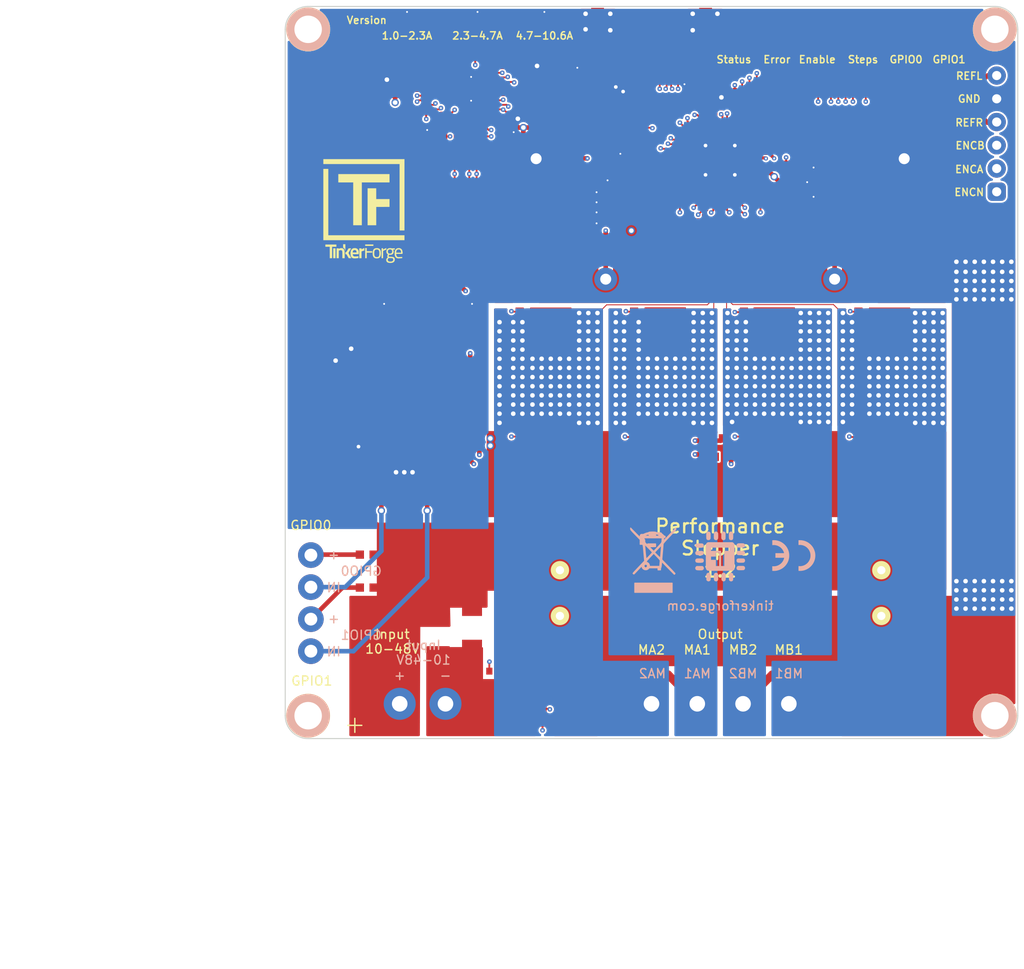
<source format=kicad_pcb>
(kicad_pcb (version 20171130) (host pcbnew 5.1.6-c6e7f7d~87~ubuntu20.04.1)
  (title_block (title "Performance Stepper V2 Bricklet") (date 2020-01-23) (rev 1.2) (company "Tinkerforge GmbH") (comment 1 "Licensed under CERN OHL v.1.1") (comment 2 "Copyright (©) 2020, T.Schneidermann <tim@tinkerforge.com>"))
  (layers (0 F.Cu power) (1 In1.Cu signal) (2 In2.Cu signal) (31 B.Cu power) (34 B.Paste user) (35 F.Paste user) (36 B.SilkS user) (37 F.SilkS user) (38 B.Mask user) (39 F.Mask user) (44 Edge.Cuts user))
  (net 0 "")
  (net 1 GND)
  (net 2 "Net-(C1-Pad1)")
  (net 3 VCC)
  (net 4 "Net-(C4-Pad1)")
  (net 5 "Net-(C10-Pad1)")
  (net 6 "Net-(C10-Pad2)")
  (net 7 "Net-(C11-Pad2)")
  (net 8 "Net-(C13-Pad2)")
  (net 9 "Net-(C13-Pad1)")
  (net 10 "Net-(C14-Pad1)")
  (net 11 "Net-(C14-Pad2)")
  (net 12 "Net-(C15-Pad2)")
  (net 13 "Net-(C15-Pad1)")
  (net 14 "Net-(C16-Pad1)")
  (net 15 "Net-(C16-Pad2)")
  (net 16 "Net-(C102-Pad2)")
  (net 17 "Net-(D1-Pad2)")
  (net 18 "Net-(D101-Pad2)")
  (net 19 +5V)
  (net 20 "Net-(P101-Pad4)")
  (net 21 "Net-(P101-Pad5)")
  (net 22 "Net-(P101-Pad6)")
  (net 23 "Net-(P102-Pad1)")
  (net 24 "Net-(P103-Pad2)")
  (net 25 "Net-(Q1-PadG)")
  (net 26 "Net-(Q2-PadS)")
  (net 27 "Net-(Q2-PadG)")
  (net 28 "Net-(Q3-PadG)")
  (net 29 "Net-(Q4-PadS)")
  (net 30 "Net-(Q4-PadG)")
  (net 31 "Net-(Q5-PadG)")
  (net 32 "Net-(Q6-PadG)")
  (net 33 "Net-(Q7-PadG)")
  (net 34 "Net-(Q8-PadG)")
  (net 35 "Net-(C7-Pad2)")
  (net 36 "Net-(C8-Pad2)")
  (net 37 "Net-(R2-Pad2)")
  (net 38 "Net-(R3-Pad2)")
  (net 39 "Net-(R4-Pad2)")
  (net 40 "Net-(R5-Pad2)")
  (net 41 "Net-(R6-Pad2)")
  (net 42 "Net-(R7-Pad2)")
  (net 43 "Net-(R8-Pad2)")
  (net 44 "Net-(R9-Pad2)")
  (net 45 "Net-(R12-Pad2)")
  (net 46 "Net-(R13-Pad2)")
  (net 47 "Net-(R14-Pad2)")
  (net 48 "Net-(R15-Pad2)")
  (net 49 CS_TMC)
  (net 50 SCK_TMC)
  (net 51 MOSI_TMC)
  (net 52 MISO_TMC)
  (net 53 "Net-(RP2-Pad5)")
  (net 54 "Net-(RP2-Pad6)")
  (net 55 "Net-(RP2-Pad7)")
  (net 56 "Net-(RP2-Pad8)")
  (net 57 "Net-(RP3-Pad6)")
  (net 58 DRV_ENN)
  (net 59 "Net-(RP3-Pad3)")
  (net 60 DIAG0)
  (net 61 DIAG1)
  (net 62 S-MISO)
  (net 63 S-MOSI)
  (net 64 S-CLK)
  (net 65 S-CS)
  (net 66 "Net-(C6-Pad2)")
  (net 67 "Net-(U2-Pad1)")
  (net 68 "Net-(U2-Pad2)")
  (net 69 "Net-(U2-Pad10)")
  (net 70 "Net-(U2-Pad15)")
  (net 71 "Net-(U2-Pad16)")
  (net 72 "Net-(U2-Pad25)")
  (net 73 "Net-(U2-Pad28)")
  (net 74 "Net-(U2-Pad32)")
  (net 75 "Net-(U2-Pad34)")
  (net 76 "Net-(U2-Pad43)")
  (net 77 "Net-(RP1-Pad7)")
  (net 78 V_GPIO)
  (net 79 "Net-(C23-Pad1)")
  (net 80 "Net-(C24-Pad1)")
  (net 81 "Net-(C25-Pad1)")
  (net 82 "Net-(P3-Pad3)")
  (net 83 "Net-(P3-Pad1)")
  (net 84 GPIO0)
  (net 85 GPIO1)
  (net 86 "Net-(R19-Pad2)")
  (net 87 "Net-(R20-Pad2)")
  (net 88 "Net-(P4-Pad1)")
  (net 89 "Net-(P4-Pad2)")
  (net 90 "Net-(P4-Pad3)")
  (net 91 "Net-(P4-Pad4)")
  (net 92 "Net-(D3-Pad2)")
  (net 93 "Net-(D4-Pad2)")
  (net 94 "Net-(D5-Pad2)")
  (net 95 "Net-(D6-Pad2)")
  (net 96 "Net-(RP4-Pad5)")
  (net 97 "Net-(RP4-Pad6)")
  (net 98 "Net-(RP4-Pad7)")
  (net 99 "Net-(RP4-Pad8)")
  (net 100 "Net-(RP1-Pad8)")
  (net 101 "Net-(RP1-Pad6)")
  (net 102 "Net-(RP1-Pad5)")
  (net 103 "Net-(D7-Pad2)")
  (net 104 "Net-(R25-Pad2)")
  (net 105 "Net-(R26-Pad2)")
  (net 106 "Net-(U2-Pad13)")
  (net 107 "Net-(U2-Pad33)")
  (net 108 "Net-(D8-Pad2)")
  (net 109 "Net-(U2-Pad11)")
  (net 110 V_Sense)
  (net 111 "Net-(P4-Pad6)")
  (net 112 TEMP)
  (net 113 "Net-(P5-Pad2)")
  (net 114 "Net-(P6-Pad2)")
  (net 115 "Net-(P7-Pad2)")
  (net 116 "Net-(U2-Pad7)")
  (module kicad-libraries:SolderJumper (layer F.Cu) (at 76.9 95.7 90)
    (fp_text reference P103)
    (fp_text value BOOT)
    (pad 2 smd rect (at 0.55 0 90) (size 0.3 1.4) (layers F.Cu F.Mask) (net 24 "Net-(P103-Pad2)"))
    (pad 2 smd rect (at 0.15 0 90) (size 0.6 0.5) (layers F.Cu F.Mask) (net 24 "Net-(P103-Pad2)"))
    (pad 1 smd rect (at -0.5 0 90) (size 0.4 1.4) (layers F.Cu F.Mask) (net 1 GND))
    (pad 1 smd rect (at -0.225 0.55 90) (size 0.95 0.3) (layers F.Cu F.Mask) (net 1 GND))
    (pad 1 smd rect (at -0.225 -0.55 90) (size 0.95 0.3) (layers F.Cu F.Mask) (net 1 GND))
  )
  (module kicad-libraries:SON_5x6mm (layer F.Cu) (at 74 138.2 90)
    (fp_text reference Q7)
    (fp_text value CSD19533Q5A)
    (pad D smd rect (at -0.2775 0 90) (size 4.2 4.51) (layers F.Cu F.Mask) (net 78 V_GPIO))
    (pad D smd rect (at -2.7525 -1.9175 90) (size 0.75 0.675) (layers F.Cu F.Paste F.Mask) (net 78 V_GPIO))
    (pad D smd rect (at -2.7525 -0.66 90) (size 0.75 0.675) (layers F.Cu F.Paste F.Mask) (net 78 V_GPIO))
    (pad D smd rect (at -2.7525 0.66 90) (size 0.75 0.675) (layers F.Cu F.Paste F.Mask) (net 78 V_GPIO))
    (pad D smd rect (at -2.7525 1.9175 90) (size 0.75 0.675) (layers F.Cu F.Paste F.Mask) (net 78 V_GPIO))
    (pad S smd rect (at 2.7525 -0.66 90) (size 0.75 0.675) (layers F.Cu F.Paste F.Mask) (net 13 "Net-(C15-Pad1)"))
    (pad S smd rect (at 2.7525 0.66 90) (size 0.75 0.675) (layers F.Cu F.Paste F.Mask) (net 13 "Net-(C15-Pad1)"))
    (pad G smd rect (at 2.7525 -1.9175 90) (size 0.75 0.675) (layers F.Cu F.Paste F.Mask) (net 33 "Net-(Q7-PadG)"))
    (pad S smd rect (at 2.7525 1.9175 90) (size 0.75 0.675) (layers F.Cu F.Paste F.Mask) (net 13 "Net-(C15-Pad1)"))
  )
  (module kicad-libraries:SON_5x6mm (layer F.Cu) (at 111 138.2 90)
    (fp_text reference Q1)
    (fp_text value CSD19533Q5A)
    (pad D smd rect (at -0.2775 0 90) (size 4.2 4.51) (layers F.Cu F.Mask) (net 78 V_GPIO))
    (pad D smd rect (at -2.7525 -1.9175 90) (size 0.75 0.675) (layers F.Cu F.Paste F.Mask) (net 78 V_GPIO))
    (pad D smd rect (at -2.7525 -0.66 90) (size 0.75 0.675) (layers F.Cu F.Paste F.Mask) (net 78 V_GPIO))
    (pad D smd rect (at -2.7525 0.66 90) (size 0.75 0.675) (layers F.Cu F.Paste F.Mask) (net 78 V_GPIO))
    (pad D smd rect (at -2.7525 1.9175 90) (size 0.75 0.675) (layers F.Cu F.Paste F.Mask) (net 78 V_GPIO))
    (pad S smd rect (at 2.7525 -0.66 90) (size 0.75 0.675) (layers F.Cu F.Paste F.Mask) (net 10 "Net-(C14-Pad1)"))
    (pad S smd rect (at 2.7525 0.66 90) (size 0.75 0.675) (layers F.Cu F.Paste F.Mask) (net 10 "Net-(C14-Pad1)"))
    (pad G smd rect (at 2.7525 -1.9175 90) (size 0.75 0.675) (layers F.Cu F.Paste F.Mask) (net 25 "Net-(Q1-PadG)"))
    (pad S smd rect (at 2.7525 1.9175 90) (size 0.75 0.675) (layers F.Cu F.Paste F.Mask) (net 10 "Net-(C14-Pad1)"))
  )
  (module kicad-libraries:SON_5x6mm (layer F.Cu) (at 111 124.7225 90)
    (fp_text reference Q2)
    (fp_text value CSD19533Q5A)
    (pad D smd rect (at -0.2775 0 90) (size 4.2 4.51) (layers F.Cu F.Mask) (net 10 "Net-(C14-Pad1)"))
    (pad D smd rect (at -2.7525 -1.9175 90) (size 0.75 0.675) (layers F.Cu F.Paste F.Mask) (net 10 "Net-(C14-Pad1)"))
    (pad D smd rect (at -2.7525 -0.66 90) (size 0.75 0.675) (layers F.Cu F.Paste F.Mask) (net 10 "Net-(C14-Pad1)"))
    (pad D smd rect (at -2.7525 0.66 90) (size 0.75 0.675) (layers F.Cu F.Paste F.Mask) (net 10 "Net-(C14-Pad1)"))
    (pad D smd rect (at -2.7525 1.9175 90) (size 0.75 0.675) (layers F.Cu F.Paste F.Mask) (net 10 "Net-(C14-Pad1)"))
    (pad S smd rect (at 2.7525 -0.66 90) (size 0.75 0.675) (layers F.Cu F.Paste F.Mask) (net 26 "Net-(Q2-PadS)"))
    (pad S smd rect (at 2.7525 0.66 90) (size 0.75 0.675) (layers F.Cu F.Paste F.Mask) (net 26 "Net-(Q2-PadS)"))
    (pad G smd rect (at 2.7525 -1.9175 90) (size 0.75 0.675) (layers F.Cu F.Paste F.Mask) (net 27 "Net-(Q2-PadG)"))
    (pad S smd rect (at 2.7525 1.9175 90) (size 0.75 0.675) (layers F.Cu F.Paste F.Mask) (net 26 "Net-(Q2-PadS)"))
  )
  (module kicad-libraries:SON_5x6mm (layer F.Cu) (at 86.5 138.2 90)
    (fp_text reference Q3)
    (fp_text value CSD19533Q5A)
    (pad D smd rect (at -0.2775 0 90) (size 4.2 4.51) (layers F.Cu F.Mask) (net 78 V_GPIO))
    (pad D smd rect (at -2.7525 -1.9175 90) (size 0.75 0.675) (layers F.Cu F.Paste F.Mask) (net 78 V_GPIO))
    (pad D smd rect (at -2.7525 -0.66 90) (size 0.75 0.675) (layers F.Cu F.Paste F.Mask) (net 78 V_GPIO))
    (pad D smd rect (at -2.7525 0.66 90) (size 0.75 0.675) (layers F.Cu F.Paste F.Mask) (net 78 V_GPIO))
    (pad D smd rect (at -2.7525 1.9175 90) (size 0.75 0.675) (layers F.Cu F.Paste F.Mask) (net 78 V_GPIO))
    (pad S smd rect (at 2.7525 -0.66 90) (size 0.75 0.675) (layers F.Cu F.Paste F.Mask) (net 14 "Net-(C16-Pad1)"))
    (pad S smd rect (at 2.7525 0.66 90) (size 0.75 0.675) (layers F.Cu F.Paste F.Mask) (net 14 "Net-(C16-Pad1)"))
    (pad G smd rect (at 2.7525 -1.9175 90) (size 0.75 0.675) (layers F.Cu F.Paste F.Mask) (net 28 "Net-(Q3-PadG)"))
    (pad S smd rect (at 2.7525 1.9175 90) (size 0.75 0.675) (layers F.Cu F.Paste F.Mask) (net 14 "Net-(C16-Pad1)"))
  )
  (module kicad-libraries:SON_5x6mm (layer F.Cu) (at 86.5 124.7 90)
    (fp_text reference Q4)
    (fp_text value CSD19533Q5A)
    (pad D smd rect (at -0.2775 0 90) (size 4.2 4.51) (layers F.Cu F.Mask) (net 14 "Net-(C16-Pad1)"))
    (pad D smd rect (at -2.7525 -1.9175 90) (size 0.75 0.675) (layers F.Cu F.Paste F.Mask) (net 14 "Net-(C16-Pad1)"))
    (pad D smd rect (at -2.7525 -0.66 90) (size 0.75 0.675) (layers F.Cu F.Paste F.Mask) (net 14 "Net-(C16-Pad1)"))
    (pad D smd rect (at -2.7525 0.66 90) (size 0.75 0.675) (layers F.Cu F.Paste F.Mask) (net 14 "Net-(C16-Pad1)"))
    (pad D smd rect (at -2.7525 1.9175 90) (size 0.75 0.675) (layers F.Cu F.Paste F.Mask) (net 14 "Net-(C16-Pad1)"))
    (pad S smd rect (at 2.7525 -0.66 90) (size 0.75 0.675) (layers F.Cu F.Paste F.Mask) (net 29 "Net-(Q4-PadS)"))
    (pad S smd rect (at 2.7525 0.66 90) (size 0.75 0.675) (layers F.Cu F.Paste F.Mask) (net 29 "Net-(Q4-PadS)"))
    (pad G smd rect (at 2.7525 -1.9175 90) (size 0.75 0.675) (layers F.Cu F.Paste F.Mask) (net 30 "Net-(Q4-PadG)"))
    (pad S smd rect (at 2.7525 1.9175 90) (size 0.75 0.675) (layers F.Cu F.Paste F.Mask) (net 29 "Net-(Q4-PadS)"))
  )
  (module kicad-libraries:SON_5x6mm (layer F.Cu) (at 98.5 138.2 90)
    (fp_text reference Q5)
    (fp_text value CSD19533Q5A)
    (pad D smd rect (at -0.2775 0 90) (size 4.2 4.51) (layers F.Cu F.Mask) (net 78 V_GPIO))
    (pad D smd rect (at -2.7525 -1.9175 90) (size 0.75 0.675) (layers F.Cu F.Paste F.Mask) (net 78 V_GPIO))
    (pad D smd rect (at -2.7525 -0.66 90) (size 0.75 0.675) (layers F.Cu F.Paste F.Mask) (net 78 V_GPIO))
    (pad D smd rect (at -2.7525 0.66 90) (size 0.75 0.675) (layers F.Cu F.Paste F.Mask) (net 78 V_GPIO))
    (pad D smd rect (at -2.7525 1.9175 90) (size 0.75 0.675) (layers F.Cu F.Paste F.Mask) (net 78 V_GPIO))
    (pad S smd rect (at 2.7525 -0.66 90) (size 0.75 0.675) (layers F.Cu F.Paste F.Mask) (net 9 "Net-(C13-Pad1)"))
    (pad S smd rect (at 2.7525 0.66 90) (size 0.75 0.675) (layers F.Cu F.Paste F.Mask) (net 9 "Net-(C13-Pad1)"))
    (pad G smd rect (at 2.7525 -1.9175 90) (size 0.75 0.675) (layers F.Cu F.Paste F.Mask) (net 31 "Net-(Q5-PadG)"))
    (pad S smd rect (at 2.7525 1.9175 90) (size 0.75 0.675) (layers F.Cu F.Paste F.Mask) (net 9 "Net-(C13-Pad1)"))
  )
  (module kicad-libraries:SON_5x6mm (layer F.Cu) (at 98.4 124.7 90)
    (fp_text reference Q6)
    (fp_text value CSD19533Q5A)
    (pad D smd rect (at -0.2775 0 90) (size 4.2 4.51) (layers F.Cu F.Mask) (net 9 "Net-(C13-Pad1)"))
    (pad D smd rect (at -2.7525 -1.9175 90) (size 0.75 0.675) (layers F.Cu F.Paste F.Mask) (net 9 "Net-(C13-Pad1)"))
    (pad D smd rect (at -2.7525 -0.66 90) (size 0.75 0.675) (layers F.Cu F.Paste F.Mask) (net 9 "Net-(C13-Pad1)"))
    (pad D smd rect (at -2.7525 0.66 90) (size 0.75 0.675) (layers F.Cu F.Paste F.Mask) (net 9 "Net-(C13-Pad1)"))
    (pad D smd rect (at -2.7525 1.9175 90) (size 0.75 0.675) (layers F.Cu F.Paste F.Mask) (net 9 "Net-(C13-Pad1)"))
    (pad S smd rect (at 2.7525 -0.66 90) (size 0.75 0.675) (layers F.Cu F.Paste F.Mask) (net 26 "Net-(Q2-PadS)"))
    (pad S smd rect (at 2.7525 0.66 90) (size 0.75 0.675) (layers F.Cu F.Paste F.Mask) (net 26 "Net-(Q2-PadS)"))
    (pad G smd rect (at 2.7525 -1.9175 90) (size 0.75 0.675) (layers F.Cu F.Paste F.Mask) (net 32 "Net-(Q6-PadG)"))
    (pad S smd rect (at 2.7525 1.9175 90) (size 0.75 0.675) (layers F.Cu F.Paste F.Mask) (net 26 "Net-(Q2-PadS)"))
  )
  (module kicad-libraries:SON_5x6mm (layer F.Cu) (at 74 124.7225 90)
    (fp_text reference Q8)
    (fp_text value CSD19533Q5A)
    (pad D smd rect (at -0.2775 0 90) (size 4.2 4.51) (layers F.Cu F.Mask) (net 13 "Net-(C15-Pad1)"))
    (pad D smd rect (at -2.7525 -1.9175 90) (size 0.75 0.675) (layers F.Cu F.Paste F.Mask) (net 13 "Net-(C15-Pad1)"))
    (pad D smd rect (at -2.7525 -0.66 90) (size 0.75 0.675) (layers F.Cu F.Paste F.Mask) (net 13 "Net-(C15-Pad1)"))
    (pad D smd rect (at -2.7525 0.66 90) (size 0.75 0.675) (layers F.Cu F.Paste F.Mask) (net 13 "Net-(C15-Pad1)"))
    (pad D smd rect (at -2.7525 1.9175 90) (size 0.75 0.675) (layers F.Cu F.Paste F.Mask) (net 13 "Net-(C15-Pad1)"))
    (pad S smd rect (at 2.7525 -0.66 90) (size 0.75 0.675) (layers F.Cu F.Paste F.Mask) (net 29 "Net-(Q4-PadS)"))
    (pad S smd rect (at 2.7525 0.66 90) (size 0.75 0.675) (layers F.Cu F.Paste F.Mask) (net 29 "Net-(Q4-PadS)"))
    (pad G smd rect (at 2.7525 -1.9175 90) (size 0.75 0.675) (layers F.Cu F.Paste F.Mask) (net 34 "Net-(Q8-PadG)"))
    (pad S smd rect (at 2.7525 1.9175 90) (size 0.75 0.675) (layers F.Cu F.Paste F.Mask) (net 29 "Net-(Q4-PadS)"))
  )
  (module kicad-libraries:SON_5x6mm (layer F.Cu) (at 69.205 165.385 90)
    (fp_text reference Q9)
    (fp_text value CSD19533Q5A)
    (pad D smd rect (at -0.2775 0 90) (size 4.2 4.51) (layers F.Cu F.Mask) (net 108 "Net-(D8-Pad2)"))
    (pad D smd rect (at -2.7525 -1.9175 90) (size 0.75 0.675) (layers F.Cu F.Paste F.Mask) (net 108 "Net-(D8-Pad2)"))
    (pad D smd rect (at -2.7525 -0.66 90) (size 0.75 0.675) (layers F.Cu F.Paste F.Mask) (net 108 "Net-(D8-Pad2)"))
    (pad D smd rect (at -2.7525 0.66 90) (size 0.75 0.675) (layers F.Cu F.Paste F.Mask) (net 108 "Net-(D8-Pad2)"))
    (pad D smd rect (at -2.7525 1.9175 90) (size 0.75 0.675) (layers F.Cu F.Paste F.Mask) (net 108 "Net-(D8-Pad2)"))
    (pad S smd rect (at 2.7525 -0.66 90) (size 0.75 0.675) (layers F.Cu F.Paste F.Mask) (net 1 GND))
    (pad S smd rect (at 2.7525 0.66 90) (size 0.75 0.675) (layers F.Cu F.Paste F.Mask) (net 1 GND))
    (pad G smd rect (at 2.7525 -1.9175 90) (size 0.75 0.675) (layers F.Cu F.Paste F.Mask) (net 17 "Net-(D1-Pad2)"))
    (pad S smd rect (at 2.7525 1.9175 90) (size 0.75 0.675) (layers F.Cu F.Paste F.Mask) (net 1 GND))
  )
  (module kicad-libraries:Fiducial_Mark (layer F.Cu) (at 101 114)
    (fp_text reference Fiducial_Mark hide)
    (fp_text value VAL** hide)
    (pad 1 smd circle (at 0 0) (size 1.00076 1.00076) (layers F.Cu F.Paste F.Mask) (clearance 0.65024))
  )
  (module kicad-libraries:Fiducial_Mark (layer F.Cu) (at 64 143)
    (fp_text reference Fiducial_Mark hide)
    (fp_text value VAL** hide)
    (pad 1 smd circle (at 0 0) (size 1.00076 1.00076) (layers F.Cu F.Paste F.Mask) (clearance 0.65024))
  )
  (module kicad-libraries:Fiducial_Mark (layer F.Cu) (at 116 99)
    (fp_text reference Fiducial_Mark hide)
    (fp_text value VAL** hide)
    (pad 1 smd circle (at 0 0) (size 1.00076 1.00076) (layers F.Cu F.Paste F.Mask) (clearance 0.65024))
  )
  (module kicad-libraries:Fiducial_Mark (layer F.Cu) (at 53 94)
    (fp_text reference Fiducial_Mark hide)
    (fp_text value VAL** hide)
    (pad 1 smd circle (at 0 0) (size 1.00076 1.00076) (layers F.Cu F.Paste F.Mask) (clearance 0.65024))
  )
  (module kicad-libraries:WEEE_7mm (layer B.Cu) (at 85.2 150.5 180)
    (fp_text reference VAL hide)
    (fp_text value WEEE_7mm hide)
  )
  (module kicad-libraries:CE_5mm (layer B.Cu) (at 100.5 150 180)
    (fp_text reference VAL hide)
    (fp_text value CE_5mm hide)
  )
  (module kicad-libraries:Logo_CoMCU (layer B.Cu) (at 92.5 150.1 180)
    (fp_text reference G*** hide)
    (fp_text value LOGO hide)
  )
  (module kicad-libraries:R0603F (layer F.Cu) (at 84.1 104 90)
    (fp_text reference R1)
    (fp_text value 2,2)
    (pad 2 smd rect (at 0.75 0 90) (size 0.9 0.9) (layers F.Cu F.Paste F.Mask) (net 35 "Net-(C7-Pad2)"))
    (pad 1 smd rect (at -0.75 0 90) (size 0.9 0.9) (layers F.Cu F.Paste F.Mask) (net 36 "Net-(C8-Pad2)"))
  )
  (module kicad-libraries:Logo_TF_10x12 (layer F.Cu) (at 53.6 112.2)
    (fp_text reference G*** hide)
    (fp_text value LOGO hide)
  )
  (module kicad-libraries:SMB (layer F.Cu) (at 65.4 157.9 270)
    (fp_text reference D8)
    (fp_text value SMBJ48CA)
    (pad 2 smd rect (at 2.11 0 270) (size 1.62 2.18) (layers F.Cu F.Paste F.Mask) (net 108 "Net-(D8-Pad2)"))
    (pad 1 smd rect (at -2.11 0 270) (size 1.62 2.18) (layers F.Cu F.Paste F.Mask) (net 78 V_GPIO))
  )
  (module kicad-libraries:DIP_8_SMD (layer F.Cu) (at 59.3 130 180)
    (fp_text reference U3)
    (fp_text value LTV-827)
    (pad 8 smd rect (at 3.81 4.50596 180) (size 1.78054 1.99898) (layers F.Cu F.Paste F.Mask) (net 3 VCC))
    (pad 7 smd rect (at 1.27 4.50596 180) (size 1.78054 1.99898) (layers F.Cu F.Paste F.Mask) (net 84 GPIO0))
    (pad 6 smd rect (at -1.27 4.50596 180) (size 1.78054 1.99898) (layers F.Cu F.Paste F.Mask) (net 3 VCC))
    (pad 5 smd rect (at -3.81 4.50596 180) (size 1.78054 1.99898) (layers F.Cu F.Paste F.Mask) (net 85 GPIO1))
    (pad 4 smd rect (at -3.81 -4.50596 180) (size 1.78054 1.99898) (layers F.Cu F.Paste F.Mask) (net 79 "Net-(C23-Pad1)"))
    (pad 3 smd rect (at -1.27 -4.50596 180) (size 1.78054 1.99898) (layers F.Cu F.Paste F.Mask) (net 87 "Net-(R20-Pad2)"))
    (pad 2 smd rect (at 1.27 -4.50596 180) (size 1.78054 1.99898) (layers F.Cu F.Paste F.Mask) (net 79 "Net-(C23-Pad1)"))
    (pad 1 smd rect (at 3.81 -4.50088 180) (size 1.78054 1.99898) (layers F.Cu F.Paste F.Mask) (net 86 "Net-(R19-Pad2)"))
  )
  (module kicad-libraries:C0603F (layer F.Cu) (at 71.7 102 180)
    (fp_text reference C1)
    (fp_text value 10pF)
    (pad 2 smd rect (at 0.75 0 180) (size 0.9 0.9) (layers F.Cu F.Paste F.Mask) (net 1 GND))
    (pad 1 smd rect (at -0.75 0 180) (size 0.9 0.9) (layers F.Cu F.Paste F.Mask) (net 2 "Net-(C1-Pad1)"))
  )
  (module kicad-libraries:C0603F (layer F.Cu) (at 69.3 103.1 270)
    (fp_text reference C2)
    (fp_text value 100nF)
    (pad 2 smd rect (at 0.75 0 270) (size 0.9 0.9) (layers F.Cu F.Paste F.Mask) (net 1 GND))
    (pad 1 smd rect (at -0.75 0 270) (size 0.9 0.9) (layers F.Cu F.Paste F.Mask) (net 3 VCC))
  )
  (module kicad-libraries:C0603F (layer F.Cu) (at 57 98.8 90)
    (fp_text reference C3)
    (fp_text value 220nF)
    (pad 2 smd rect (at 0.75 0 90) (size 0.9 0.9) (layers F.Cu F.Paste F.Mask) (net 1 GND))
    (pad 1 smd rect (at -0.75 0 90) (size 0.9 0.9) (layers F.Cu F.Paste F.Mask) (net 3 VCC))
  )
  (module kicad-libraries:C0603F (layer F.Cu) (at 71.7 97.4)
    (fp_text reference C4)
    (fp_text value 10pF)
    (pad 2 smd rect (at 0.75 0) (size 0.9 0.9) (layers F.Cu F.Paste F.Mask) (net 1 GND))
    (pad 1 smd rect (at -0.75 0) (size 0.9 0.9) (layers F.Cu F.Paste F.Mask) (net 4 "Net-(C4-Pad1)"))
  )
  (module kicad-libraries:C0603F (layer F.Cu) (at 100.4 109.2)
    (fp_text reference C5)
    (fp_text value 100nF/100V)
    (pad 2 smd rect (at 0.75 0) (size 0.9 0.9) (layers F.Cu F.Paste F.Mask) (net 1 GND))
    (pad 1 smd rect (at -0.75 0) (size 0.9 0.9) (layers F.Cu F.Paste F.Mask) (net 78 V_GPIO))
  )
  (module kicad-libraries:C0603F (layer F.Cu) (at 83.3 106.1)
    (fp_text reference C8)
    (fp_text value 470nF/25V)
    (pad 2 smd rect (at 0.75 0) (size 0.9 0.9) (layers F.Cu F.Paste F.Mask) (net 36 "Net-(C8-Pad2)"))
    (pad 1 smd rect (at -0.75 0) (size 0.9 0.9) (layers F.Cu F.Paste F.Mask) (net 1 GND))
  )
  (module kicad-libraries:C0603F (layer F.Cu) (at 91.8 100.9)
    (fp_text reference C9)
    (fp_text value 100nF)
    (pad 2 smd rect (at 0.75 0) (size 0.9 0.9) (layers F.Cu F.Paste F.Mask) (net 1 GND))
    (pad 1 smd rect (at -0.75 0) (size 0.9 0.9) (layers F.Cu F.Paste F.Mask) (net 3 VCC))
  )
  (module kicad-libraries:C0603F (layer F.Cu) (at 83.3 107.6)
    (fp_text reference C10)
    (fp_text value 22nF/100V)
    (pad 2 smd rect (at 0.75 0) (size 0.9 0.9) (layers F.Cu F.Paste F.Mask) (net 6 "Net-(C10-Pad2)"))
    (pad 1 smd rect (at -0.75 0) (size 0.9 0.9) (layers F.Cu F.Paste F.Mask) (net 5 "Net-(C10-Pad1)"))
  )
  (module kicad-libraries:C0603F (layer F.Cu) (at 84.6 109.8 270)
    (fp_text reference C11)
    (fp_text value 100nF/100V)
    (pad 2 smd rect (at 0.75 0 270) (size 0.9 0.9) (layers F.Cu F.Paste F.Mask) (net 7 "Net-(C11-Pad2)"))
    (pad 1 smd rect (at -0.75 0 270) (size 0.9 0.9) (layers F.Cu F.Paste F.Mask) (net 78 V_GPIO))
  )
  (module kicad-libraries:C0603F (layer F.Cu) (at 81.8 109 180)
    (fp_text reference C12)
    (fp_text value 100nF/100V)
    (pad 2 smd rect (at 0.75 0 180) (size 0.9 0.9) (layers F.Cu F.Paste F.Mask) (net 1 GND))
    (pad 1 smd rect (at -0.75 0 180) (size 0.9 0.9) (layers F.Cu F.Paste F.Mask) (net 78 V_GPIO))
  )
  (module kicad-libraries:C0603F (layer F.Cu) (at 93.95 113.6 180)
    (fp_text reference C13)
    (fp_text value 470nF/25V)
    (pad 2 smd rect (at 0.75 0 180) (size 0.9 0.9) (layers F.Cu F.Paste F.Mask) (net 8 "Net-(C13-Pad2)"))
    (pad 1 smd rect (at -0.75 0 180) (size 0.9 0.9) (layers F.Cu F.Paste F.Mask) (net 9 "Net-(C13-Pad1)"))
  )
  (module kicad-libraries:C0603F (layer F.Cu) (at 96.9 113.6)
    (fp_text reference C14)
    (fp_text value 470nF/25V)
    (pad 2 smd rect (at 0.75 0) (size 0.9 0.9) (layers F.Cu F.Paste F.Mask) (net 11 "Net-(C14-Pad2)"))
    (pad 1 smd rect (at -0.75 0) (size 0.9 0.9) (layers F.Cu F.Paste F.Mask) (net 10 "Net-(C14-Pad1)"))
  )
  (module kicad-libraries:C0603F (layer F.Cu) (at 88.05 113.6 180)
    (fp_text reference C15)
    (fp_text value 470nF/25V)
    (pad 2 smd rect (at 0.75 0 180) (size 0.9 0.9) (layers F.Cu F.Paste F.Mask) (net 12 "Net-(C15-Pad2)"))
    (pad 1 smd rect (at -0.75 0 180) (size 0.9 0.9) (layers F.Cu F.Paste F.Mask) (net 13 "Net-(C15-Pad1)"))
  )
  (module kicad-libraries:C0603F (layer F.Cu) (at 91 113.6)
    (fp_text reference C16)
    (fp_text value 470nF/25V)
    (pad 2 smd rect (at 0.75 0) (size 0.9 0.9) (layers F.Cu F.Paste F.Mask) (net 15 "Net-(C16-Pad2)"))
    (pad 1 smd rect (at -0.75 0) (size 0.9 0.9) (layers F.Cu F.Paste F.Mask) (net 14 "Net-(C16-Pad1)"))
  )
  (module kicad-libraries:C0805 (layer F.Cu) (at 82.70924 97.1)
    (fp_text reference C101)
    (fp_text value 10uF)
    (pad 2 smd rect (at 1.00076 0) (size 1.00076 1.24968) (layers F.Cu F.Paste F.Mask) (net 3 VCC) (clearance 0.14986))
    (pad 1 smd rect (at -1.00076 0) (size 1.00076 1.24968) (layers F.Cu F.Paste F.Mask) (net 1 GND) (clearance 0.14986))
  )
  (module kicad-libraries:C0402F (layer F.Cu) (at 88.6 97.4 90)
    (fp_text reference C102)
    (fp_text value 220pF)
    (pad 1 smd rect (at -0.5 0 90) (size 0.6 0.7) (layers F.Cu F.Paste F.Mask) (net 1 GND))
    (pad 2 smd rect (at 0.5 0 90) (size 0.6 0.7) (layers F.Cu F.Paste F.Mask) (net 16 "Net-(C102-Pad2)"))
  )
  (module kicad-libraries:C0603F (layer F.Cu) (at 82.7 98.6)
    (fp_text reference C103)
    (fp_text value 1uF)
    (pad 2 smd rect (at 0.75 0) (size 0.9 0.9) (layers F.Cu F.Paste F.Mask) (net 3 VCC))
    (pad 1 smd rect (at -0.75 0) (size 0.9 0.9) (layers F.Cu F.Paste F.Mask) (net 1 GND))
  )
  (module kicad-libraries:C0603F (layer F.Cu) (at 61.5 104.2 180)
    (fp_text reference C104)
    (fp_text value 100nF)
    (pad 2 smd rect (at 0.75 0 180) (size 0.9 0.9) (layers F.Cu F.Paste F.Mask) (net 1 GND))
    (pad 1 smd rect (at -0.75 0 180) (size 0.9 0.9) (layers F.Cu F.Paste F.Mask) (net 3 VCC))
  )
  (module kicad-libraries:SOD-123 (layer F.Cu) (at 73.2 163.5 270)
    (fp_text reference D1)
    (fp_text value Z12V)
    (pad 2 smd rect (at 1.84912 0 270) (size 1.19888 0.70104) (layers F.Cu F.Paste F.Mask) (net 17 "Net-(D1-Pad2)") (clearance 0.14986))
    (pad 1 smd rect (at -1.84912 0 270) (size 1.19888 0.70104) (layers F.Cu F.Paste F.Mask) (net 1 GND) (clearance 0.14986))
  )
  (module kicad-libraries:D0603E (layer F.Cu) (at 94 93 270)
    (fp_text reference D101)
    (fp_text value blue)
    (pad 2 smd rect (at 0.8501 0 270) (size 1.1 1) (layers F.Cu F.Paste F.Mask) (net 18 "Net-(D101-Pad2)"))
    (pad 1 smd rect (at -0.8501 0 270) (size 1.1 1) (layers F.Cu F.Paste F.Mask) (net 3 VCC))
  )
  (module kicad-libraries:DEBUG_PAD (layer F.Cu) (at 74.4 96.1)
    (fp_text reference P102)
    (fp_text value DEBUG)
    (pad 1 smd circle (at 0 0) (size 0.7 0.7) (layers F.Cu F.Mask) (net 23 "Net-(P102-Pad1)"))
  )
  (module kicad-libraries:R0603F (layer F.Cu) (at 107.6 136.3 270)
    (fp_text reference R2)
    (fp_text value 10)
    (pad 2 smd rect (at 0.75 0 270) (size 0.9 0.9) (layers F.Cu F.Paste F.Mask) (net 37 "Net-(R2-Pad2)"))
    (pad 1 smd rect (at -0.75 0 270) (size 0.9 0.9) (layers F.Cu F.Paste F.Mask) (net 25 "Net-(Q1-PadG)"))
  )
  (module kicad-libraries:R0603F (layer F.Cu) (at 107.6 122.6 270)
    (fp_text reference R3)
    (fp_text value 10)
    (pad 2 smd rect (at 0.75 0 270) (size 0.9 0.9) (layers F.Cu F.Paste F.Mask) (net 38 "Net-(R3-Pad2)"))
    (pad 1 smd rect (at -0.75 0 270) (size 0.9 0.9) (layers F.Cu F.Paste F.Mask) (net 27 "Net-(Q2-PadG)"))
  )
  (module kicad-libraries:R0603F (layer F.Cu) (at 83.1 136.3 270)
    (fp_text reference R4)
    (fp_text value 10)
    (pad 2 smd rect (at 0.75 0 270) (size 0.9 0.9) (layers F.Cu F.Paste F.Mask) (net 39 "Net-(R4-Pad2)"))
    (pad 1 smd rect (at -0.75 0 270) (size 0.9 0.9) (layers F.Cu F.Paste F.Mask) (net 28 "Net-(Q3-PadG)"))
  )
  (module kicad-libraries:R0603F (layer F.Cu) (at 83.1 122.6 270)
    (fp_text reference R5)
    (fp_text value 10)
    (pad 2 smd rect (at 0.75 0 270) (size 0.9 0.9) (layers F.Cu F.Paste F.Mask) (net 40 "Net-(R5-Pad2)"))
    (pad 1 smd rect (at -0.75 0 270) (size 0.9 0.9) (layers F.Cu F.Paste F.Mask) (net 30 "Net-(Q4-PadG)"))
  )
  (module kicad-libraries:R0603F (layer F.Cu) (at 105 116 90)
    (fp_text reference R6)
    (fp_text value 47)
    (pad 2 smd rect (at 0.75 0 90) (size 0.9 0.9) (layers F.Cu F.Paste F.Mask) (net 41 "Net-(R6-Pad2)"))
    (pad 1 smd rect (at -0.75 0 90) (size 0.9 0.9) (layers F.Cu F.Paste F.Mask) (net 26 "Net-(Q2-PadS)"))
  )
  (module kicad-libraries:R0603F (layer F.Cu) (at 108.6 106.6 180)
    (fp_text reference R7)
    (fp_text value 47)
    (pad 2 smd rect (at 0.75 0 180) (size 0.9 0.9) (layers F.Cu F.Paste F.Mask) (net 42 "Net-(R7-Pad2)"))
    (pad 1 smd rect (at -0.75 0 180) (size 0.9 0.9) (layers F.Cu F.Paste F.Mask) (net 1 GND))
  )
  (module kicad-libraries:R0603F (layer F.Cu) (at 80 116 90)
    (fp_text reference R8)
    (fp_text value 47)
    (pad 2 smd rect (at 0.75 0 90) (size 0.9 0.9) (layers F.Cu F.Paste F.Mask) (net 43 "Net-(R8-Pad2)"))
    (pad 1 smd rect (at -0.75 0 90) (size 0.9 0.9) (layers F.Cu F.Paste F.Mask) (net 29 "Net-(Q4-PadS)"))
  )
  (module kicad-libraries:R0603F (layer F.Cu) (at 76.3 106.6)
    (fp_text reference R9)
    (fp_text value 47)
    (pad 2 smd rect (at 0.75 0) (size 0.9 0.9) (layers F.Cu F.Paste F.Mask) (net 44 "Net-(R9-Pad2)"))
    (pad 1 smd rect (at -0.75 0) (size 0.9 0.9) (layers F.Cu F.Paste F.Mask) (net 1 GND))
  )
  (module kicad-libraries:R0603F (layer F.Cu) (at 95.1 136.3 270)
    (fp_text reference R12)
    (fp_text value 10)
    (pad 2 smd rect (at 0.75 0 270) (size 0.9 0.9) (layers F.Cu F.Paste F.Mask) (net 45 "Net-(R12-Pad2)"))
    (pad 1 smd rect (at -0.75 0 270) (size 0.9 0.9) (layers F.Cu F.Paste F.Mask) (net 31 "Net-(Q5-PadG)"))
  )
  (module kicad-libraries:R0603F (layer F.Cu) (at 95.1 122.6 270)
    (fp_text reference R13)
    (fp_text value 10)
    (pad 2 smd rect (at 0.75 0 270) (size 0.9 0.9) (layers F.Cu F.Paste F.Mask) (net 46 "Net-(R13-Pad2)"))
    (pad 1 smd rect (at -0.75 0 270) (size 0.9 0.9) (layers F.Cu F.Paste F.Mask) (net 32 "Net-(Q6-PadG)"))
  )
  (module kicad-libraries:R0603F (layer F.Cu) (at 70.6 136.3 270)
    (fp_text reference R14)
    (fp_text value 10)
    (pad 2 smd rect (at 0.75 0 270) (size 0.9 0.9) (layers F.Cu F.Paste F.Mask) (net 47 "Net-(R14-Pad2)"))
    (pad 1 smd rect (at -0.75 0 270) (size 0.9 0.9) (layers F.Cu F.Paste F.Mask) (net 33 "Net-(Q7-PadG)"))
  )
  (module kicad-libraries:R0603F (layer F.Cu) (at 70.6 122.6 270)
    (fp_text reference R15)
    (fp_text value 10)
    (pad 2 smd rect (at 0.75 0 270) (size 0.9 0.9) (layers F.Cu F.Paste F.Mask) (net 48 "Net-(R15-Pad2)"))
    (pad 1 smd rect (at -0.75 0 270) (size 0.9 0.9) (layers F.Cu F.Paste F.Mask) (net 34 "Net-(Q8-PadG)"))
  )
  (module kicad-libraries:R0603F (layer F.Cu) (at 73.1 167.5 270)
    (fp_text reference R16)
    (fp_text value 100k)
    (pad 2 smd rect (at 0.75 0 270) (size 0.9 0.9) (layers F.Cu F.Paste F.Mask) (net 78 V_GPIO))
    (pad 1 smd rect (at -0.75 0 270) (size 0.9 0.9) (layers F.Cu F.Paste F.Mask) (net 17 "Net-(D1-Pad2)"))
  )
  (module kicad-libraries:0603X4 (layer F.Cu) (at 64.7 110.2 180)
    (fp_text reference RP1)
    (fp_text value 10k)
    (pad 8 smd rect (at 1.19888 0.8509 180) (size 0.44958 0.89916) (layers F.Cu F.Paste F.Mask) (net 100 "Net-(RP1-Pad8)"))
    (pad 7 smd rect (at 0.39878 0.8509 180) (size 0.44958 0.89916) (layers F.Cu F.Paste F.Mask) (net 77 "Net-(RP1-Pad7)"))
    (pad 6 smd rect (at -0.39878 0.8509 180) (size 0.44958 0.89916) (layers F.Cu F.Paste F.Mask) (net 101 "Net-(RP1-Pad6)"))
    (pad 5 smd rect (at -1.19888 0.8509 180) (size 0.44958 0.89916) (layers F.Cu F.Paste F.Mask) (net 102 "Net-(RP1-Pad5)"))
    (pad 4 smd rect (at -1.19888 -0.8509 180) (size 0.44958 0.89916) (layers F.Cu F.Paste F.Mask) (net 3 VCC))
    (pad 3 smd rect (at -0.39878 -0.8509 180) (size 0.44958 0.89916) (layers F.Cu F.Paste F.Mask) (net 3 VCC))
    (pad 2 smd rect (at 0.39878 -0.8509 180) (size 0.44958 0.89916) (layers F.Cu F.Paste F.Mask) (net 3 VCC))
    (pad 1 smd rect (at 1.19888 -0.8509 180) (size 0.44958 0.89916) (layers F.Cu F.Paste F.Mask) (net 3 VCC))
  )
  (module kicad-libraries:0603X4 (layer F.Cu) (at 64.7 106.5)
    (fp_text reference RP3)
    (fp_text value 22)
    (pad 8 smd rect (at 1.19888 0.8509) (size 0.44958 0.89916) (layers F.Cu F.Paste F.Mask) (net 102 "Net-(RP1-Pad5)"))
    (pad 7 smd rect (at 0.39878 0.8509) (size 0.44958 0.89916) (layers F.Cu F.Paste F.Mask) (net 101 "Net-(RP1-Pad6)"))
    (pad 6 smd rect (at -0.39878 0.8509) (size 0.44958 0.89916) (layers F.Cu F.Paste F.Mask) (net 57 "Net-(RP3-Pad6)"))
    (pad 5 smd rect (at -1.19888 0.8509) (size 0.44958 0.89916) (layers F.Cu F.Paste F.Mask) (net 100 "Net-(RP1-Pad8)"))
    (pad 4 smd rect (at -1.19888 -0.8509) (size 0.44958 0.89916) (layers F.Cu F.Paste F.Mask) (net 58 DRV_ENN))
    (pad 3 smd rect (at -0.39878 -0.8509) (size 0.44958 0.89916) (layers F.Cu F.Paste F.Mask) (net 59 "Net-(RP3-Pad3)"))
    (pad 2 smd rect (at 0.39878 -0.8509) (size 0.44958 0.89916) (layers F.Cu F.Paste F.Mask) (net 60 DIAG0))
    (pad 1 smd rect (at 1.19888 -0.8509) (size 0.44958 0.89916) (layers F.Cu F.Paste F.Mask) (net 61 DIAG1))
  )
  (module kicad-libraries:4X0402 (layer F.Cu) (at 86.9 97.4)
    (fp_text reference RP101)
    (fp_text value 82)
    (pad 8 smd rect (at -0.7493 -0.575) (size 0.29972 0.65) (layers F.Cu F.Paste F.Mask) (net 20 "Net-(P101-Pad4)"))
    (pad 7 smd rect (at -0.24892 -0.575) (size 0.29972 0.65) (layers F.Cu F.Paste F.Mask) (net 21 "Net-(P101-Pad5)"))
    (pad 6 smd rect (at 0.24892 -0.575) (size 0.29972 0.65) (layers F.Cu F.Paste F.Mask) (net 22 "Net-(P101-Pad6)"))
    (pad 5 smd rect (at 0.7493 -0.575) (size 0.29972 0.65) (layers F.Cu F.Paste F.Mask) (net 16 "Net-(C102-Pad2)"))
    (pad 4 smd rect (at 0.7493 0.575 180) (size 0.29972 0.65) (layers F.Cu F.Paste F.Mask) (net 62 S-MISO))
    (pad 3 smd rect (at 0.24892 0.575 180) (size 0.29972 0.65) (layers F.Cu F.Paste F.Mask) (net 63 S-MOSI))
    (pad 2 smd rect (at -0.24892 0.575 180) (size 0.29972 0.65) (layers F.Cu F.Paste F.Mask) (net 64 S-CLK))
    (pad 1 smd rect (at -0.7493 0.575 180) (size 0.29972 0.65) (layers F.Cu F.Paste F.Mask) (net 65 S-CS))
  )
  (module kicad-libraries:eTQFP-48_7x7mm (layer F.Cu) (at 92.5 106.8 180)
    (fp_text reference U1)
    (fp_text value TMC5160A)
    (pad 49 smd rect (at 0 0 180) (size 5.1 5.1) (layers F.Cu F.Mask) (net 1 GND))
    (pad 48 smd rect (at -2.75 -3.875 180) (size 0.35 1.25) (layers F.Cu F.Paste F.Mask) (net 10 "Net-(C14-Pad1)"))
    (pad 47 smd rect (at -2.25 -3.875 180) (size 0.35 1.25) (layers F.Cu F.Paste F.Mask) (net 38 "Net-(R3-Pad2)"))
    (pad 46 smd rect (at -1.75 -3.875 180) (size 0.35 1.25) (layers F.Cu F.Paste F.Mask) (net 46 "Net-(R13-Pad2)"))
    (pad 45 smd rect (at -1.25 -3.875 180) (size 0.35 1.25) (layers F.Cu F.Paste F.Mask) (net 9 "Net-(C13-Pad1)"))
    (pad 44 smd rect (at -0.75 -3.875 180) (size 0.35 1.25) (layers F.Cu F.Paste F.Mask) (net 45 "Net-(R12-Pad2)"))
    (pad 43 smd rect (at -0.25 -3.875 180) (size 0.35 1.25) (layers F.Cu F.Paste F.Mask) (net 8 "Net-(C13-Pad2)"))
    (pad 42 smd rect (at 0.25 -3.875 180) (size 0.35 1.25) (layers F.Cu F.Paste F.Mask) (net 15 "Net-(C16-Pad2)"))
    (pad 41 smd rect (at 0.75 -3.875 180) (size 0.35 1.25) (layers F.Cu F.Paste F.Mask) (net 39 "Net-(R4-Pad2)"))
    (pad 40 smd rect (at 1.25 -3.875 180) (size 0.35 1.25) (layers F.Cu F.Paste F.Mask) (net 14 "Net-(C16-Pad1)"))
    (pad 39 smd rect (at 1.75 -3.875 180) (size 0.35 1.25) (layers F.Cu F.Paste F.Mask) (net 40 "Net-(R5-Pad2)"))
    (pad 38 smd rect (at 2.25 -3.875 180) (size 0.35 1.25) (layers F.Cu F.Paste F.Mask) (net 48 "Net-(R15-Pad2)"))
    (pad 37 smd rect (at 2.75 -3.875 180) (size 0.35 1.25) (layers F.Cu F.Paste F.Mask) (net 13 "Net-(C15-Pad1)"))
    (pad 36 smd rect (at 3.875 -2.75 180) (size 1.25 0.35) (layers F.Cu F.Paste F.Mask) (net 47 "Net-(R14-Pad2)"))
    (pad 35 smd rect (at 3.875 -2.25 180) (size 1.25 0.35) (layers F.Cu F.Paste F.Mask) (net 12 "Net-(C15-Pad2)"))
    (pad 34 smd rect (at 3.875 -1.75 180) (size 1.25 0.35) (layers F.Cu F.Paste F.Mask) (net 7 "Net-(C11-Pad2)"))
    (pad 33 smd rect (at 3.875 -1.25 180) (size 1.25 0.35) (layers F.Cu F.Paste F.Mask) (net 78 V_GPIO))
    (pad 32 smd rect (at 3.875 -0.75 180) (size 1.25 0.35) (layers F.Cu F.Paste F.Mask) (net 6 "Net-(C10-Pad2)"))
    (pad 31 smd rect (at 3.875 -0.25 180) (size 1.25 0.35) (layers F.Cu F.Paste F.Mask) (net 5 "Net-(C10-Pad1)"))
    (pad 30 smd rect (at 3.875 0.25 180) (size 1.25 0.35) (layers F.Cu F.Paste F.Mask) (net 1 GND))
    (pad 29 smd rect (at 3.875 0.75 180) (size 1.25 0.35) (layers F.Cu F.Paste F.Mask) (net 36 "Net-(C8-Pad2)"))
    (pad 28 smd rect (at 3.875 1.25 180) (size 1.25 0.35) (layers F.Cu F.Paste F.Mask) (net 100 "Net-(RP1-Pad8)"))
    (pad 27 smd rect (at 3.875 1.75 180) (size 1.25 0.35) (layers F.Cu F.Paste F.Mask) (net 102 "Net-(RP1-Pad5)"))
    (pad 26 smd rect (at 3.875 2.25 180) (size 1.25 0.35) (layers F.Cu F.Paste F.Mask) (net 101 "Net-(RP1-Pad6)"))
    (pad 25 smd rect (at 3.875 2.75 180) (size 1.25 0.35) (layers F.Cu F.Paste F.Mask) (net 88 "Net-(P4-Pad1)"))
    (pad 24 smd rect (at 2.75 3.875 180) (size 0.35 1.25) (layers F.Cu F.Paste F.Mask) (net 89 "Net-(P4-Pad2)"))
    (pad 23 smd rect (at 2.25 3.875 180) (size 0.35 1.25) (layers F.Cu F.Paste F.Mask) (net 90 "Net-(P4-Pad3)"))
    (pad 22 smd rect (at 1.75 3.875 180) (size 0.35 1.25) (layers F.Cu F.Paste F.Mask) (net 3 VCC))
    (pad 21 smd rect (at 1.25 3.875 180) (size 0.35 1.25) (layers F.Cu F.Paste F.Mask) (net 1 GND))
    (pad 20 smd rect (at 0.75 3.875 180) (size 0.35 1.25) (layers F.Cu F.Paste F.Mask) (net 3 VCC))
    (pad 19 smd rect (at 0.25 3.875 180) (size 0.35 1.25) (layers F.Cu F.Paste F.Mask) (net 1 GND))
    (pad 13 smd rect (at -2.75 3.875 180) (size 0.35 1.25) (layers F.Cu F.Paste F.Mask) (net 53 "Net-(RP2-Pad5)"))
    (pad 14 smd rect (at -2.25 3.875 180) (size 0.35 1.25) (layers F.Cu F.Paste F.Mask) (net 54 "Net-(RP2-Pad6)"))
    (pad 15 smd rect (at -1.75 3.875 180) (size 0.35 1.25) (layers F.Cu F.Paste F.Mask) (net 55 "Net-(RP2-Pad7)"))
    (pad 16 smd rect (at -1.25 3.875 180) (size 0.35 1.25) (layers F.Cu F.Paste F.Mask) (net 56 "Net-(RP2-Pad8)"))
    (pad 17 smd rect (at -0.75 3.875 180) (size 0.35 1.25) (layers F.Cu F.Paste F.Mask) (net 111 "Net-(P4-Pad6)"))
    (pad 18 smd rect (at -0.25 3.875 180) (size 0.35 1.25) (layers F.Cu F.Paste F.Mask) (net 91 "Net-(P4-Pad4)"))
    (pad 12 smd rect (at -3.875 2.75 180) (size 1.25 0.35) (layers F.Cu F.Paste F.Mask) (net 1 GND))
    (pad 11 smd rect (at -3.875 2.25 180) (size 1.25 0.35) (layers F.Cu F.Paste F.Mask) (net 1 GND))
    (pad 10 smd rect (at -3.875 1.75 180) (size 1.25 0.35) (layers F.Cu F.Paste F.Mask) (net 42 "Net-(R7-Pad2)"))
    (pad 9 smd rect (at -3.875 1.25 180) (size 1.25 0.35) (layers F.Cu F.Paste F.Mask) (net 41 "Net-(R6-Pad2)"))
    (pad 8 smd rect (at -3.875 0.75 180) (size 1.25 0.35) (layers F.Cu F.Paste F.Mask) (net 43 "Net-(R8-Pad2)"))
    (pad 7 smd rect (at -3.875 0.25 180) (size 1.25 0.35) (layers F.Cu F.Paste F.Mask) (net 44 "Net-(R9-Pad2)"))
    (pad 1 smd rect (at -3.875 -2.75 180) (size 1.25 0.35) (layers F.Cu F.Paste F.Mask) (net 37 "Net-(R2-Pad2)"))
    (pad 2 smd rect (at -3.875 -2.25 180) (size 1.25 0.35) (layers F.Cu F.Paste F.Mask) (net 11 "Net-(C14-Pad2)"))
    (pad 3 smd rect (at -3.875 -1.75 180) (size 1.25 0.35) (layers F.Cu F.Paste F.Mask) (net 66 "Net-(C6-Pad2)"))
    (pad 4 smd rect (at -3.875 -1.25 180) (size 1.25 0.35) (layers F.Cu F.Paste F.Mask) (net 78 V_GPIO))
    (pad 5 smd rect (at -3.875 -0.75 180) (size 1.25 0.35) (layers F.Cu F.Paste F.Mask) (net 35 "Net-(C7-Pad2)"))
    (pad 6 smd rect (at -3.875 -0.25 180) (size 1.25 0.35) (layers F.Cu F.Paste F.Mask) (net 1 GND))
  )
  (module kicad-libraries:QFN48-EP2 (layer F.Cu) (at 64 99 180)
    (fp_text reference U2)
    (fp_text value XMC1404)
    (pad EP smd rect (at 0 0 180) (size 3.5 3.5) (layers F.Cu F.Paste F.Mask) (net 1 GND))
    (pad 48 smd rect (at -3.61188 2.74828 270) (size 0.29972 1.14808) (layers F.Cu F.Paste F.Mask) (net 24 "Net-(P103-Pad2)"))
    (pad 47 smd rect (at -3.61188 2.2479 270) (size 0.29972 1.14808) (layers F.Cu F.Paste F.Mask) (net 23 "Net-(P102-Pad1)"))
    (pad 46 smd rect (at -3.61188 1.74752 270) (size 0.29972 1.14808) (layers F.Cu F.Paste F.Mask) (net 63 S-MOSI))
    (pad 45 smd rect (at -3.61188 1.24968 270) (size 0.29972 1.14808) (layers F.Cu F.Paste F.Mask) (net 64 S-CLK))
    (pad 44 smd rect (at -3.61188 0.7493 270) (size 0.29972 1.14808) (layers F.Cu F.Paste F.Mask) (net 65 S-CS))
    (pad 43 smd rect (at -3.61188 0.24892 270) (size 0.29972 1.14808) (layers F.Cu F.Paste F.Mask) (net 76 "Net-(U2-Pad43)"))
    (pad 42 smd rect (at -3.61188 -0.24892 270) (size 0.29972 1.14808) (layers F.Cu F.Paste F.Mask) (net 4 "Net-(C4-Pad1)"))
    (pad 41 smd rect (at -3.61188 -0.7493 270) (size 0.29972 1.14808) (layers F.Cu F.Paste F.Mask) (net 2 "Net-(C1-Pad1)"))
    (pad 40 smd rect (at -3.61188 -1.24968 270) (size 0.29972 1.14808) (layers F.Cu F.Paste F.Mask) (net 49 CS_TMC))
    (pad 39 smd rect (at -3.61188 -1.74752 270) (size 0.29972 1.14808) (layers F.Cu F.Paste F.Mask) (net 50 SCK_TMC))
    (pad 38 smd rect (at -3.61188 -2.2479 270) (size 0.29972 1.14808) (layers F.Cu F.Paste F.Mask) (net 3 VCC))
    (pad 37 smd rect (at -3.60934 -2.74828 270) (size 0.29972 1.15062) (layers F.Cu F.Paste F.Mask) (net 1 GND))
    (pad 36 smd rect (at -2.74828 -3.61188 180) (size 0.29972 1.14808) (layers F.Cu F.Paste F.Mask) (net 51 MOSI_TMC))
    (pad 35 smd rect (at -2.2479 -3.61188 180) (size 0.29972 1.14808) (layers F.Cu F.Paste F.Mask) (net 52 MISO_TMC))
    (pad 34 smd rect (at -1.74752 -3.61188 180) (size 0.29972 1.14808) (layers F.Cu F.Paste F.Mask) (net 75 "Net-(U2-Pad34)"))
    (pad 33 smd rect (at -1.24968 -3.61188 180) (size 0.29972 1.14808) (layers F.Cu F.Paste F.Mask) (net 107 "Net-(U2-Pad33)"))
    (pad 32 smd rect (at -0.7493 -3.61188 180) (size 0.29972 1.14808) (layers F.Cu F.Paste F.Mask) (net 74 "Net-(U2-Pad32)"))
    (pad 31 smd rect (at -0.24892 -3.61188 180) (size 0.29972 1.14808) (layers F.Cu F.Paste F.Mask) (net 61 DIAG1))
    (pad 30 smd rect (at 0.24892 -3.61188 180) (size 0.29972 1.14808) (layers F.Cu F.Paste F.Mask) (net 60 DIAG0))
    (pad 29 smd rect (at 0.7493 -3.61188 180) (size 0.29972 1.14808) (layers F.Cu F.Paste F.Mask) (net 58 DRV_ENN))
    (pad 28 smd rect (at 1.24968 -3.61188 180) (size 0.29972 1.14808) (layers F.Cu F.Paste F.Mask) (net 73 "Net-(U2-Pad28)"))
    (pad 27 smd rect (at 1.74752 -3.61188 180) (size 0.29972 1.14808) (layers F.Cu F.Paste F.Mask) (net 3 VCC))
    (pad 26 smd rect (at 2.2479 -3.61188 180) (size 0.29972 1.14808) (layers F.Cu F.Paste F.Mask) (net 105 "Net-(R26-Pad2)"))
    (pad 25 smd rect (at 2.74828 -3.61188 180) (size 0.29972 1.14808) (layers F.Cu F.Paste F.Mask) (net 72 "Net-(U2-Pad25)"))
    (pad 24 smd rect (at 3.61188 -2.74828 90) (size 0.29972 1.14808) (layers F.Cu F.Paste F.Mask) (net 96 "Net-(RP4-Pad5)"))
    (pad 23 smd rect (at 3.61188 -2.2479 90) (size 0.29972 1.14808) (layers F.Cu F.Paste F.Mask) (net 97 "Net-(RP4-Pad6)"))
    (pad 22 smd rect (at 3.61188 -1.74752 90) (size 0.29972 1.14808) (layers F.Cu F.Paste F.Mask) (net 98 "Net-(RP4-Pad7)"))
    (pad 21 smd rect (at 3.61188 -1.24968 90) (size 0.29972 1.14808) (layers F.Cu F.Paste F.Mask) (net 99 "Net-(RP4-Pad8)"))
    (pad 20 smd rect (at 3.61188 -0.7493 90) (size 0.29972 1.14808) (layers F.Cu F.Paste F.Mask) (net 104 "Net-(R25-Pad2)"))
    (pad 19 smd rect (at 3.61188 -0.24892 90) (size 0.29972 1.14808) (layers F.Cu F.Paste F.Mask) (net 3 VCC))
    (pad 18 smd rect (at 3.61188 0.24892 90) (size 0.29972 1.14808) (layers F.Cu F.Paste F.Mask) (net 3 VCC))
    (pad 17 smd rect (at 3.61188 0.7493 90) (size 0.29972 1.14808) (layers F.Cu F.Paste F.Mask) (net 1 GND))
    (pad 16 smd rect (at 3.61188 1.24968 90) (size 0.29972 1.14808) (layers F.Cu F.Paste F.Mask) (net 71 "Net-(U2-Pad16)"))
    (pad 15 smd rect (at 3.61188 1.74752 90) (size 0.29972 1.14808) (layers F.Cu F.Paste F.Mask) (net 70 "Net-(U2-Pad15)"))
    (pad 14 smd rect (at 3.61188 2.2479 90) (size 0.29972 1.14808) (layers F.Cu F.Paste F.Mask) (net 112 TEMP))
    (pad 13 smd rect (at 3.61188 2.74828 90) (size 0.29972 1.14808) (layers F.Cu F.Paste F.Mask) (net 106 "Net-(U2-Pad13)"))
    (pad 12 smd rect (at 2.74828 3.61188) (size 0.29972 1.14808) (layers F.Cu F.Paste F.Mask) (net 85 GPIO1))
    (pad 11 smd rect (at 2.2479 3.61188) (size 0.29972 1.14808) (layers F.Cu F.Paste F.Mask) (net 109 "Net-(U2-Pad11)"))
    (pad 10 smd rect (at 1.74752 3.61188) (size 0.29972 1.14808) (layers F.Cu F.Paste F.Mask) (net 69 "Net-(U2-Pad10)"))
    (pad 9 smd rect (at 1.24968 3.61188) (size 0.29972 1.14808) (layers F.Cu F.Paste F.Mask) (net 84 GPIO0))
    (pad 8 smd rect (at 0.7493 3.61188) (size 0.29972 1.14808) (layers F.Cu F.Paste F.Mask) (net 110 V_Sense))
    (pad 7 smd rect (at 0.24892 3.61188) (size 0.29972 1.14808) (layers F.Cu F.Paste F.Mask) (net 116 "Net-(U2-Pad7)"))
    (pad 6 smd rect (at -0.24892 3.61188) (size 0.29972 1.14808) (layers F.Cu F.Paste F.Mask) (net 115 "Net-(P7-Pad2)"))
    (pad 5 smd rect (at -0.7493 3.61188) (size 0.29972 1.14808) (layers F.Cu F.Paste F.Mask) (net 114 "Net-(P6-Pad2)"))
    (pad 4 smd rect (at -1.24968 3.61188) (size 0.29972 1.14808) (layers F.Cu F.Paste F.Mask) (net 113 "Net-(P5-Pad2)"))
    (pad 3 smd rect (at -1.74752 3.61188) (size 0.29972 1.14808) (layers F.Cu F.Paste F.Mask) (net 62 S-MISO))
    (pad 2 smd rect (at -2.2479 3.61188) (size 0.29972 1.14808) (layers F.Cu F.Paste F.Mask) (net 68 "Net-(U2-Pad2)"))
    (pad 1 smd rect (at -2.74828 3.61188) (size 0.29972 1.14808) (layers F.Cu F.Paste F.Mask) (net 67 "Net-(U2-Pad1)"))
  )
  (module kicad-libraries:DRILL_NP (layer F.Cu) (at 122.5 167.5)
    (fp_text reference U103 hide)
    (fp_text value DRILL hide)
    (pad "" np_thru_hole circle (at 0 0) (size 2.99974 2.99974) (drill 2.99974) (layers *.Cu *.Mask F.SilkS) (clearance 0.89916))
  )
  (module kicad-libraries:DRILL_NP (layer F.Cu) (at 122.5 92.5)
    (fp_text reference U104 hide)
    (fp_text value DRILL hide)
    (pad "" np_thru_hole circle (at 0 0) (size 2.99974 2.99974) (drill 2.99974) (layers *.Cu *.Mask F.SilkS) (clearance 0.89916))
  )
  (module kicad-libraries:DRILL_NP (layer F.Cu) (at 47.5 167.5)
    (fp_text reference U105 hide)
    (fp_text value DRILL hide)
    (pad "" np_thru_hole circle (at 0 0) (size 2.99974 2.99974) (drill 2.99974) (layers *.Cu *.Mask F.SilkS) (clearance 0.89916))
  )
  (module kicad-libraries:DRILL_NP (layer F.Cu) (at 47.5 92.5)
    (fp_text reference U106 hide)
    (fp_text value DRILL hide)
    (pad "" np_thru_hole circle (at 0 0) (size 2.99974 2.99974) (drill 2.99974) (layers *.Cu *.Mask F.SilkS) (clearance 0.89916))
  )
  (module kicad-libraries:CRYSTAL_2520 (layer F.Cu) (at 71.7 99.7 90)
    (fp_text reference X1)
    (fp_text value 16MHz)
    (pad 3 smd rect (at -0.85 -0.7 90) (size 1.2 1.1) (layers F.Cu F.Paste F.Mask) (net 1 GND))
    (pad 2 smd rect (at 0.85 -0.7 90) (size 1.2 1.1) (layers F.Cu F.Paste F.Mask) (net 4 "Net-(C4-Pad1)"))
    (pad 3 smd rect (at 0.85 0.7 90) (size 1.2 1.1) (layers F.Cu F.Paste F.Mask) (net 1 GND))
    (pad 1 smd rect (at -0.85 0.7 90) (size 1.2 1.1) (layers F.Cu F.Paste F.Mask) (net 2 "Net-(C1-Pad1)"))
  )
  (module kicad-libraries:C0603F (layer F.Cu) (at 50.5 130.3 90)
    (fp_text reference C23)
    (fp_text value 100nF/100V)
    (pad 2 smd rect (at 0.75 0 90) (size 0.9 0.9) (layers F.Cu F.Paste F.Mask) (net 1 GND))
    (pad 1 smd rect (at -0.75 0 90) (size 0.9 0.9) (layers F.Cu F.Paste F.Mask) (net 79 "Net-(C23-Pad1)"))
  )
  (module kicad-libraries:C0603F (layer F.Cu) (at 56.3 142.2)
    (fp_text reference C24)
    (fp_text value 100nF/100V)
    (pad 2 smd rect (at 0.75 0) (size 0.9 0.9) (layers F.Cu F.Paste F.Mask) (net 1 GND))
    (pad 1 smd rect (at -0.75 0) (size 0.9 0.9) (layers F.Cu F.Paste F.Mask) (net 80 "Net-(C24-Pad1)"))
  )
  (module kicad-libraries:C0603F (layer F.Cu) (at 59.7 142.2 180)
    (fp_text reference C25)
    (fp_text value 100nF/100V)
    (pad 2 smd rect (at 0.75 0 180) (size 0.9 0.9) (layers F.Cu F.Paste F.Mask) (net 1 GND))
    (pad 1 smd rect (at -0.75 0 180) (size 0.9 0.9) (layers F.Cu F.Paste F.Mask) (net 81 "Net-(C25-Pad1)"))
  )
  (module kicad-libraries:MiniMelf (layer F.Cu) (at 52.2 130.2 90)
    (fp_text reference D2)
    (fp_text value Z3,3V)
    (pad 1 smd rect (at 1.69926 0 90) (size 1.19888 1.6002) (layers F.Cu F.Paste F.Mask) (net 1 GND))
    (pad 2 smd rect (at -1.69926 0 90) (size 1.19888 1.6002) (layers F.Cu F.Paste F.Mask) (net 79 "Net-(C23-Pad1)"))
  )
  (module kicad-libraries:R0603F (layer F.Cu) (at 57.3 122.5)
    (fp_text reference R17)
    (fp_text value 1k)
    (pad 2 smd rect (at 0.75 0) (size 0.9 0.9) (layers F.Cu F.Paste F.Mask) (net 84 GPIO0))
    (pad 1 smd rect (at -0.75 0) (size 0.9 0.9) (layers F.Cu F.Paste F.Mask) (net 1 GND))
  )
  (module kicad-libraries:R0603F (layer F.Cu) (at 63.9 122.5 180)
    (fp_text reference R18)
    (fp_text value 1k)
    (pad 2 smd rect (at 0.75 0 180) (size 0.9 0.9) (layers F.Cu F.Paste F.Mask) (net 85 GPIO1))
    (pad 1 smd rect (at -0.75 0 180) (size 0.9 0.9) (layers F.Cu F.Paste F.Mask) (net 1 GND))
  )
  (module kicad-libraries:R0603F (layer F.Cu) (at 55.5 139.9 90)
    (fp_text reference R19)
    (fp_text value 1k)
    (pad 2 smd rect (at 0.75 0 90) (size 0.9 0.9) (layers F.Cu F.Paste F.Mask) (net 86 "Net-(R19-Pad2)"))
    (pad 1 smd rect (at -0.75 0 90) (size 0.9 0.9) (layers F.Cu F.Paste F.Mask) (net 80 "Net-(C24-Pad1)"))
  )
  (module kicad-libraries:R0603F (layer F.Cu) (at 60.5 139.9 90)
    (fp_text reference R20)
    (fp_text value 1k)
    (pad 2 smd rect (at 0.75 0 90) (size 0.9 0.9) (layers F.Cu F.Paste F.Mask) (net 87 "Net-(R20-Pad2)"))
    (pad 1 smd rect (at -0.75 0 90) (size 0.9 0.9) (layers F.Cu F.Paste F.Mask) (net 81 "Net-(C25-Pad1)"))
  )
  (module kicad-libraries:R0603F (layer F.Cu) (at 56.3 143.7 180)
    (fp_text reference R21)
    (fp_text value 4,7k)
    (pad 2 smd rect (at 0.75 0 180) (size 0.9 0.9) (layers F.Cu F.Paste F.Mask) (net 80 "Net-(C24-Pad1)"))
    (pad 1 smd rect (at -0.75 0 180) (size 0.9 0.9) (layers F.Cu F.Paste F.Mask) (net 1 GND))
  )
  (module kicad-libraries:R0603F (layer F.Cu) (at 59.7 143.7)
    (fp_text reference R22)
    (fp_text value 4,7k)
    (pad 2 smd rect (at 0.75 0) (size 0.9 0.9) (layers F.Cu F.Paste F.Mask) (net 81 "Net-(C25-Pad1)"))
    (pad 1 smd rect (at -0.75 0) (size 0.9 0.9) (layers F.Cu F.Paste F.Mask) (net 1 GND))
  )
  (module kicad-libraries:R0603F (layer F.Cu) (at 53.9 149.9)
    (fp_text reference R23)
    (fp_text value 2,2k)
    (pad 2 smd rect (at 0.75 0) (size 0.9 0.9) (layers F.Cu F.Paste F.Mask) (net 78 V_GPIO))
    (pad 1 smd rect (at -0.75 0) (size 0.9 0.9) (layers F.Cu F.Paste F.Mask) (net 83 "Net-(P3-Pad1)"))
  )
  (module kicad-libraries:R0603F (layer F.Cu) (at 53.9 153.5)
    (fp_text reference R24)
    (fp_text value 2,2k)
    (pad 2 smd rect (at 0.75 0) (size 0.9 0.9) (layers F.Cu F.Paste F.Mask) (net 78 V_GPIO))
    (pad 1 smd rect (at -0.75 0) (size 0.9 0.9) (layers F.Cu F.Paste F.Mask) (net 82 "Net-(P3-Pad3)"))
  )
  (module kicad-libraries:OQ_4P_5mm_Vertical (layer F.Cu) (at 92.5 166.2)
    (fp_text reference P2)
    (fp_text value OUT)
    (pad 4 thru_hole circle (at 7.5 0) (size 3.5 3.5) (drill 1.7) (layers *.Cu *.Mask) (net 10 "Net-(C14-Pad1)"))
    (pad 1 thru_hole circle (at -7.5 0) (size 3.5 3.5) (drill 1.7) (layers *.Cu *.Mask) (net 13 "Net-(C15-Pad1)"))
    (pad 3 thru_hole circle (at 2.5 0) (size 3.5 3.5) (drill 1.7) (layers *.Cu *.Mask) (net 9 "Net-(C13-Pad1)"))
    (pad 2 thru_hole circle (at -2.5 0) (size 3.5 3.5) (drill 1.7) (layers *.Cu *.Mask) (net 14 "Net-(C16-Pad1)"))
  )
  (module kicad-libraries:OQ_4P_Vertical (layer F.Cu) (at 47.8 155.2 270)
    (fp_text reference P3)
    (fp_text value GPIO)
    (pad 4 thru_hole circle (at 5.25 0 270) (size 2.8 2.8) (drill 1.4) (layers *.Cu *.Mask) (net 81 "Net-(C25-Pad1)"))
    (pad 1 thru_hole circle (at -5.25 0 270) (size 2.8 2.8) (drill 1.4) (layers *.Cu *.Mask) (net 83 "Net-(P3-Pad1)"))
    (pad 3 thru_hole circle (at 1.75 0 270) (size 2.8 2.8) (drill 1.4) (layers *.Cu *.Mask) (net 82 "Net-(P3-Pad3)"))
    (pad 2 thru_hole circle (at -1.75 0 270) (size 2.8 2.8) (drill 1.4) (layers *.Cu *.Mask) (net 80 "Net-(C24-Pad1)"))
  )
  (module kicad-libraries:C0603F (layer F.Cu) (at 105.4 166.2)
    (fp_text reference C26)
    (fp_text value 1nF/100V)
    (pad 2 smd rect (at 0.75 0) (size 0.9 0.9) (layers F.Cu F.Paste F.Mask) (net 1 GND))
    (pad 1 smd rect (at -0.75 0) (size 0.9 0.9) (layers F.Cu F.Paste F.Mask) (net 10 "Net-(C14-Pad1)"))
  )
  (module kicad-libraries:C0603F (layer F.Cu) (at 79.6 166.2)
    (fp_text reference C27)
    (fp_text value 1nF/100V)
    (pad 2 smd rect (at 0.75 0) (size 0.9 0.9) (layers F.Cu F.Paste F.Mask) (net 13 "Net-(C15-Pad1)"))
    (pad 1 smd rect (at -0.75 0) (size 0.9 0.9) (layers F.Cu F.Paste F.Mask) (net 1 GND))
  )
  (module kicad-libraries:C0603F (layer F.Cu) (at 105.4 163)
    (fp_text reference C28)
    (fp_text value 1nF/100V)
    (pad 2 smd rect (at 0.75 0) (size 0.9 0.9) (layers F.Cu F.Paste F.Mask) (net 1 GND))
    (pad 1 smd rect (at -0.75 0) (size 0.9 0.9) (layers F.Cu F.Paste F.Mask) (net 9 "Net-(C13-Pad1)"))
  )
  (module kicad-libraries:C0603F (layer F.Cu) (at 79.6 163)
    (fp_text reference C29)
    (fp_text value 1nF/100V)
    (pad 2 smd rect (at 0.75 0) (size 0.9 0.9) (layers F.Cu F.Paste F.Mask) (net 14 "Net-(C16-Pad1)"))
    (pad 1 smd rect (at -0.75 0) (size 0.9 0.9) (layers F.Cu F.Paste F.Mask) (net 1 GND))
  )
  (module kicad-libraries:CON-SENSOR2_180 (layer F.Cu) (at 85.01 90.154 180)
    (fp_text reference P101)
    (fp_text value CON-SENSOR2)
    (pad 1 smd rect (at 3.75 -4.8 180) (size 0.6 1.8) (layers F.Cu F.Paste F.Mask) (net 19 +5V))
    (pad 2 smd rect (at 2.5 -4.8 180) (size 0.6 1.8) (layers F.Cu F.Paste F.Mask) (net 1 GND))
    (pad 3 smd rect (at 1.25 -4.8 180) (size 0.6 1.8) (layers F.Cu F.Paste F.Mask) (net 3 VCC))
    (pad 4 smd rect (at 0 -4.8 180) (size 0.6 1.8) (layers F.Cu F.Paste F.Mask) (net 20 "Net-(P101-Pad4)"))
    (pad 5 smd rect (at -1.25 -4.8 180) (size 0.6 1.8) (layers F.Cu F.Paste F.Mask) (net 21 "Net-(P101-Pad5)"))
    (pad EP smd rect (at 5.9 -1.4 180) (size 1.4 2.8) (layers F.Cu F.Paste F.Mask) (net 1 GND))
    (pad EP smd rect (at -5.9 -1.4 180) (size 1.4 2.8) (layers F.Cu F.Paste F.Mask) (net 1 GND))
    (pad 6 smd rect (at -2.5 -4.8 180) (size 0.6 1.8) (layers F.Cu F.Paste F.Mask) (net 22 "Net-(P101-Pad6)"))
    (pad 7 smd rect (at -3.75 -4.8 180) (size 0.6 1.8) (layers F.Cu F.Paste F.Mask) (net 16 "Net-(C102-Pad2)"))
  )
  (module kicad-libraries:D0603E (layer F.Cu) (at 98.7 93 270)
    (fp_text reference D3)
    (fp_text value red)
    (pad 2 smd rect (at 0.8501 0 270) (size 1.1 1) (layers F.Cu F.Paste F.Mask) (net 92 "Net-(D3-Pad2)"))
    (pad 1 smd rect (at -0.8501 0 270) (size 1.1 1) (layers F.Cu F.Paste F.Mask) (net 3 VCC))
  )
  (module kicad-libraries:D0603E (layer F.Cu) (at 112.8 93 270)
    (fp_text reference D4)
    (fp_text value blue)
    (pad 2 smd rect (at 0.8501 0 270) (size 1.1 1) (layers F.Cu F.Paste F.Mask) (net 93 "Net-(D4-Pad2)"))
    (pad 1 smd rect (at -0.8501 0 270) (size 1.1 1) (layers F.Cu F.Paste F.Mask) (net 3 VCC))
  )
  (module kicad-libraries:D0603E (layer F.Cu) (at 117.5 93 270)
    (fp_text reference D5)
    (fp_text value blue)
    (pad 2 smd rect (at 0.8501 0 270) (size 1.1 1) (layers F.Cu F.Paste F.Mask) (net 94 "Net-(D5-Pad2)"))
    (pad 1 smd rect (at -0.8501 0 270) (size 1.1 1) (layers F.Cu F.Paste F.Mask) (net 3 VCC))
  )
  (module kicad-libraries:D0603E (layer F.Cu) (at 108.1 93 270)
    (fp_text reference D6)
    (fp_text value blue)
    (pad 2 smd rect (at 0.8501 0 270) (size 1.1 1) (layers F.Cu F.Paste F.Mask) (net 95 "Net-(D6-Pad2)"))
    (pad 1 smd rect (at -0.8501 0 270) (size 1.1 1) (layers F.Cu F.Paste F.Mask) (net 3 VCC))
  )
  (module kicad-libraries:0603X4 (layer F.Cu) (at 105.8 98.5)
    (fp_text reference RP4)
    (fp_text value 1k)
    (pad 8 smd rect (at 1.19888 0.8509) (size 0.44958 0.89916) (layers F.Cu F.Paste F.Mask) (net 99 "Net-(RP4-Pad8)"))
    (pad 7 smd rect (at 0.39878 0.8509) (size 0.44958 0.89916) (layers F.Cu F.Paste F.Mask) (net 98 "Net-(RP4-Pad7)"))
    (pad 6 smd rect (at -0.39878 0.8509) (size 0.44958 0.89916) (layers F.Cu F.Paste F.Mask) (net 97 "Net-(RP4-Pad6)"))
    (pad 5 smd rect (at -1.19888 0.8509) (size 0.44958 0.89916) (layers F.Cu F.Paste F.Mask) (net 96 "Net-(RP4-Pad5)"))
    (pad 4 smd rect (at -1.19888 -0.8509) (size 0.44958 0.89916) (layers F.Cu F.Paste F.Mask) (net 92 "Net-(D3-Pad2)"))
    (pad 3 smd rect (at -0.39878 -0.8509) (size 0.44958 0.89916) (layers F.Cu F.Paste F.Mask) (net 103 "Net-(D7-Pad2)"))
    (pad 2 smd rect (at 0.39878 -0.8509) (size 0.44958 0.89916) (layers F.Cu F.Paste F.Mask) (net 95 "Net-(D6-Pad2)"))
    (pad 1 smd rect (at 1.19888 -0.8509) (size 0.44958 0.89916) (layers F.Cu F.Paste F.Mask) (net 93 "Net-(D4-Pad2)"))
  )
  (module kicad-libraries:C0603F (layer F.Cu) (at 58.5 98.8 90)
    (fp_text reference C30)
    (fp_text value 100nF)
    (pad 2 smd rect (at 0.75 0 90) (size 0.9 0.9) (layers F.Cu F.Paste F.Mask) (net 1 GND))
    (pad 1 smd rect (at -0.75 0 90) (size 0.9 0.9) (layers F.Cu F.Paste F.Mask) (net 3 VCC))
  )
  (module kicad-libraries:D0603E (layer F.Cu) (at 103.4 93 270)
    (fp_text reference D7)
    (fp_text value blue)
    (pad 2 smd rect (at 0.8501 0 270) (size 1.1 1) (layers F.Cu F.Paste F.Mask) (net 103 "Net-(D7-Pad2)"))
    (pad 1 smd rect (at -0.8501 0 270) (size 1.1 1) (layers F.Cu F.Paste F.Mask) (net 3 VCC))
  )
  (module kicad-libraries:R0603F (layer F.Cu) (at 108.4 98.5 270)
    (fp_text reference R25)
    (fp_text value 1k)
    (pad 2 smd rect (at 0.75 0 270) (size 0.9 0.9) (layers F.Cu F.Paste F.Mask) (net 104 "Net-(R25-Pad2)"))
    (pad 1 smd rect (at -0.75 0 270) (size 0.9 0.9) (layers F.Cu F.Paste F.Mask) (net 94 "Net-(D5-Pad2)"))
  )
  (module kicad-libraries:R0603F (layer F.Cu) (at 103.2 98.5 270)
    (fp_text reference R26)
    (fp_text value 1k)
    (pad 2 smd rect (at 0.75 0 270) (size 0.9 0.9) (layers F.Cu F.Paste F.Mask) (net 105 "Net-(R26-Pad2)"))
    (pad 1 smd rect (at -0.75 0 270) (size 0.9 0.9) (layers F.Cu F.Paste F.Mask) (net 18 "Net-(D101-Pad2)"))
  )
  (module kicad-libraries:C1206E (layer F.Cu) (at 81.4 110.8 180)
    (fp_text reference C17)
    (fp_text value 2,2uF/100V)
    (pad 2 smd rect (at 1.4 0 180) (size 1.6 1.8) (layers F.Cu F.Paste F.Mask) (net 1 GND))
    (pad 1 smd rect (at -1.4 0 180) (size 1.6 1.8) (layers F.Cu F.Paste F.Mask) (net 78 V_GPIO))
  )
  (module kicad-libraries:C1206E (layer F.Cu) (at 81.4 113.1 180)
    (fp_text reference C18)
    (fp_text value 2,2uF/100V)
    (pad 2 smd rect (at 1.4 0 180) (size 1.6 1.8) (layers F.Cu F.Paste F.Mask) (net 1 GND))
    (pad 1 smd rect (at -1.4 0 180) (size 1.6 1.8) (layers F.Cu F.Paste F.Mask) (net 78 V_GPIO))
  )
  (module kicad-libraries:ELKO_RAD_12 (layer F.Cu) (at 75 154.1 90)
    (fp_text reference C20)
    (fp_text value 220uF/100V/UVY2A221MHD1TO)
    (pad 2 thru_hole circle (at -2.49936 0 90) (size 1.99898 1.99898) (drill 0.89916) (layers *.Cu *.Mask F.SilkS) (net 1 GND))
    (pad 1 thru_hole circle (at 2.49936 0 90) (size 1.99898 1.99898) (drill 0.89916) (layers *.Cu *.Mask F.SilkS) (net 78 V_GPIO))
  )
  (module kicad-libraries:ELKO_RAD_12 (layer F.Cu) (at 110.1 154.1 90)
    (fp_text reference C21)
    (fp_text value 220uF/100V/UVY2A221MHD1TO)
    (pad 2 thru_hole circle (at -2.49936 0 90) (size 1.99898 1.99898) (drill 0.89916) (layers *.Cu *.Mask F.SilkS) (net 1 GND))
    (pad 1 thru_hole circle (at 2.49936 0 90) (size 1.99898 1.99898) (drill 0.89916) (layers *.Cu *.Mask F.SilkS) (net 78 V_GPIO))
  )
  (module kicad-libraries:OQ_2P_5mm_Vertical_Black (layer F.Cu) (at 60 166.2)
    (fp_text reference P1)
    (fp_text value VIN)
    (pad 2 thru_hole circle (at 2.5 0) (size 3.5 3.5) (drill 1.7) (layers *.Cu *.Mask) (net 108 "Net-(D8-Pad2)"))
    (pad 1 thru_hole circle (at -2.5 0) (size 3.5 3.5) (drill 1.7) (layers *.Cu *.Mask) (net 78 V_GPIO))
  )
  (module kicad-libraries:R0603F (layer F.Cu) (at 53 139.8 270)
    (fp_text reference R27)
    (fp_text value 10k)
    (pad 1 smd rect (at -0.75 0 270) (size 0.9 0.9) (layers F.Cu F.Paste F.Mask) (net 1 GND))
    (pad 2 smd rect (at 0.75 0 270) (size 0.9 0.9) (layers F.Cu F.Paste F.Mask) (net 110 V_Sense))
  )
  (module kicad-libraries:R0603F (layer F.Cu) (at 53 142.925 270)
    (fp_text reference R28)
    (fp_text value 150k)
    (pad 2 smd rect (at 0.75 0 270) (size 0.9 0.9) (layers F.Cu F.Paste F.Mask) (net 78 V_GPIO))
    (pad 1 smd rect (at -0.75 0 270) (size 0.9 0.9) (layers F.Cu F.Paste F.Mask) (net 110 V_Sense))
  )
  (module kicad-libraries:MSR-3 (layer F.Cu) (at 108.8 113.218207 240)
    (fp_text reference R10)
    (fp_text value DNP)
    (pad 1 thru_hole circle (at -7.6 0 240) (size 2.5 2.5) (drill 1.2) (layers *.Cu *.Mask) (net 1 GND))
    (pad 2 thru_hole circle (at 7.6 0 240) (size 2.5 2.5) (drill 1.2) (layers *.Cu *.Mask) (net 26 "Net-(Q2-PadS)"))
  )
  (module kicad-libraries:MSR-3 (layer F.Cu) (at 76.2 113.218207 300)
    (fp_text reference R11)
    (fp_text value DNP)
    (pad 2 thru_hole circle (at 7.6 0 300) (size 2.5 2.5) (drill 1.2) (layers *.Cu *.Mask) (net 29 "Net-(Q4-PadS)"))
    (pad 1 thru_hole circle (at -7.6 0 300) (size 2.5 2.5) (drill 1.2) (layers *.Cu *.Mask) (net 1 GND))
  )
  (module kicad-libraries:1210 (layer F.Cu) (at 61.7 158.8 270)
    (fp_text reference R29)
    (fp_text value VG121048H101DP)
    (pad 1 smd rect (at -1.5494 0 270) (size 0.89916 2.49936) (layers F.Cu F.Paste F.Mask) (net 78 V_GPIO) (clearance 0.14986))
    (pad 2 smd rect (at 1.5494 0 270) (size 0.89916 2.49936) (layers F.Cu F.Paste F.Mask) (net 108 "Net-(D8-Pad2)") (clearance 0.14986))
  )
  (module kicad-libraries:pin_array_1x6-P2mm_D1mm (layer F.Cu) (at 122.7 103.9 90)
    (fp_text reference P4)
    (fp_text value PROTO)
    (pad 5 thru_hole circle (at 3.81 0 90) (size 2 2) (drill 1) (layers *.Cu *.Mask) (net 1 GND))
    (pad 4 thru_hole circle (at 1.27 0 90) (size 2 2) (drill 1) (layers *.Cu *.Mask) (net 91 "Net-(P4-Pad4)"))
    (pad 3 thru_hole circle (at -1.27 0 90) (size 2 2) (drill 1) (layers *.Cu *.Mask) (net 90 "Net-(P4-Pad3)"))
    (pad 2 thru_hole circle (at -3.81 0 90) (size 2 2) (drill 1) (layers *.Cu *.Mask) (net 89 "Net-(P4-Pad2)"))
    (pad 1 thru_hole roundrect (at -6.35 0 90) (size 2 2) (drill 1) (layers *.Cu *.Mask) (net 88 "Net-(P4-Pad1)"))
    (pad 6 thru_hole circle (at 6.35 0 90) (size 2 2) (drill 1) (layers *.Cu *.Mask) (net 111 "Net-(P4-Pad6)"))
  )
  (module kicad-libraries:R0603F (layer F.Cu) (at 119.7 98.8 180)
    (fp_text reference R30)
    (fp_text value DNP)
    (pad 2 smd rect (at 0.75 0 180) (size 0.9 0.9) (layers F.Cu F.Mask) (net 3 VCC))
    (pad 1 smd rect (at -0.75 0 180) (size 0.9 0.9) (layers F.Cu F.Mask) (net 111 "Net-(P4-Pad6)"))
  )
  (module kicad-libraries:R0603F (layer F.Cu) (at 119.7 101.3 180)
    (fp_text reference R31)
    (fp_text value DNP)
    (pad 1 smd rect (at -0.75 0 180) (size 0.9 0.9) (layers F.Cu F.Mask) (net 91 "Net-(P4-Pad4)"))
    (pad 2 smd rect (at 0.75 0 180) (size 0.9 0.9) (layers F.Cu F.Mask) (net 3 VCC))
  )
  (module kicad-libraries:C0603F (layer F.Cu) (at 90.5 138.2 90)
    (fp_text reference C19)
    (fp_text value 100nF)
    (pad 1 smd rect (at -0.75 0 90) (size 0.9 0.9) (layers F.Cu F.Paste F.Mask) (net 3 VCC))
    (pad 2 smd rect (at 0.75 0 90) (size 0.9 0.9) (layers F.Cu F.Paste F.Mask) (net 1 GND))
  )
  (module kicad-libraries:SOT23-3 (layer F.Cu) (at 92.8 138.2 180)
    (fp_text reference U4)
    (fp_text value TMP235)
    (pad 1 smd rect (at 0.889 -1.016 180) (size 0.9144 0.9144) (layers F.Cu F.Paste F.Mask) (net 3 VCC))
    (pad 2 smd rect (at -0.889 -1.016 180) (size 0.9144 0.9144) (layers F.Cu F.Paste F.Mask) (net 112 TEMP))
    (pad 3 smd rect (at 0 1.00076 180) (size 0.9144 0.9144) (layers F.Cu F.Paste F.Mask) (net 1 GND))
  )
  (module kicad-libraries:4X0603 (layer F.Cu) (at 95.3 100.2)
    (fp_text reference RP2)
    (fp_text value 22)
    (pad 1 smd rect (at -1.19888 -0.8509) (size 0.44958 0.89916) (layers F.Cu F.Paste F.Mask) (net 52 MISO_TMC))
    (pad 2 smd rect (at -0.39878 -0.8509) (size 0.44958 0.89916) (layers F.Cu F.Paste F.Mask) (net 51 MOSI_TMC))
    (pad 3 smd rect (at 0.39878 -0.8509) (size 0.44958 0.89916) (layers F.Cu F.Paste F.Mask) (net 50 SCK_TMC))
    (pad 4 smd rect (at 1.19888 -0.8509) (size 0.44958 0.89916) (layers F.Cu F.Paste F.Mask) (net 49 CS_TMC))
    (pad 5 smd rect (at 1.19888 0.8509) (size 0.44958 0.89916) (layers F.Cu F.Paste F.Mask) (net 53 "Net-(RP2-Pad5)"))
    (pad 6 smd rect (at 0.39878 0.8509) (size 0.44958 0.89916) (layers F.Cu F.Paste F.Mask) (net 54 "Net-(RP2-Pad6)"))
    (pad 7 smd rect (at -0.39878 0.8509) (size 0.44958 0.89916) (layers F.Cu F.Paste F.Mask) (net 55 "Net-(RP2-Pad7)"))
    (pad 8 smd rect (at -1.19888 0.8509) (size 0.44958 0.89916) (layers F.Cu F.Paste F.Mask) (net 56 "Net-(RP2-Pad8)"))
  )
  (module kicad-libraries:C0805E (layer F.Cu) (at 100.6 110.8 180)
    (fp_text reference C6)
    (fp_text value 2,2uF/16V)
    (pad 1 smd rect (at -0.95 0 180) (size 1.3 1.5) (layers F.Cu F.Paste F.Mask) (net 1 GND) (clearance 0.14986))
    (pad 2 smd rect (at 0.95 0 180) (size 1.3 1.5) (layers F.Cu F.Paste F.Mask) (net 66 "Net-(C6-Pad2)") (clearance 0.14986))
  )
  (module kicad-libraries:C0805E (layer F.Cu) (at 100.6 107.6 180)
    (fp_text reference C7)
    (fp_text value 2,2uF/16V)
    (pad 2 smd rect (at 0.95 0 180) (size 1.3 1.5) (layers F.Cu F.Paste F.Mask) (net 35 "Net-(C7-Pad2)") (clearance 0.14986))
    (pad 1 smd rect (at -0.95 0 180) (size 1.3 1.5) (layers F.Cu F.Paste F.Mask) (net 1 GND) (clearance 0.14986))
  )
  (module kicad-libraries:SolderJumper (layer F.Cu) (at 73.3 91.5 270)
    (fp_text reference P5)
    (fp_text value L)
    (pad 2 smd rect (at 0.55 0 270) (size 0.3 1.4) (layers F.Cu F.Mask) (net 113 "Net-(P5-Pad2)"))
    (pad 2 smd rect (at 0.15 0 270) (size 0.6 0.5) (layers F.Cu F.Mask) (net 113 "Net-(P5-Pad2)"))
    (pad 1 smd rect (at -0.5 0 270) (size 0.4 1.4) (layers F.Cu F.Mask) (net 1 GND))
    (pad 1 smd rect (at -0.225 0.55 270) (size 0.95 0.3) (layers F.Cu F.Mask) (net 1 GND))
    (pad 1 smd rect (at -0.225 -0.55 270) (size 0.95 0.3) (layers F.Cu F.Mask) (net 1 GND))
  )
  (module kicad-libraries:SolderJumper (layer F.Cu) (at 66 91.5 270)
    (fp_text reference P6)
    (fp_text value M)
    (pad 1 smd rect (at -0.225 -0.55 270) (size 0.95 0.3) (layers F.Cu F.Mask) (net 1 GND))
    (pad 1 smd rect (at -0.225 0.55 270) (size 0.95 0.3) (layers F.Cu F.Mask) (net 1 GND))
    (pad 1 smd rect (at -0.5 0 270) (size 0.4 1.4) (layers F.Cu F.Mask) (net 1 GND))
    (pad 2 smd rect (at 0.15 0 270) (size 0.6 0.5) (layers F.Cu F.Mask) (net 114 "Net-(P6-Pad2)"))
    (pad 2 smd rect (at 0.55 0 270) (size 0.3 1.4) (layers F.Cu F.Mask) (net 114 "Net-(P6-Pad2)"))
  )
  (module kicad-libraries:SolderJumper (layer F.Cu) (at 58.3 91.5 270)
    (fp_text reference P7)
    (fp_text value S)
    (pad 1 smd rect (at -0.225 -0.55 270) (size 0.95 0.3) (layers F.Cu F.Mask) (net 1 GND))
    (pad 1 smd rect (at -0.225 0.55 270) (size 0.95 0.3) (layers F.Cu F.Mask) (net 1 GND))
    (pad 1 smd rect (at -0.5 0 270) (size 0.4 1.4) (layers F.Cu F.Mask) (net 1 GND))
    (pad 2 smd rect (at 0.15 0 270) (size 0.6 0.5) (layers F.Cu F.Mask) (net 115 "Net-(P7-Pad2)"))
    (pad 2 smd rect (at 0.55 0 270) (size 0.3 1.4) (layers F.Cu F.Mask) (net 115 "Net-(P7-Pad2)"))
  )
  (gr_text Version (at 53.9 91.5) (layer F.SilkS) (effects (font (size 0.8 0.8))))
  (gr_text tinkerforge.com (at 92.5 155.5) (layer B.SilkS) (effects (font (size 1 1)) (justify mirror)))
  (gr_text 4.7-10.6A (at 73.3 93.2) (layer F.SilkS) (effects (font (size 0.8 0.8))))
  (gr_text 2.3-4.7A (at 66 93.2) (layer F.SilkS) (effects (font (size 0.8 0.8))))
  (gr_text 1.0-2.3A (at 58.3 93.2) (layer F.SilkS) (effects (font (size 0.8 0.8))))
  (gr_text GND (at 119.7 100.1) (layer F.SilkS) (effects (font (size 0.8 0.8))))
  (gr_text Output (at 92.5 158.6) (layer F.SilkS) (effects (font (size 1 1))))
  (gr_text IN (at 50.3 153.5) (layer B.SilkS) (effects (font (size 1 1)) (justify mirror)))
  (gr_text IN (at 50.3 160.5) (layer B.SilkS) (effects (font (size 1 1)) (justify mirror)))
  (gr_text + (at 50.3 156.9) (layer B.SilkS) (effects (font (size 1 1)) (justify mirror)))
  (gr_text + (at 50.3 149.9) (layer B.SilkS) (effects (font (size 1 1)) (justify mirror)))
  (gr_text GPIO1 (at 53.3 158.7) (layer B.SilkS) (effects (font (size 1 1)) (justify mirror)))
  (gr_text GPIO0 (at 53.3 151.7) (layer B.SilkS) (effects (font (size 1 1)) (justify mirror)))
  (gr_text + (at 52.6 168.4) (layer F.SilkS) (effects (font (size 2 2))))
  (gr_text - (at 62.5 163.1) (layer B.SilkS) (effects (font (size 1 1)) (justify mirror)))
  (gr_text + (at 57.5 163.1) (layer B.SilkS) (effects (font (size 1 1)) (justify mirror)))
  (gr_text "Input\n10-48V" (at 60.1 160.6) (layer B.SilkS) (effects (font (size 1 1)) (justify mirror)))
  (gr_text MB1 (at 100 162.9) (layer B.SilkS) (effects (font (size 1 1)) (justify mirror)))
  (gr_text MB2 (at 95 162.9) (layer B.SilkS) (effects (font (size 1 1)) (justify mirror)))
  (gr_text MA1 (at 90 162.9) (layer B.SilkS) (effects (font (size 1 1)) (justify mirror)))
  (gr_text "MA2\n" (at 85.1 162.9) (layer B.SilkS) (effects (font (size 1 1)) (justify mirror)))
  (gr_text GPIO1 (at 47.9 163.7) (layer F.SilkS) (effects (font (size 1 1))))
  (gr_text GPIO0 (at 47.8 146.7) (layer F.SilkS) (effects (font (size 1 1))))
  (gr_text ENCN (at 119.7 110.3) (layer F.SilkS) (effects (font (size 0.8 0.8))))
  (gr_text ENCA (at 119.7 107.8) (layer F.SilkS) (effects (font (size 0.8 0.8))))
  (gr_text ENCB (at 119.8 105.2) (layer F.SilkS) (effects (font (size 0.8 0.8))))
  (gr_text REFR (at 119.7 102.7) (layer F.SilkS) (effects (font (size 0.8 0.8))))
  (gr_text REFL (at 119.7 97.6) (layer F.SilkS) (effects (font (size 0.8 0.8))))
  (gr_text MB1 (at 100 160.3) (layer F.SilkS) (effects (font (size 1 1))))
  (gr_text MB2 (at 95 160.3) (layer F.SilkS) (effects (font (size 1 1))))
  (gr_text MA1 (at 90 160.3) (layer F.SilkS) (effects (font (size 1 1))))
  (gr_text MA2 (at 85 160.3) (layer F.SilkS) (effects (font (size 1 1))))
  (gr_text "Input\n10-48V" (at 56.7 159.4) (layer F.SilkS) (effects (font (size 1 1))))
  (gr_text Steps (at 108.1 95.8) (layer F.SilkS) (effects (font (size 0.8 0.8))))
  (gr_text "Performance\nStepper\n1.2" (at 92.5 149.2) (layer F.SilkS) (effects (font (size 1.5 1.5) (thickness 0.25))))
  (gr_text GPIO1 (at 117.5 95.8) (layer F.SilkS) (effects (font (size 0.8 0.8))))
  (gr_text GPIO0 (at 112.8 95.8) (layer F.SilkS) (effects (font (size 0.8 0.8))))
  (gr_text Enable (at 103.1 95.8) (layer F.SilkS) (effects (font (size 0.8 0.8))))
  (gr_text Error (at 98.7 95.8) (layer F.SilkS) (effects (font (size 0.8 0.8))))
  (gr_text Status (at 94 95.8) (layer F.SilkS) (effects (font (size 0.8 0.8))))
  (gr_line (start 47.5 90) (end 122.5 90) (layer Edge.Cuts) (width 0.12))
  (gr_arc (start 122.5 92.5) (end 125 92.5) (angle -90) (layer Edge.Cuts) (width 0.12))
  (gr_arc (start 47.5 92.5) (end 47.5 90) (angle -90) (layer Edge.Cuts) (width 0.12))
  (gr_arc (start 47.5 167.5) (end 45 167.5) (angle -90) (layer Edge.Cuts) (width 0.12))
  (gr_arc (start 122.5 167.5) (end 122.5 170) (angle -90) (layer Edge.Cuts) (width 0.12))
  (gr_line (start 45 92.5) (end 45 167.5) (layer Edge.Cuts) (width 0.12))
  (gr_line (start 125 167.5) (end 125 92.5) (layer Edge.Cuts) (width 0.12))
  (gr_line (start 47.5 170) (end 122.5 170) (layer Edge.Cuts) (width 0.12))
  (via (at 118.3 155.8) (size 0.8) (drill 0.5) (layers F.Cu B.Cu) (net 1))
  (via (at 119.3 155.8) (size 0.8) (drill 0.5) (layers F.Cu B.Cu) (net 1))
  (via (at 120.3 155.8) (size 0.8) (drill 0.5) (layers F.Cu B.Cu) (net 1))
  (via (at 121.3 155.8) (size 0.8) (drill 0.5) (layers F.Cu B.Cu) (net 1))
  (via (at 122.3 155.8) (size 0.8) (drill 0.5) (layers F.Cu B.Cu) (net 1))
  (via (at 123.3 155.8) (size 0.8) (drill 0.5) (layers F.Cu B.Cu) (net 1))
  (via (at 124.3 155.8) (size 0.8) (drill 0.5) (layers F.Cu B.Cu) (net 1))
  (via (at 118.3 154.8) (size 0.8) (drill 0.5) (layers F.Cu B.Cu) (net 1))
  (via (at 119.3 154.8) (size 0.8) (drill 0.5) (layers F.Cu B.Cu) (net 1))
  (via (at 120.3 154.8) (size 0.8) (drill 0.5) (layers F.Cu B.Cu) (net 1))
  (via (at 121.3 154.8) (size 0.8) (drill 0.5) (layers F.Cu B.Cu) (net 1))
  (via (at 122.3 154.8) (size 0.8) (drill 0.5) (layers F.Cu B.Cu) (net 1))
  (via (at 123.3 154.8) (size 0.8) (drill 0.5) (layers F.Cu B.Cu) (net 1))
  (via (at 124.3 154.8) (size 0.8) (drill 0.5) (layers F.Cu B.Cu) (net 1))
  (via (at 118.3 153.8) (size 0.8) (drill 0.5) (layers F.Cu B.Cu) (net 1))
  (via (at 119.3 153.8) (size 0.8) (drill 0.5) (layers F.Cu B.Cu) (net 1))
  (via (at 120.3 153.8) (size 0.8) (drill 0.5) (layers F.Cu B.Cu) (net 1))
  (via (at 121.3 153.8) (size 0.8) (drill 0.5) (layers F.Cu B.Cu) (net 1))
  (via (at 122.3 153.8) (size 0.8) (drill 0.5) (layers F.Cu B.Cu) (net 1))
  (via (at 123.3 153.8) (size 0.8) (drill 0.5) (layers F.Cu B.Cu) (net 1))
  (via (at 124.3 153.8) (size 0.8) (drill 0.5) (layers F.Cu B.Cu) (net 1))
  (via (at 118.3 152.8) (size 0.8) (drill 0.5) (layers F.Cu B.Cu) (net 1))
  (via (at 119.3 152.8) (size 0.8) (drill 0.5) (layers F.Cu B.Cu) (net 1))
  (via (at 120.3 152.8) (size 0.8) (drill 0.5) (layers F.Cu B.Cu) (net 1))
  (via (at 121.3 152.8) (size 0.8) (drill 0.5) (layers F.Cu B.Cu) (net 1))
  (via (at 122.3 152.8) (size 0.8) (drill 0.5) (layers F.Cu B.Cu) (net 1))
  (via (at 123.3 152.8) (size 0.8) (drill 0.5) (layers F.Cu B.Cu) (net 1))
  (via (at 124.3 152.8) (size 0.8) (drill 0.5) (layers F.Cu B.Cu) (net 1))
  (via (at 118.3 117.9) (size 0.8) (drill 0.5) (layers F.Cu B.Cu) (net 1))
  (via (at 119.3 117.9) (size 0.8) (drill 0.5) (layers F.Cu B.Cu) (net 1))
  (via (at 65.3 100.3) (size 0.5) (drill 0.2) (layers F.Cu B.Cu) (net 1))
  (via (at 65.3 97.7) (size 0.5) (drill 0.2) (layers F.Cu B.Cu) (net 1))
  (via (at 94.1 108.4) (size 0.8) (drill 0.4) (layers F.Cu B.Cu) (net 1))
  (via (at 90.9 108.4) (size 0.8) (drill 0.4) (layers F.Cu B.Cu) (net 1))
  (via (at 94.1 105.2) (size 0.8) (drill 0.4) (layers F.Cu B.Cu) (net 1))
  (via (at 90.9 105.2) (size 0.8) (drill 0.4) (layers F.Cu B.Cu) (net 1))
  (via (at 122.3 121) (size 0.8) (drill 0.5) (layers F.Cu B.Cu) (net 1))
  (via (at 121.3 121) (size 0.8) (drill 0.5) (layers F.Cu B.Cu) (net 1))
  (via (at 123.3 121) (size 0.8) (drill 0.5) (layers F.Cu B.Cu) (net 1))
  (via (at 124.3 121) (size 0.8) (drill 0.5) (layers F.Cu B.Cu) (net 1))
  (via (at 120.3 121) (size 0.8) (drill 0.5) (layers F.Cu B.Cu) (net 1))
  (via (at 118.3 121) (size 0.8) (drill 0.5) (layers F.Cu B.Cu) (net 1))
  (via (at 119.3 121) (size 0.8) (drill 0.5) (layers F.Cu B.Cu) (net 1))
  (via (at 124.3 120) (size 0.8) (drill 0.5) (layers F.Cu B.Cu) (net 1))
  (via (at 120.3 120) (size 0.8) (drill 0.5) (layers F.Cu B.Cu) (net 1))
  (via (at 118.3 120) (size 0.8) (drill 0.5) (layers F.Cu B.Cu) (net 1))
  (via (at 119.3 120) (size 0.8) (drill 0.5) (layers F.Cu B.Cu) (net 1))
  (via (at 118.3 119) (size 0.8) (drill 0.5) (layers F.Cu B.Cu) (net 1))
  (via (at 119.3 119) (size 0.8) (drill 0.5) (layers F.Cu B.Cu) (net 1))
  (via (at 118.3 122) (size 0.8) (drill 0.5) (layers F.Cu B.Cu) (net 1))
  (via (at 119.3 122) (size 0.8) (drill 0.5) (layers F.Cu B.Cu) (net 1))
  (via (at 120.3 122) (size 0.8) (drill 0.5) (layers F.Cu B.Cu) (net 1))
  (via (at 121.3 122) (size 0.8) (drill 0.5) (layers F.Cu B.Cu) (net 1))
  (via (at 122.3 122) (size 0.8) (drill 0.5) (layers F.Cu B.Cu) (net 1))
  (via (at 123.3 122) (size 0.8) (drill 0.5) (layers F.Cu B.Cu) (net 1))
  (via (at 124.3 122) (size 0.8) (drill 0.5) (layers F.Cu B.Cu) (net 1))
  (segment (start 82.51 96.29848) (end 81.70848 97.1) (width 0.5) (layer F.Cu) (net 1))
  (segment (start 82.51 94.954) (end 82.51 96.29848) (width 0.5) (layer F.Cu) (net 1))
  (segment (start 81.70848 98.35848) (end 81.95 98.6) (width 0.5) (layer F.Cu) (net 1))
  (segment (start 81.70848 97.1) (end 81.70848 98.35848) (width 0.5) (layer F.Cu) (net 1))
  (segment (start 91.25 105.55) (end 92.5 106.8) (width 0.2) (layer F.Cu) (net 1))
  (segment (start 91.25 102.925) (end 91.25 105.55) (width 0.2) (layer F.Cu) (net 1))
  (segment (start 94.75 104.55) (end 92.5 106.8) (width 0.2) (layer F.Cu) (net 1))
  (segment (start 96.375 104.55) (end 94.75 104.55) (width 0.2) (layer F.Cu) (net 1))
  (segment (start 92.75 107.05) (end 92.5 106.8) (width 0.2) (layer F.Cu) (net 1))
  (segment (start 96.375 107.05) (end 92.75 107.05) (width 0.2) (layer F.Cu) (net 1))
  (segment (start 92.25 106.55) (end 92.5 106.8) (width 0.2) (layer F.Cu) (net 1))
  (segment (start 88.625 106.55) (end 92.25 106.55) (width 0.2) (layer F.Cu) (net 1))
  (segment (start 95.25 104.05) (end 92.5 106.8) (width 0.2) (layer F.Cu) (net 1))
  (segment (start 96.375 104.05) (end 95.25 104.05) (width 0.2) (layer F.Cu) (net 1))
  (segment (start 58.7007 98.2507) (end 58.5 98.05) (width 0.2) (layer F.Cu) (net 1))
  (segment (start 60.38812 98.2507) (end 58.7007 98.2507) (width 0.2) (layer F.Cu) (net 1))
  (segment (start 68.65 103.85) (end 69.3 103.85) (width 0.2) (layer F.Cu) (net 1))
  (segment (start 67.60934 102.80934) (end 68.65 103.85) (width 0.2) (layer F.Cu) (net 1))
  (segment (start 67.60934 101.74828) (end 67.60934 102.80934) (width 0.2) (layer F.Cu) (net 1))
  (segment (start 71 101.95) (end 70.95 102) (width 0.5) (layer F.Cu) (net 1))
  (segment (start 71 100.55) (end 71 101.95) (width 0.5) (layer F.Cu) (net 1))
  (segment (start 72.45 98.8) (end 72.4 98.85) (width 0.5) (layer F.Cu) (net 1))
  (segment (start 72.45 97.4) (end 72.45 98.8) (width 0.5) (layer F.Cu) (net 1))
  (via (at 81.6 106.1) (size 0.5) (drill 0.2) (layers F.Cu B.Cu) (net 1))
  (segment (start 82.55 106.1) (end 81.6 106.1) (width 0.5) (layer F.Cu) (net 1))
  (via (at 102 109.2) (size 0.5) (drill 0.2) (layers F.Cu B.Cu) (net 1))
  (segment (start 101.15 109.2) (end 102 109.2) (width 0.5) (layer F.Cu) (net 1))
  (segment (start 57 98.05) (end 56.15 98.05) (width 0.5) (layer F.Cu) (net 1))
  (segment (start 56.15 98.05) (end 56.1 98) (width 0.5) (layer F.Cu) (net 1))
  (via (at 56.1 98) (size 0.8) (drill 0.5) (layers F.Cu B.Cu) (net 1))
  (via (at 70.404334 102.273199) (size 0.8) (drill 0.5) (layers F.Cu B.Cu) (net 1))
  (segment (start 70.8232 101.8732) (end 70.804333 101.8732) (width 0.2) (layer F.Cu) (net 1))
  (segment (start 70.804333 101.8732) (end 70.404334 102.273199) (width 0.2) (layer F.Cu) (net 1))
  (segment (start 70.95 102) (end 70.8232 101.8732) (width 0.2) (layer F.Cu) (net 1))
  (via (at 72.499998 96.5) (size 0.8) (drill 0.5) (layers F.Cu B.Cu) (net 1))
  (segment (start 72.45 97.4) (end 72.45 96.549998) (width 0.2) (layer F.Cu) (net 1))
  (segment (start 72.45 96.549998) (end 72.499998 96.5) (width 0.2) (layer F.Cu) (net 1))
  (via (at 81.1 98.8) (size 0.8) (drill 0.4) (layers F.Cu B.Cu) (net 1))
  (segment (start 81.3 98.6) (end 81.1 98.8) (width 0.5) (layer F.Cu) (net 1))
  (segment (start 81.95 98.6) (end 81.3 98.6) (width 0.5) (layer F.Cu) (net 1))
  (via (at 81.9 99.3) (size 0.8) (drill 0.4) (layers F.Cu B.Cu) (net 1))
  (segment (start 81.1 98.8) (end 81.6 99.3) (width 0.5) (layer F.Cu) (net 1))
  (segment (start 81.9 98.734315) (end 81.9 99.3) (width 0.5) (layer F.Cu) (net 1))
  (segment (start 81.6 99.3) (end 81.9 99.3) (width 0.5) (layer F.Cu) (net 1))
  (segment (start 81.95 98.6) (end 81.9 98.65) (width 0.5) (layer F.Cu) (net 1))
  (segment (start 81.9 98.65) (end 81.9 98.734315) (width 0.5) (layer F.Cu) (net 1))
  (via (at 50.5 128.7) (size 0.8) (drill 0.5) (layers F.Cu B.Cu) (net 1))
  (segment (start 50.5 129.55) (end 50.5 128.7) (width 0.5) (layer F.Cu) (net 1))
  (via (at 52.2 127.4) (size 0.8) (drill 0.5) (layers F.Cu B.Cu) (net 1))
  (segment (start 52.2 128.50074) (end 52.2 127.4) (width 0.5) (layer F.Cu) (net 1))
  (via (at 57.1 140.9) (size 0.8) (drill 0.5) (layers F.Cu B.Cu) (net 1))
  (via (at 58 140.9) (size 0.8) (drill 0.5) (layers F.Cu B.Cu) (net 1))
  (via (at 58.9 140.9) (size 0.8) (drill 0.5) (layers F.Cu B.Cu) (net 1))
  (segment (start 60.75 104.2) (end 60.75 103.75) (width 0.2) (layer F.Cu) (net 1))
  (via (at 60.5 103.5) (size 0.5) (drill 0.2) (layers F.Cu B.Cu) (net 1))
  (segment (start 60.75 103.75) (end 60.5 103.5) (width 0.2) (layer F.Cu) (net 1))
  (segment (start 57 98.05) (end 58.5 98.05) (width 0.5) (layer F.Cu) (net 1))
  (via (at 65.4 122.5) (size 0.5) (drill 0.2) (layers F.Cu B.Cu) (net 1))
  (segment (start 64.65 122.5) (end 65.4 122.5) (width 0.5) (layer F.Cu) (net 1))
  (via (at 55.8 122.5) (size 0.5) (drill 0.2) (layers F.Cu B.Cu) (net 1))
  (segment (start 56.153553 122.5) (end 55.8 122.5) (width 0.5) (layer F.Cu) (net 1))
  (segment (start 56.55 122.5) (end 56.153553 122.5) (width 0.5) (layer F.Cu) (net 1))
  (segment (start 77.175 96.2) (end 76.9 96.2) (width 0.2) (layer F.Cu) (net 1))
  (segment (start 77.45 95.925) (end 77.175 96.2) (width 0.2) (layer F.Cu) (net 1))
  (segment (start 76.625 96.2) (end 76.35 95.925) (width 0.2) (layer F.Cu) (net 1))
  (segment (start 76.9 96.2) (end 76.625 96.2) (width 0.2) (layer F.Cu) (net 1))
  (via (at 76.9 96.7) (size 0.5) (drill 0.2) (layers F.Cu B.Cu) (net 1))
  (segment (start 76.9 96.2) (end 76.9 96.7) (width 0.2) (layer F.Cu) (net 1))
  (via (at 88.6 98.5) (size 0.5) (drill 0.2) (layers F.Cu B.Cu) (net 1))
  (segment (start 88.6 97.9) (end 88.6 98.5) (width 0.2) (layer F.Cu) (net 1))
  (via (at 77.8 90.8) (size 0.8) (drill 0.5) (layers F.Cu B.Cu) (net 1))
  (via (at 77.8 92.5) (size 0.8) (drill 0.5) (layers F.Cu B.Cu) (net 1))
  (via (at 80.5 90.8) (size 0.8) (drill 0.5) (layers F.Cu B.Cu) (net 1))
  (via (at 80.5 92.6) (size 0.8) (drill 0.5) (layers F.Cu B.Cu) (net 1))
  (via (at 92.2 90.8) (size 0.8) (drill 0.5) (layers F.Cu B.Cu) (net 1))
  (via (at 89.5 90.8) (size 0.8) (drill 0.5) (layers F.Cu B.Cu) (net 1))
  (via (at 89.5 92.6) (size 0.8) (drill 0.5) (layers F.Cu B.Cu) (net 1))
  (segment (start 92.55 100.9) (end 92.099998 101.350002) (width 0.2) (layer F.Cu) (net 1))
  (segment (start 92.099998 101.350002) (end 92.099998 102.040002) (width 0.2) (layer F.Cu) (net 1))
  (segment (start 92.25 102.190004) (end 92.25 102.925) (width 0.2) (layer F.Cu) (net 1))
  (segment (start 92.099998 102.040002) (end 92.25 102.190004) (width 0.2) (layer F.Cu) (net 1))
  (segment (start 92.55 100.9) (end 92.55 99.95) (width 0.5) (layer F.Cu) (net 1))
  (via (at 92.634627 99.934627) (size 0.8) (drill 0.5) (layers F.Cu B.Cu) (net 1))
  (segment (start 92.55 99.95) (end 92.565373 99.934627) (width 0.5) (layer F.Cu) (net 1))
  (segment (start 92.565373 99.934627) (end 92.634627 99.934627) (width 0.5) (layer F.Cu) (net 1))
  (via (at 79 111.4) (size 0.5) (drill 0.2) (layers F.Cu B.Cu) (net 1))
  (via (at 79 110.3) (size 0.5) (drill 0.2) (layers F.Cu B.Cu) (net 1))
  (via (at 79 112.5) (size 0.5) (drill 0.2) (layers F.Cu B.Cu) (net 1))
  (via (at 79 113.7) (size 0.5) (drill 0.2) (layers F.Cu B.Cu) (net 1))
  (segment (start 81.05 109) (end 81.049989 108.999989) (width 0.5) (layer F.Cu) (net 1))
  (segment (start 80.553553 108.999989) (end 80.2 108.999989) (width 0.5) (layer F.Cu) (net 1))
  (segment (start 81.049989 108.999989) (end 80.553553 108.999989) (width 0.5) (layer F.Cu) (net 1))
  (via (at 80.2 108.999989) (size 0.5) (drill 0.2) (layers F.Cu B.Cu) (net 1))
  (via (at 53 138.1) (size 0.8) (drill 0.4) (layers F.Cu B.Cu) (net 1))
  (segment (start 53 139.05) (end 53 138.1) (width 0.5) (layer F.Cu) (net 1))
  (via (at 69.947866 103.735778) (size 0.5) (drill 0.2) (layers F.Cu B.Cu) (net 1))
  (segment (start 69.3 103.85) (end 69.414222 103.735778) (width 0.2) (layer F.Cu) (net 1))
  (segment (start 69.594313 103.735778) (end 69.947866 103.735778) (width 0.2) (layer F.Cu) (net 1))
  (segment (start 69.414222 103.735778) (end 69.594313 103.735778) (width 0.2) (layer F.Cu) (net 1))
  (via (at 120.3 117.9) (size 0.8) (drill 0.5) (layers F.Cu B.Cu) (net 1))
  (via (at 120.3 119) (size 0.8) (drill 0.5) (layers F.Cu B.Cu) (net 1))
  (via (at 121.3 120) (size 0.8) (drill 0.5) (layers F.Cu B.Cu) (net 1))
  (via (at 121.3 119) (size 0.8) (drill 0.5) (layers F.Cu B.Cu) (net 1))
  (via (at 121.3 117.9) (size 0.8) (drill 0.5) (layers F.Cu B.Cu) (net 1))
  (via (at 122.3 117.9) (size 0.8) (drill 0.5) (layers F.Cu B.Cu) (net 1))
  (via (at 122.3 119) (size 0.8) (drill 0.5) (layers F.Cu B.Cu) (net 1))
  (via (at 122.3 120) (size 0.8) (drill 0.5) (layers F.Cu B.Cu) (net 1))
  (via (at 123.3 120) (size 0.8) (drill 0.5) (layers F.Cu B.Cu) (net 1))
  (via (at 123.3 119) (size 0.8) (drill 0.5) (layers F.Cu B.Cu) (net 1))
  (via (at 123.3 117.9) (size 0.8) (drill 0.5) (layers F.Cu B.Cu) (net 1))
  (via (at 124.3 117.9) (size 0.8) (drill 0.5) (layers F.Cu B.Cu) (net 1))
  (via (at 124.3 119) (size 0.8) (drill 0.5) (layers F.Cu B.Cu) (net 1))
  (segment (start 92.54924 137.45) (end 92.8 137.19924) (width 0.5) (layer F.Cu) (net 1))
  (segment (start 90.5 137.45) (end 92.54924 137.45) (width 0.5) (layer F.Cu) (net 1))
  (via (at 89.75002 137.45) (size 0.5) (drill 0.2) (layers F.Cu B.Cu) (net 1))
  (segment (start 90.5 137.45) (end 89.75002 137.45) (width 0.5) (layer F.Cu) (net 1))
  (segment (start 112.563586 106.6) (end 112.6 106.636414) (width 0.5) (layer F.Cu) (net 1))
  (segment (start 109.35 106.6) (end 112.563586 106.6) (width 0.5) (layer F.Cu) (net 1))
  (segment (start 72.436414 106.6) (end 72.4 106.636414) (width 0.5) (layer F.Cu) (net 1))
  (segment (start 75.55 106.6) (end 72.436414 106.6) (width 0.5) (layer F.Cu) (net 1))
  (segment (start 101.55 110.8) (end 102.7 110.8) (width 0.5) (layer F.Cu) (net 1))
  (via (at 102.7 110.8) (size 0.5) (drill 0.2) (layers F.Cu B.Cu) (net 1))
  (via (at 102.699996 107.6) (size 0.5) (drill 0.2) (layers F.Cu B.Cu) (net 1))
  (segment (start 101.55 107.6) (end 102.699996 107.6) (width 0.5) (layer F.Cu) (net 1))
  (via (at 58.3 90.6) (size 0.5) (drill 0.2) (layers F.Cu B.Cu) (net 1))
  (segment (start 58.3 91) (end 58.3 90.6) (width 0.2) (layer F.Cu) (net 1))
  (via (at 66 90.6) (size 0.5) (drill 0.2) (layers F.Cu B.Cu) (net 1))
  (segment (start 66 91) (end 66 90.6) (width 0.2) (layer F.Cu) (net 1))
  (via (at 73.3 90.6) (size 0.5) (drill 0.2) (layers F.Cu B.Cu) (net 1))
  (segment (start 73.3 91) (end 73.3 90.6) (width 0.2) (layer F.Cu) (net 1))
  (segment (start 58.025 91) (end 57.75 91.275) (width 0.1) (layer F.Cu) (net 1))
  (segment (start 58.3 91) (end 58.025 91) (width 0.1) (layer F.Cu) (net 1))
  (segment (start 58.575 91) (end 58.85 91.275) (width 0.1) (layer F.Cu) (net 1))
  (segment (start 58.3 91) (end 58.575 91) (width 0.1) (layer F.Cu) (net 1))
  (segment (start 65.725 91) (end 65.45 91.275) (width 0.1) (layer F.Cu) (net 1))
  (segment (start 66 91) (end 65.725 91) (width 0.1) (layer F.Cu) (net 1))
  (segment (start 66.275 91) (end 66.55 91.275) (width 0.1) (layer F.Cu) (net 1))
  (segment (start 66 91) (end 66.275 91) (width 0.1) (layer F.Cu) (net 1))
  (segment (start 73.025 91) (end 72.75 91.275) (width 0.1) (layer F.Cu) (net 1))
  (segment (start 73.3 91) (end 73.025 91) (width 0.1) (layer F.Cu) (net 1))
  (segment (start 73.575 91) (end 73.85 91.275) (width 0.1) (layer F.Cu) (net 1))
  (segment (start 73.3 91) (end 73.575 91) (width 0.1) (layer F.Cu) (net 1))
  (segment (start 72.4 100.1) (end 72.4 100.55) (width 0.15) (layer F.Cu) (net 2))
  (segment (start 72.024999 99.724999) (end 72.4 100.1) (width 0.15) (layer F.Cu) (net 2))
  (segment (start 68.360221 99.724999) (end 72.024999 99.724999) (width 0.15) (layer F.Cu) (net 2))
  (segment (start 67.61188 99.7493) (end 68.33592 99.7493) (width 0.15) (layer F.Cu) (net 2))
  (segment (start 68.33592 99.7493) (end 68.360221 99.724999) (width 0.15) (layer F.Cu) (net 2))
  (segment (start 72.4 101.95) (end 72.45 102) (width 0.5) (layer F.Cu) (net 2))
  (segment (start 72.4 100.55) (end 72.4 101.95) (width 0.5) (layer F.Cu) (net 2))
  (segment (start 83.76 97.05) (end 83.71 97.1) (width 0.5) (layer F.Cu) (net 3))
  (segment (start 83.76 94.954) (end 83.76 97.05) (width 0.5) (layer F.Cu) (net 3))
  (segment (start 83.71 98.34) (end 83.45 98.6) (width 0.5) (layer F.Cu) (net 3))
  (segment (start 83.71 97.1) (end 83.71 98.34) (width 0.5) (layer F.Cu) (net 3))
  (segment (start 90.1 100.9) (end 91.05 100.9) (width 0.5) (layer F.Cu) (net 3))
  (segment (start 84.8 100.9) (end 90.1 100.9) (width 0.5) (layer F.Cu) (net 3))
  (segment (start 83.45 99.55) (end 84.8 100.9) (width 0.5) (layer F.Cu) (net 3))
  (segment (start 89.5 100.9) (end 90.1 100.9) (width 0.2) (layer F.Cu) (net 3))
  (segment (start 89.6 100.9) (end 89.5 100.9) (width 0.2) (layer F.Cu) (net 3))
  (segment (start 90.75 102.925) (end 90.75 102.05) (width 0.2) (layer F.Cu) (net 3))
  (segment (start 90.75 102.05) (end 89.6 100.9) (width 0.2) (layer F.Cu) (net 3))
  (segment (start 58.80108 99.24892) (end 58.5 99.55) (width 0.2) (layer F.Cu) (net 3))
  (segment (start 60.38812 99.24892) (end 58.80108 99.24892) (width 0.2) (layer F.Cu) (net 3))
  (segment (start 57.7 98.8) (end 57 99.5) (width 0.2) (layer F.Cu) (net 3))
  (segment (start 57 99.5) (end 57 99.55) (width 0.2) (layer F.Cu) (net 3))
  (segment (start 60.38812 98.75108) (end 60.3392 98.8) (width 0.2) (layer F.Cu) (net 3))
  (segment (start 60.3392 98.8) (end 57.7 98.8) (width 0.2) (layer F.Cu) (net 3))
  (segment (start 62.25 102.61436) (end 62.25248 102.61188) (width 0.2) (layer F.Cu) (net 3))
  (segment (start 62.25 104.2) (end 62.25 102.61436) (width 0.2) (layer F.Cu) (net 3))
  (segment (start 83.45 98.6) (end 83.45 99.55) (width 0.5) (layer F.Cu) (net 3))
  (segment (start 62.25 104.2) (end 63.00111 104.2) (width 0.2) (layer F.Cu) (net 3))
  (via (at 63.00111 104.2) (size 0.5) (drill 0.2) (layers F.Cu B.Cu) (net 3))
  (segment (start 65.89888 111.0509) (end 63.50112 111.0509) (width 0.2) (layer F.Cu) (net 3))
  (via (at 56.999994 100.5) (size 0.8) (drill 0.5) (layers F.Cu B.Cu) (net 3))
  (segment (start 56.999994 99.934315) (end 56.999994 100.5) (width 0.5) (layer F.Cu) (net 3))
  (segment (start 57 99.55) (end 56.999994 99.550006) (width 0.5) (layer F.Cu) (net 3))
  (segment (start 56.999994 99.550006) (end 56.999994 99.934315) (width 0.5) (layer F.Cu) (net 3))
  (via (at 71.003665 103.23356) (size 0.8) (drill 0.5) (layers F.Cu B.Cu) (net 3))
  (segment (start 79.76644 103.23356) (end 71.56935 103.23356) (width 0.5) (layer F.Cu) (net 3))
  (segment (start 71.56935 103.23356) (end 71.003665 103.23356) (width 0.5) (layer F.Cu) (net 3))
  (segment (start 83.45 99.55) (end 79.76644 103.23356) (width 0.5) (layer F.Cu) (net 3))
  (segment (start 66.5491 111.0509) (end 65.89888 111.0509) (width 0.5) (layer F.Cu) (net 3))
  (segment (start 67.237285 110.362715) (end 66.5491 111.0509) (width 0.5) (layer F.Cu) (net 3))
  (segment (start 67.237285 106.862715) (end 67.237285 110.362715) (width 0.5) (layer F.Cu) (net 3))
  (segment (start 68.8 105.3) (end 67.237285 106.862715) (width 0.5) (layer F.Cu) (net 3))
  (segment (start 71.003665 103.799245) (end 71 103.80291) (width 0.5) (layer F.Cu) (net 3))
  (segment (start 71 103.80291) (end 71 104.4) (width 0.5) (layer F.Cu) (net 3))
  (segment (start 71.003665 103.23356) (end 71.003665 103.799245) (width 0.5) (layer F.Cu) (net 3))
  (segment (start 70.1 105.3) (end 68.8 105.3) (width 0.5) (layer F.Cu) (net 3))
  (segment (start 71 104.4) (end 70.1 105.3) (width 0.5) (layer F.Cu) (net 3))
  (segment (start 60.57 126.99353) (end 60.57 125.49404) (width 0.5) (layer F.Cu) (net 3))
  (segment (start 57 99.55) (end 58.5 99.55) (width 0.5) (layer F.Cu) (net 3))
  (segment (start 94 92.1499) (end 117.5 92.1499) (width 0.5) (layer F.Cu) (net 3))
  (segment (start 93.8501 92.1499) (end 94 92.1499) (width 0.5) (layer F.Cu) (net 3))
  (segment (start 92.4 93.6) (end 93.8501 92.1499) (width 0.5) (layer F.Cu) (net 3))
  (segment (start 92.4 95.5) (end 92.4 93.6) (width 0.5) (layer F.Cu) (net 3))
  (segment (start 91.05 100.9) (end 91.05 96.85) (width 0.5) (layer F.Cu) (net 3))
  (segment (start 91.05 96.85) (end 92.4 95.5) (width 0.5) (layer F.Cu) (net 3))
  (segment (start 91.05 100.9) (end 91.05 101.55) (width 0.2) (layer F.Cu) (net 3))
  (segment (start 91.75 102.25) (end 91.75 102.925) (width 0.2) (layer F.Cu) (net 3))
  (segment (start 91.05 101.55) (end 91.75 102.25) (width 0.2) (layer F.Cu) (net 3))
  (segment (start 56.39647 127.9) (end 61.47647 127.9) (width 0.5) (layer F.Cu) (net 3))
  (segment (start 55.49 125.49404) (end 55.49 126.99353) (width 0.5) (layer F.Cu) (net 3))
  (segment (start 55.49 126.99353) (end 56.39647 127.9) (width 0.5) (layer F.Cu) (net 3))
  (segment (start 63.7 127.9) (end 61.47647 127.9) (width 0.5) (layer F.Cu) (net 3))
  (segment (start 66.2 125.4) (end 63.7 127.9) (width 0.5) (layer F.Cu) (net 3))
  (segment (start 67.237285 110.362715) (end 66.2 111.4) (width 0.5) (layer F.Cu) (net 3))
  (segment (start 60.57 126.99353) (end 61.47647 127.9) (width 0.5) (layer F.Cu) (net 3))
  (segment (start 67.61188 101.2479) (end 68.776149 101.2479) (width 0.2) (layer F.Cu) (net 3))
  (segment (start 68.776149 101.2479) (end 68.803593 101.275344) (width 0.2) (layer F.Cu) (net 3))
  (segment (start 69.3 101.7) (end 68.875344 101.275344) (width 0.2) (layer F.Cu) (net 3))
  (segment (start 68.875344 101.275344) (end 68.803593 101.275344) (width 0.2) (layer F.Cu) (net 3))
  (via (at 68.803593 101.275344) (size 0.5) (drill 0.2) (layers F.Cu B.Cu) (net 3))
  (segment (start 69.3 102.35) (end 69.3 101.7) (width 0.2) (layer F.Cu) (net 3))
  (segment (start 69.3 102.35) (end 70.035776 103.085776) (width 0.5) (layer F.Cu) (net 3))
  (segment (start 70.035776 103.085776) (end 70.290196 103.085776) (width 0.5) (layer F.Cu) (net 3))
  (segment (start 70.290196 103.085776) (end 70.43798 103.23356) (width 0.5) (layer F.Cu) (net 3))
  (segment (start 70.43798 103.23356) (end 71.003665 103.23356) (width 0.5) (layer F.Cu) (net 3))
  (segment (start 117.5 92.1499) (end 118.4499 92.1499) (width 0.5) (layer F.Cu) (net 3))
  (segment (start 118.95 92.65) (end 118.95 96.3) (width 0.5) (layer F.Cu) (net 3))
  (segment (start 118.4499 92.1499) (end 118.95 92.65) (width 0.5) (layer F.Cu) (net 3))
  (segment (start 118.95 96.3) (end 118.95 101.4) (width 0.5) (layer F.Cu) (net 3))
  (segment (start 91.645 138.95) (end 91.911 139.216) (width 0.5) (layer F.Cu) (net 3))
  (segment (start 90.5 138.95) (end 91.645 138.95) (width 0.5) (layer F.Cu) (net 3))
  (segment (start 90.5 138.95) (end 89.75 138.95) (width 0.5) (layer F.Cu) (net 3))
  (via (at 89.75 138.95) (size 0.5) (drill 0.2) (layers F.Cu B.Cu) (net 3))
  (via (at 66.2 139) (size 0.5) (drill 0.2) (layers F.Cu B.Cu) (net 3))
  (segment (start 66.2 125.1) (end 66.2 139) (width 0.5) (layer F.Cu) (net 3))
  (segment (start 66.2 111.4) (end 66.2 125.1) (width 0.5) (layer F.Cu) (net 3))
  (segment (start 66.2 125.1) (end 66.2 125.4) (width 0.5) (layer F.Cu) (net 3))
  (segment (start 70.60108 99.24892) (end 71 98.85) (width 0.15) (layer F.Cu) (net 4))
  (segment (start 67.61188 99.24892) (end 70.60108 99.24892) (width 0.15) (layer F.Cu) (net 4))
  (segment (start 71 97.45) (end 70.95 97.4) (width 0.5) (layer F.Cu) (net 4))
  (segment (start 71 98.85) (end 71 97.45) (width 0.5) (layer F.Cu) (net 4))
  (segment (start 88.575 107.1) (end 88.625 107.05) (width 0.2) (layer F.Cu) (net 5))
  (segment (start 82.6 107.6) (end 83.300001 106.899999) (width 0.2) (layer F.Cu) (net 5))
  (segment (start 82.55 107.6) (end 82.6 107.6) (width 0.2) (layer F.Cu) (net 5))
  (segment (start 83.300001 106.899999) (end 86.299999 106.899999) (width 0.2) (layer F.Cu) (net 5))
  (segment (start 86.299999 106.899999) (end 86.5 107.1) (width 0.2) (layer F.Cu) (net 5))
  (segment (start 86.5 107.1) (end 88.575 107.1) (width 0.2) (layer F.Cu) (net 5))
  (segment (start 85.35 107.55) (end 88.625 107.55) (width 0.2) (layer F.Cu) (net 6))
  (segment (start 84.05 107.6) (end 84.1 107.55) (width 0.2) (layer F.Cu) (net 6))
  (segment (start 84.1 107.55) (end 85.35 107.55) (width 0.2) (layer F.Cu) (net 6))
  (segment (start 85.15 110.55) (end 84.6 110.55) (width 0.2) (layer F.Cu) (net 7))
  (segment (start 88.625 108.55) (end 87.15 108.55) (width 0.2) (layer F.Cu) (net 7))
  (segment (start 87.15 108.55) (end 85.15 110.55) (width 0.2) (layer F.Cu) (net 7))
  (segment (start 92.75 111.5) (end 92.75 110.675) (width 0.2) (layer F.Cu) (net 8))
  (segment (start 92.75 112.5) (end 92.75 111.5) (width 0.2) (layer F.Cu) (net 8))
  (segment (start 93.2 113.6) (end 93.2 112.95) (width 0.2) (layer F.Cu) (net 8))
  (segment (start 93.2 112.95) (end 92.75 112.5) (width 0.2) (layer F.Cu) (net 8))
  (via (at 95.3 125.5) (size 0.8) (drill 0.5) (layers F.Cu B.Cu) (net 9))
  (via (at 103.3 125.5) (size 0.8) (drill 0.5) (layers F.Cu B.Cu) (net 9))
  (via (at 93.3 125.5) (size 0.8) (drill 0.5) (layers F.Cu B.Cu) (net 9))
  (via (at 94.3 125.5) (size 0.8) (drill 0.5) (layers F.Cu B.Cu) (net 9))
  (via (at 101.3 125.5) (size 0.8) (drill 0.5) (layers F.Cu B.Cu) (net 9))
  (via (at 102.3 125.5) (size 0.8) (drill 0.5) (layers F.Cu B.Cu) (net 9))
  (via (at 104.3 125.5) (size 0.8) (drill 0.5) (layers F.Cu B.Cu) (net 9))
  (via (at 95.3 126.5) (size 0.8) (drill 0.5) (layers F.Cu B.Cu) (net 9))
  (via (at 103.3 126.5) (size 0.8) (drill 0.5) (layers F.Cu B.Cu) (net 9))
  (via (at 93.3 126.5) (size 0.8) (drill 0.5) (layers F.Cu B.Cu) (net 9))
  (via (at 94.3 126.5) (size 0.8) (drill 0.5) (layers F.Cu B.Cu) (net 9))
  (via (at 101.3 126.5) (size 0.8) (drill 0.5) (layers F.Cu B.Cu) (net 9))
  (via (at 102.3 126.5) (size 0.8) (drill 0.5) (layers F.Cu B.Cu) (net 9))
  (via (at 104.3 126.5) (size 0.8) (drill 0.5) (layers F.Cu B.Cu) (net 9))
  (via (at 95.3 127.5) (size 0.8) (drill 0.5) (layers F.Cu B.Cu) (net 9))
  (via (at 103.3 127.5) (size 0.8) (drill 0.5) (layers F.Cu B.Cu) (net 9))
  (via (at 93.3 127.5) (size 0.8) (drill 0.5) (layers F.Cu B.Cu) (net 9))
  (via (at 94.3 127.5) (size 0.8) (drill 0.5) (layers F.Cu B.Cu) (net 9))
  (via (at 101.3 127.5) (size 0.8) (drill 0.5) (layers F.Cu B.Cu) (net 9))
  (via (at 102.3 127.5) (size 0.8) (drill 0.5) (layers F.Cu B.Cu) (net 9))
  (via (at 104.3 127.5) (size 0.8) (drill 0.5) (layers F.Cu B.Cu) (net 9))
  (via (at 95.3 128.5) (size 0.8) (drill 0.5) (layers F.Cu B.Cu) (net 9))
  (via (at 100.3 128.5) (size 0.8) (drill 0.5) (layers F.Cu B.Cu) (net 9))
  (via (at 97.3 128.5) (size 0.8) (drill 0.5) (layers F.Cu B.Cu) (net 9))
  (via (at 99.3 128.5) (size 0.8) (drill 0.5) (layers F.Cu B.Cu) (net 9))
  (via (at 103.3 128.5) (size 0.8) (drill 0.5) (layers F.Cu B.Cu) (net 9))
  (via (at 93.3 128.5) (size 0.8) (drill 0.5) (layers F.Cu B.Cu) (net 9))
  (via (at 94.3 128.5) (size 0.8) (drill 0.5) (layers F.Cu B.Cu) (net 9))
  (via (at 101.3 128.5) (size 0.8) (drill 0.5) (layers F.Cu B.Cu) (net 9))
  (via (at 98.3 128.5) (size 0.8) (drill 0.5) (layers F.Cu B.Cu) (net 9))
  (via (at 96.3 128.5) (size 0.8) (drill 0.5) (layers F.Cu B.Cu) (net 9))
  (via (at 102.3 128.5) (size 0.8) (drill 0.5) (layers F.Cu B.Cu) (net 9))
  (via (at 104.3 128.5) (size 0.8) (drill 0.5) (layers F.Cu B.Cu) (net 9))
  (via (at 95.3 129.5) (size 0.8) (drill 0.5) (layers F.Cu B.Cu) (net 9))
  (via (at 100.3 129.5) (size 0.8) (drill 0.5) (layers F.Cu B.Cu) (net 9))
  (via (at 97.3 129.5) (size 0.8) (drill 0.5) (layers F.Cu B.Cu) (net 9))
  (via (at 99.3 129.5) (size 0.8) (drill 0.5) (layers F.Cu B.Cu) (net 9))
  (via (at 103.3 129.5) (size 0.8) (drill 0.5) (layers F.Cu B.Cu) (net 9))
  (via (at 93.3 129.5) (size 0.8) (drill 0.5) (layers F.Cu B.Cu) (net 9))
  (via (at 94.3 129.5) (size 0.8) (drill 0.5) (layers F.Cu B.Cu) (net 9))
  (via (at 101.3 129.5) (size 0.8) (drill 0.5) (layers F.Cu B.Cu) (net 9))
  (via (at 98.3 129.5) (size 0.8) (drill 0.5) (layers F.Cu B.Cu) (net 9))
  (via (at 96.3 129.5) (size 0.8) (drill 0.5) (layers F.Cu B.Cu) (net 9))
  (via (at 102.3 129.5) (size 0.8) (drill 0.5) (layers F.Cu B.Cu) (net 9))
  (via (at 104.3 129.5) (size 0.8) (drill 0.5) (layers F.Cu B.Cu) (net 9))
  (via (at 95.3 130.5) (size 0.8) (drill 0.5) (layers F.Cu B.Cu) (net 9))
  (via (at 100.3 130.5) (size 0.8) (drill 0.5) (layers F.Cu B.Cu) (net 9))
  (via (at 97.3 130.5) (size 0.8) (drill 0.5) (layers F.Cu B.Cu) (net 9))
  (via (at 99.3 130.5) (size 0.8) (drill 0.5) (layers F.Cu B.Cu) (net 9))
  (via (at 103.3 130.5) (size 0.8) (drill 0.5) (layers F.Cu B.Cu) (net 9))
  (via (at 93.3 130.5) (size 0.8) (drill 0.5) (layers F.Cu B.Cu) (net 9))
  (via (at 94.3 130.5) (size 0.8) (drill 0.5) (layers F.Cu B.Cu) (net 9))
  (via (at 101.3 130.5) (size 0.8) (drill 0.5) (layers F.Cu B.Cu) (net 9))
  (via (at 98.3 130.5) (size 0.8) (drill 0.5) (layers F.Cu B.Cu) (net 9))
  (via (at 96.3 130.5) (size 0.8) (drill 0.5) (layers F.Cu B.Cu) (net 9))
  (via (at 102.3 130.5) (size 0.8) (drill 0.5) (layers F.Cu B.Cu) (net 9))
  (via (at 104.3 130.5) (size 0.8) (drill 0.5) (layers F.Cu B.Cu) (net 9))
  (via (at 95.3 131.5) (size 0.8) (drill 0.5) (layers F.Cu B.Cu) (net 9))
  (via (at 100.3 131.5) (size 0.8) (drill 0.5) (layers F.Cu B.Cu) (net 9))
  (via (at 97.3 131.5) (size 0.8) (drill 0.5) (layers F.Cu B.Cu) (net 9))
  (via (at 99.3 131.5) (size 0.8) (drill 0.5) (layers F.Cu B.Cu) (net 9))
  (via (at 103.3 131.5) (size 0.8) (drill 0.5) (layers F.Cu B.Cu) (net 9))
  (via (at 93.3 131.5) (size 0.8) (drill 0.5) (layers F.Cu B.Cu) (net 9))
  (via (at 94.3 131.5) (size 0.8) (drill 0.5) (layers F.Cu B.Cu) (net 9))
  (via (at 101.3 131.5) (size 0.8) (drill 0.5) (layers F.Cu B.Cu) (net 9))
  (via (at 98.3 131.5) (size 0.8) (drill 0.5) (layers F.Cu B.Cu) (net 9))
  (via (at 96.3 131.5) (size 0.8) (drill 0.5) (layers F.Cu B.Cu) (net 9))
  (via (at 102.3 131.5) (size 0.8) (drill 0.5) (layers F.Cu B.Cu) (net 9))
  (via (at 104.3 131.5) (size 0.8) (drill 0.5) (layers F.Cu B.Cu) (net 9))
  (via (at 95.3 132.5) (size 0.8) (drill 0.5) (layers F.Cu B.Cu) (net 9))
  (via (at 100.3 132.5) (size 0.8) (drill 0.5) (layers F.Cu B.Cu) (net 9))
  (via (at 97.3 132.5) (size 0.8) (drill 0.5) (layers F.Cu B.Cu) (net 9))
  (via (at 99.3 132.5) (size 0.8) (drill 0.5) (layers F.Cu B.Cu) (net 9))
  (via (at 103.3 132.5) (size 0.8) (drill 0.5) (layers F.Cu B.Cu) (net 9))
  (via (at 93.3 132.5) (size 0.8) (drill 0.5) (layers F.Cu B.Cu) (net 9))
  (via (at 94.3 132.5) (size 0.8) (drill 0.5) (layers F.Cu B.Cu) (net 9))
  (via (at 101.3 132.5) (size 0.8) (drill 0.5) (layers F.Cu B.Cu) (net 9))
  (via (at 98.3 132.5) (size 0.8) (drill 0.5) (layers F.Cu B.Cu) (net 9))
  (via (at 96.3 132.5) (size 0.8) (drill 0.5) (layers F.Cu B.Cu) (net 9))
  (via (at 102.3 132.5) (size 0.8) (drill 0.5) (layers F.Cu B.Cu) (net 9))
  (via (at 104.3 132.5) (size 0.8) (drill 0.5) (layers F.Cu B.Cu) (net 9))
  (via (at 95.3 133.5) (size 0.8) (drill 0.5) (layers F.Cu B.Cu) (net 9))
  (via (at 100.3 133.5) (size 0.8) (drill 0.5) (layers F.Cu B.Cu) (net 9))
  (via (at 97.3 133.5) (size 0.8) (drill 0.5) (layers F.Cu B.Cu) (net 9))
  (via (at 99.3 133.5) (size 0.8) (drill 0.5) (layers F.Cu B.Cu) (net 9))
  (via (at 103.3 133.5) (size 0.8) (drill 0.5) (layers F.Cu B.Cu) (net 9))
  (via (at 93.3 133.5) (size 0.8) (drill 0.5) (layers F.Cu B.Cu) (net 9))
  (via (at 94.3 133.5) (size 0.8) (drill 0.5) (layers F.Cu B.Cu) (net 9))
  (via (at 101.3 133.5) (size 0.8) (drill 0.5) (layers F.Cu B.Cu) (net 9))
  (via (at 98.3 133.5) (size 0.8) (drill 0.5) (layers F.Cu B.Cu) (net 9))
  (via (at 96.3 133.5) (size 0.8) (drill 0.5) (layers F.Cu B.Cu) (net 9))
  (via (at 102.3 133.5) (size 0.8) (drill 0.5) (layers F.Cu B.Cu) (net 9))
  (via (at 104.3 133.5) (size 0.8) (drill 0.5) (layers F.Cu B.Cu) (net 9))
  (via (at 95.3 134.5) (size 0.8) (drill 0.5) (layers F.Cu B.Cu) (net 9))
  (via (at 100.3 134.5) (size 0.8) (drill 0.5) (layers F.Cu B.Cu) (net 9))
  (via (at 97.3 134.5) (size 0.8) (drill 0.5) (layers F.Cu B.Cu) (net 9))
  (via (at 99.3 134.5) (size 0.8) (drill 0.5) (layers F.Cu B.Cu) (net 9))
  (via (at 103.3 134.5) (size 0.8) (drill 0.5) (layers F.Cu B.Cu) (net 9))
  (via (at 93.3 134.5) (size 0.8) (drill 0.5) (layers F.Cu B.Cu) (net 9))
  (via (at 94.3 134.5) (size 0.8) (drill 0.5) (layers F.Cu B.Cu) (net 9))
  (via (at 101.3 134.5) (size 0.8) (drill 0.5) (layers F.Cu B.Cu) (net 9))
  (via (at 98.3 134.5) (size 0.8) (drill 0.5) (layers F.Cu B.Cu) (net 9))
  (via (at 96.3 134.5) (size 0.8) (drill 0.5) (layers F.Cu B.Cu) (net 9))
  (via (at 102.3 134.5) (size 0.8) (drill 0.5) (layers F.Cu B.Cu) (net 9))
  (via (at 104.3 134.5) (size 0.8) (drill 0.5) (layers F.Cu B.Cu) (net 9))
  (via (at 102.3 135.4) (size 0.8) (drill 0.5) (layers F.Cu B.Cu) (net 9))
  (via (at 104.3 135.4) (size 0.8) (drill 0.5) (layers F.Cu B.Cu) (net 9))
  (via (at 103.3 135.4) (size 0.8) (drill 0.5) (layers F.Cu B.Cu) (net 9))
  (via (at 103.3 123.5) (size 0.8) (drill 0.5) (layers F.Cu B.Cu) (net 9))
  (via (at 101.3 123.5) (size 0.8) (drill 0.5) (layers F.Cu B.Cu) (net 9))
  (via (at 102.3 123.5) (size 0.8) (drill 0.5) (layers F.Cu B.Cu) (net 9))
  (via (at 104.3 123.5) (size 0.8) (drill 0.5) (layers F.Cu B.Cu) (net 9))
  (segment (start 98.2 163) (end 95 166.2) (width 0.9) (layer F.Cu) (net 9))
  (segment (start 104.65 163) (end 98.2 163) (width 0.9) (layer F.Cu) (net 9))
  (via (at 93.3 124.5) (size 0.8) (drill 0.5) (layers F.Cu B.Cu) (net 9))
  (via (at 94.3 124.5) (size 0.8) (drill 0.5) (layers F.Cu B.Cu) (net 9))
  (via (at 95.3 124.5) (size 0.8) (drill 0.5) (layers F.Cu B.Cu) (net 9))
  (via (at 101.3 124.5) (size 0.8) (drill 0.5) (layers F.Cu B.Cu) (net 9))
  (via (at 102.3 124.5) (size 0.8) (drill 0.5) (layers F.Cu B.Cu) (net 9))
  (via (at 103.3 124.5) (size 0.8) (drill 0.5) (layers F.Cu B.Cu) (net 9))
  (via (at 104.3 124.5) (size 0.8) (drill 0.5) (layers F.Cu B.Cu) (net 9))
  (via (at 101.3 135.4) (size 0.8) (drill 0.5) (layers F.Cu B.Cu) (net 9))
  (via (at 93.8 135.4) (size 0.8) (drill 0.5) (layers F.Cu B.Cu) (net 9))
  (via (at 93.3 123.5) (size 0.8) (drill 0.5) (layers F.Cu B.Cu) (net 9))
  (segment (start 93.2 115.15) (end 94.7 113.65) (width 0.1) (layer F.Cu) (net 9))
  (segment (start 94.7 113.65) (end 94.7 113.6) (width 0.1) (layer F.Cu) (net 9))
  (segment (start 93.3 123.5) (end 93.2 123.4) (width 0.1) (layer F.Cu) (net 9))
  (segment (start 93.2 123.4) (end 93.2 115.15) (width 0.1) (layer F.Cu) (net 9))
  (segment (start 94.7 112.9) (end 94.7 113.6) (width 0.2) (layer F.Cu) (net 9))
  (segment (start 93.75 110.675) (end 93.75 111.95) (width 0.2) (layer F.Cu) (net 9))
  (segment (start 93.75 111.95) (end 94.7 112.9) (width 0.2) (layer F.Cu) (net 9))
  (via (at 114.8 123.5) (size 0.8) (drill 0.5) (layers F.Cu B.Cu) (net 10))
  (via (at 116.8 123.5) (size 0.8) (drill 0.5) (layers F.Cu B.Cu) (net 10))
  (via (at 113.8 123.5) (size 0.8) (drill 0.5) (layers F.Cu B.Cu) (net 10))
  (via (at 115.8 123.5) (size 0.8) (drill 0.5) (layers F.Cu B.Cu) (net 10))
  (via (at 114.8 125.5) (size 0.8) (drill 0.5) (layers F.Cu B.Cu) (net 10))
  (via (at 116.8 125.5) (size 0.8) (drill 0.5) (layers F.Cu B.Cu) (net 10))
  (via (at 105.9 125.5) (size 0.8) (drill 0.5) (layers F.Cu B.Cu) (net 10))
  (via (at 113.8 125.5) (size 0.8) (drill 0.5) (layers F.Cu B.Cu) (net 10))
  (via (at 115.8 125.5) (size 0.8) (drill 0.5) (layers F.Cu B.Cu) (net 10))
  (via (at 106.9 125.5) (size 0.8) (drill 0.5) (layers F.Cu B.Cu) (net 10))
  (via (at 114.8 126.5) (size 0.8) (drill 0.5) (layers F.Cu B.Cu) (net 10))
  (via (at 116.8 126.5) (size 0.8) (drill 0.5) (layers F.Cu B.Cu) (net 10))
  (via (at 105.9 126.5) (size 0.8) (drill 0.5) (layers F.Cu B.Cu) (net 10))
  (via (at 113.8 126.5) (size 0.8) (drill 0.5) (layers F.Cu B.Cu) (net 10))
  (via (at 115.8 126.5) (size 0.8) (drill 0.5) (layers F.Cu B.Cu) (net 10))
  (via (at 106.9 126.5) (size 0.8) (drill 0.5) (layers F.Cu B.Cu) (net 10))
  (via (at 114.8 127.5) (size 0.8) (drill 0.5) (layers F.Cu B.Cu) (net 10))
  (via (at 116.8 127.5) (size 0.8) (drill 0.5) (layers F.Cu B.Cu) (net 10))
  (via (at 105.9 127.5) (size 0.8) (drill 0.5) (layers F.Cu B.Cu) (net 10))
  (via (at 113.8 127.5) (size 0.8) (drill 0.5) (layers F.Cu B.Cu) (net 10))
  (via (at 115.8 127.5) (size 0.8) (drill 0.5) (layers F.Cu B.Cu) (net 10))
  (via (at 106.9 127.5) (size 0.8) (drill 0.5) (layers F.Cu B.Cu) (net 10))
  (via (at 111.8 128.5) (size 0.8) (drill 0.5) (layers F.Cu B.Cu) (net 10))
  (via (at 109.8 128.5) (size 0.8) (drill 0.5) (layers F.Cu B.Cu) (net 10))
  (via (at 114.8 128.5) (size 0.8) (drill 0.5) (layers F.Cu B.Cu) (net 10))
  (via (at 116.8 128.5) (size 0.8) (drill 0.5) (layers F.Cu B.Cu) (net 10))
  (via (at 110.8 128.5) (size 0.8) (drill 0.5) (layers F.Cu B.Cu) (net 10))
  (via (at 108.8 128.5) (size 0.8) (drill 0.5) (layers F.Cu B.Cu) (net 10))
  (via (at 105.9 128.5) (size 0.8) (drill 0.5) (layers F.Cu B.Cu) (net 10))
  (via (at 112.8 128.5) (size 0.8) (drill 0.5) (layers F.Cu B.Cu) (net 10))
  (via (at 113.8 128.5) (size 0.8) (drill 0.5) (layers F.Cu B.Cu) (net 10))
  (via (at 115.8 128.5) (size 0.8) (drill 0.5) (layers F.Cu B.Cu) (net 10))
  (via (at 106.9 128.5) (size 0.8) (drill 0.5) (layers F.Cu B.Cu) (net 10))
  (via (at 111.8 129.5) (size 0.8) (drill 0.5) (layers F.Cu B.Cu) (net 10))
  (via (at 109.8 129.5) (size 0.8) (drill 0.5) (layers F.Cu B.Cu) (net 10))
  (via (at 114.8 129.5) (size 0.8) (drill 0.5) (layers F.Cu B.Cu) (net 10))
  (via (at 116.8 129.5) (size 0.8) (drill 0.5) (layers F.Cu B.Cu) (net 10))
  (via (at 110.8 129.5) (size 0.8) (drill 0.5) (layers F.Cu B.Cu) (net 10))
  (via (at 108.8 129.5) (size 0.8) (drill 0.5) (layers F.Cu B.Cu) (net 10))
  (via (at 105.9 129.5) (size 0.8) (drill 0.5) (layers F.Cu B.Cu) (net 10))
  (via (at 112.8 129.5) (size 0.8) (drill 0.5) (layers F.Cu B.Cu) (net 10))
  (via (at 113.8 129.5) (size 0.8) (drill 0.5) (layers F.Cu B.Cu) (net 10))
  (via (at 115.8 129.5) (size 0.8) (drill 0.5) (layers F.Cu B.Cu) (net 10))
  (via (at 106.9 129.5) (size 0.8) (drill 0.5) (layers F.Cu B.Cu) (net 10))
  (via (at 111.8 130.5) (size 0.8) (drill 0.5) (layers F.Cu B.Cu) (net 10))
  (via (at 109.8 130.5) (size 0.8) (drill 0.5) (layers F.Cu B.Cu) (net 10))
  (via (at 114.8 130.5) (size 0.8) (drill 0.5) (layers F.Cu B.Cu) (net 10))
  (via (at 116.8 130.5) (size 0.8) (drill 0.5) (layers F.Cu B.Cu) (net 10))
  (via (at 110.8 130.5) (size 0.8) (drill 0.5) (layers F.Cu B.Cu) (net 10))
  (via (at 108.8 130.5) (size 0.8) (drill 0.5) (layers F.Cu B.Cu) (net 10))
  (via (at 105.9 130.5) (size 0.8) (drill 0.5) (layers F.Cu B.Cu) (net 10))
  (via (at 112.8 130.5) (size 0.8) (drill 0.5) (layers F.Cu B.Cu) (net 10))
  (via (at 113.8 130.5) (size 0.8) (drill 0.5) (layers F.Cu B.Cu) (net 10))
  (via (at 115.8 130.5) (size 0.8) (drill 0.5) (layers F.Cu B.Cu) (net 10))
  (via (at 106.9 130.5) (size 0.8) (drill 0.5) (layers F.Cu B.Cu) (net 10))
  (via (at 111.8 131.5) (size 0.8) (drill 0.5) (layers F.Cu B.Cu) (net 10))
  (via (at 109.8 131.5) (size 0.8) (drill 0.5) (layers F.Cu B.Cu) (net 10))
  (via (at 114.8 131.5) (size 0.8) (drill 0.5) (layers F.Cu B.Cu) (net 10))
  (via (at 116.8 131.5) (size 0.8) (drill 0.5) (layers F.Cu B.Cu) (net 10))
  (via (at 110.8 131.5) (size 0.8) (drill 0.5) (layers F.Cu B.Cu) (net 10))
  (via (at 108.8 131.5) (size 0.8) (drill 0.5) (layers F.Cu B.Cu) (net 10))
  (via (at 105.9 131.5) (size 0.8) (drill 0.5) (layers F.Cu B.Cu) (net 10))
  (via (at 112.8 131.5) (size 0.8) (drill 0.5) (layers F.Cu B.Cu) (net 10))
  (via (at 113.8 131.5) (size 0.8) (drill 0.5) (layers F.Cu B.Cu) (net 10))
  (via (at 115.8 131.5) (size 0.8) (drill 0.5) (layers F.Cu B.Cu) (net 10))
  (via (at 106.9 131.5) (size 0.8) (drill 0.5) (layers F.Cu B.Cu) (net 10))
  (via (at 111.8 132.5) (size 0.8) (drill 0.5) (layers F.Cu B.Cu) (net 10))
  (via (at 109.8 132.5) (size 0.8) (drill 0.5) (layers F.Cu B.Cu) (net 10))
  (via (at 114.8 132.5) (size 0.8) (drill 0.5) (layers F.Cu B.Cu) (net 10))
  (via (at 116.8 132.5) (size 0.8) (drill 0.5) (layers F.Cu B.Cu) (net 10))
  (via (at 110.8 132.5) (size 0.8) (drill 0.5) (layers F.Cu B.Cu) (net 10))
  (via (at 108.8 132.5) (size 0.8) (drill 0.5) (layers F.Cu B.Cu) (net 10))
  (via (at 105.9 132.5) (size 0.8) (drill 0.5) (layers F.Cu B.Cu) (net 10))
  (via (at 112.8 132.5) (size 0.8) (drill 0.5) (layers F.Cu B.Cu) (net 10))
  (via (at 113.8 132.5) (size 0.8) (drill 0.5) (layers F.Cu B.Cu) (net 10))
  (via (at 115.8 132.5) (size 0.8) (drill 0.5) (layers F.Cu B.Cu) (net 10))
  (via (at 106.9 132.5) (size 0.8) (drill 0.5) (layers F.Cu B.Cu) (net 10))
  (via (at 111.8 133.5) (size 0.8) (drill 0.5) (layers F.Cu B.Cu) (net 10))
  (via (at 109.8 133.5) (size 0.8) (drill 0.5) (layers F.Cu B.Cu) (net 10))
  (via (at 114.8 133.5) (size 0.8) (drill 0.5) (layers F.Cu B.Cu) (net 10))
  (via (at 116.8 133.5) (size 0.8) (drill 0.5) (layers F.Cu B.Cu) (net 10))
  (via (at 110.8 133.5) (size 0.8) (drill 0.5) (layers F.Cu B.Cu) (net 10))
  (via (at 108.8 133.5) (size 0.8) (drill 0.5) (layers F.Cu B.Cu) (net 10))
  (via (at 105.9 133.5) (size 0.8) (drill 0.5) (layers F.Cu B.Cu) (net 10))
  (via (at 112.8 133.5) (size 0.8) (drill 0.5) (layers F.Cu B.Cu) (net 10))
  (via (at 113.8 133.5) (size 0.8) (drill 0.5) (layers F.Cu B.Cu) (net 10))
  (via (at 115.8 133.5) (size 0.8) (drill 0.5) (layers F.Cu B.Cu) (net 10))
  (via (at 106.9 133.5) (size 0.8) (drill 0.5) (layers F.Cu B.Cu) (net 10))
  (via (at 111.8 134.5) (size 0.8) (drill 0.5) (layers F.Cu B.Cu) (net 10))
  (via (at 109.8 134.5) (size 0.8) (drill 0.5) (layers F.Cu B.Cu) (net 10))
  (via (at 114.8 134.5) (size 0.8) (drill 0.5) (layers F.Cu B.Cu) (net 10))
  (via (at 116.8 134.5) (size 0.8) (drill 0.5) (layers F.Cu B.Cu) (net 10))
  (via (at 110.8 134.5) (size 0.8) (drill 0.5) (layers F.Cu B.Cu) (net 10))
  (via (at 108.8 134.5) (size 0.8) (drill 0.5) (layers F.Cu B.Cu) (net 10))
  (via (at 105.9 134.5) (size 0.8) (drill 0.5) (layers F.Cu B.Cu) (net 10))
  (via (at 112.8 134.5) (size 0.8) (drill 0.5) (layers F.Cu B.Cu) (net 10))
  (via (at 113.8 134.5) (size 0.8) (drill 0.5) (layers F.Cu B.Cu) (net 10))
  (via (at 115.8 134.5) (size 0.8) (drill 0.5) (layers F.Cu B.Cu) (net 10))
  (via (at 106.9 134.5) (size 0.8) (drill 0.5) (layers F.Cu B.Cu) (net 10))
  (via (at 113.8 135.5) (size 0.8) (drill 0.5) (layers F.Cu B.Cu) (net 10))
  (via (at 115.8 135.5) (size 0.8) (drill 0.5) (layers F.Cu B.Cu) (net 10))
  (via (at 116.8 135.5) (size 0.8) (drill 0.5) (layers F.Cu B.Cu) (net 10))
  (via (at 114.8 135.5) (size 0.8) (drill 0.5) (layers F.Cu B.Cu) (net 10))
  (segment (start 104.65 166.2) (end 100 166.2) (width 0.9) (layer F.Cu) (net 10))
  (segment (start 96.15 112.025) (end 96.15 112.95) (width 0.2) (layer F.Cu) (net 10))
  (segment (start 96.15 112.95) (end 96.15 113.6) (width 0.2) (layer F.Cu) (net 10))
  (segment (start 95.25 110.675) (end 95.25 111.125) (width 0.2) (layer F.Cu) (net 10))
  (segment (start 95.25 111.125) (end 96.15 112.025) (width 0.2) (layer F.Cu) (net 10))
  (via (at 105.9 124.5) (size 0.8) (drill 0.5) (layers F.Cu B.Cu) (net 10))
  (via (at 116.8 124.5) (size 0.8) (drill 0.5) (layers F.Cu B.Cu) (net 10))
  (via (at 115.8 124.5) (size 0.8) (drill 0.5) (layers F.Cu B.Cu) (net 10))
  (via (at 114.8 124.5) (size 0.8) (drill 0.5) (layers F.Cu B.Cu) (net 10))
  (via (at 113.8 124.5) (size 0.8) (drill 0.5) (layers F.Cu B.Cu) (net 10))
  (via (at 105.9 123.5) (size 0.8) (drill 0.5) (layers F.Cu B.Cu) (net 10))
  (segment (start 96.15 114.15) (end 96.15 113.6) (width 0.1) (layer F.Cu) (net 10))
  (segment (start 94.9 115.4) (end 96.15 114.15) (width 0.1) (layer F.Cu) (net 10))
  (segment (start 105.8 123.5) (end 104.872501 122.572501) (width 0.1) (layer F.Cu) (net 10))
  (segment (start 94.1 115.4) (end 94.9 115.4) (width 0.1) (layer F.Cu) (net 10))
  (segment (start 105.9 123.5) (end 105.8 123.5) (width 0.1) (layer F.Cu) (net 10))
  (segment (start 104.872501 122.572501) (end 93.872501 122.572501) (width 0.1) (layer F.Cu) (net 10))
  (segment (start 93.7 115.8) (end 94.1 115.4) (width 0.1) (layer F.Cu) (net 10))
  (segment (start 93.872501 122.572501) (end 93.7 122.4) (width 0.1) (layer F.Cu) (net 10))
  (segment (start 93.7 122.4) (end 93.7 115.8) (width 0.1) (layer F.Cu) (net 10))
  (via (at 105.9 135.4) (size 0.8) (drill 0.5) (layers F.Cu B.Cu) (net 10))
  (via (at 106.9 124.5) (size 0.8) (drill 0.5) (layers F.Cu B.Cu) (net 10))
  (segment (start 97.2 109.05) (end 96.375 109.05) (width 0.2) (layer F.Cu) (net 11))
  (segment (start 97.65 109.5) (end 97.2 109.05) (width 0.2) (layer F.Cu) (net 11))
  (segment (start 97.65 113.6) (end 97.65 109.5) (width 0.2) (layer F.Cu) (net 11))
  (segment (start 87.8 109.05) (end 88.625 109.05) (width 0.2) (layer F.Cu) (net 12))
  (segment (start 87.3 109.55) (end 87.8 109.05) (width 0.2) (layer F.Cu) (net 12))
  (segment (start 87.3 113.6) (end 87.3 109.55) (width 0.2) (layer F.Cu) (net 12))
  (via (at 77.1 123.5) (size 0.8) (drill 0.5) (layers F.Cu B.Cu) (net 13))
  (via (at 79.1 123.5) (size 0.8) (drill 0.5) (layers F.Cu B.Cu) (net 13))
  (via (at 68.4 126.5) (size 0.8) (drill 0.5) (layers F.Cu B.Cu) (net 13))
  (via (at 70.9 127.5) (size 0.8) (drill 0.5) (layers F.Cu B.Cu) (net 13))
  (via (at 69.9 127.5) (size 0.8) (drill 0.5) (layers F.Cu B.Cu) (net 13))
  (via (at 68.4 127.5) (size 0.8) (drill 0.5) (layers F.Cu B.Cu) (net 13))
  (via (at 69.9 126.5) (size 0.8) (drill 0.5) (layers F.Cu B.Cu) (net 13))
  (via (at 70.9 126.5) (size 0.8) (drill 0.5) (layers F.Cu B.Cu) (net 13))
  (via (at 68.4 128.5) (size 0.8) (drill 0.5) (layers F.Cu B.Cu) (net 13))
  (via (at 69.9 129.5) (size 0.8) (drill 0.5) (layers F.Cu B.Cu) (net 13))
  (via (at 68.4 129.5) (size 0.8) (drill 0.5) (layers F.Cu B.Cu) (net 13))
  (via (at 69.9 128.5) (size 0.8) (drill 0.5) (layers F.Cu B.Cu) (net 13))
  (via (at 68.4 130.5) (size 0.8) (drill 0.5) (layers F.Cu B.Cu) (net 13))
  (via (at 69.9 131.5) (size 0.8) (drill 0.5) (layers F.Cu B.Cu) (net 13))
  (via (at 68.4 131.5) (size 0.8) (drill 0.5) (layers F.Cu B.Cu) (net 13))
  (via (at 69.9 130.5) (size 0.8) (drill 0.5) (layers F.Cu B.Cu) (net 13))
  (via (at 68.4 132.5) (size 0.8) (drill 0.5) (layers F.Cu B.Cu) (net 13))
  (via (at 70.9 133.5) (size 0.8) (drill 0.5) (layers F.Cu B.Cu) (net 13))
  (via (at 69.9 133.5) (size 0.8) (drill 0.5) (layers F.Cu B.Cu) (net 13))
  (via (at 68.4 133.5) (size 0.8) (drill 0.5) (layers F.Cu B.Cu) (net 13))
  (via (at 69.9 132.5) (size 0.8) (drill 0.5) (layers F.Cu B.Cu) (net 13))
  (via (at 69.9 134.5) (size 0.8) (drill 0.5) (layers F.Cu B.Cu) (net 13))
  (via (at 70.9 134.5) (size 0.8) (drill 0.5) (layers F.Cu B.Cu) (net 13))
  (via (at 68.4 134.5) (size 0.8) (drill 0.5) (layers F.Cu B.Cu) (net 13))
  (via (at 77.1 125.5) (size 0.8) (drill 0.5) (layers F.Cu B.Cu) (net 13))
  (via (at 78.1 125.5) (size 0.8) (drill 0.5) (layers F.Cu B.Cu) (net 13))
  (via (at 79.1 125.5) (size 0.8) (drill 0.5) (layers F.Cu B.Cu) (net 13))
  (via (at 78.1 127.5) (size 0.8) (drill 0.5) (layers F.Cu B.Cu) (net 13))
  (via (at 79.1 127.5) (size 0.8) (drill 0.5) (layers F.Cu B.Cu) (net 13))
  (via (at 77.1 127.5) (size 0.8) (drill 0.5) (layers F.Cu B.Cu) (net 13))
  (via (at 77.1 126.5) (size 0.8) (drill 0.5) (layers F.Cu B.Cu) (net 13))
  (via (at 78.1 126.5) (size 0.8) (drill 0.5) (layers F.Cu B.Cu) (net 13))
  (via (at 79.1 126.5) (size 0.8) (drill 0.5) (layers F.Cu B.Cu) (net 13))
  (via (at 77.1 131.5) (size 0.8) (drill 0.5) (layers F.Cu B.Cu) (net 13))
  (via (at 78.1 131.5) (size 0.8) (drill 0.5) (layers F.Cu B.Cu) (net 13))
  (via (at 79.1 131.5) (size 0.8) (drill 0.5) (layers F.Cu B.Cu) (net 13))
  (via (at 79.1 130.5) (size 0.8) (drill 0.5) (layers F.Cu B.Cu) (net 13))
  (via (at 78.1 129.5) (size 0.8) (drill 0.5) (layers F.Cu B.Cu) (net 13))
  (via (at 79.1 129.5) (size 0.8) (drill 0.5) (layers F.Cu B.Cu) (net 13))
  (via (at 77.1 129.5) (size 0.8) (drill 0.5) (layers F.Cu B.Cu) (net 13))
  (via (at 78.1 130.5) (size 0.8) (drill 0.5) (layers F.Cu B.Cu) (net 13))
  (via (at 77.1 130.5) (size 0.8) (drill 0.5) (layers F.Cu B.Cu) (net 13))
  (via (at 77.1 128.5) (size 0.8) (drill 0.5) (layers F.Cu B.Cu) (net 13))
  (via (at 78.1 128.5) (size 0.8) (drill 0.5) (layers F.Cu B.Cu) (net 13))
  (via (at 79.1 128.5) (size 0.8) (drill 0.5) (layers F.Cu B.Cu) (net 13))
  (via (at 77.1 135.5) (size 0.8) (drill 0.5) (layers F.Cu B.Cu) (net 13))
  (via (at 78.1 135.5) (size 0.8) (drill 0.5) (layers F.Cu B.Cu) (net 13))
  (via (at 79.1 135.5) (size 0.8) (drill 0.5) (layers F.Cu B.Cu) (net 13))
  (via (at 79.1 134.5) (size 0.8) (drill 0.5) (layers F.Cu B.Cu) (net 13))
  (via (at 78.1 133.5) (size 0.8) (drill 0.5) (layers F.Cu B.Cu) (net 13))
  (via (at 79.1 133.5) (size 0.8) (drill 0.5) (layers F.Cu B.Cu) (net 13))
  (via (at 77.1 133.5) (size 0.8) (drill 0.5) (layers F.Cu B.Cu) (net 13))
  (via (at 78.1 134.5) (size 0.8) (drill 0.5) (layers F.Cu B.Cu) (net 13))
  (via (at 77.1 134.5) (size 0.8) (drill 0.5) (layers F.Cu B.Cu) (net 13))
  (via (at 77.1 132.5) (size 0.8) (drill 0.5) (layers F.Cu B.Cu) (net 13))
  (via (at 78.1 132.5) (size 0.8) (drill 0.5) (layers F.Cu B.Cu) (net 13))
  (via (at 79.1 132.5) (size 0.8) (drill 0.5) (layers F.Cu B.Cu) (net 13))
  (via (at 72 128.5) (size 0.8) (drill 0.5) (layers F.Cu B.Cu) (net 13))
  (via (at 73 128.5) (size 0.8) (drill 0.5) (layers F.Cu B.Cu) (net 13))
  (via (at 74 128.5) (size 0.8) (drill 0.5) (layers F.Cu B.Cu) (net 13))
  (via (at 75 128.5) (size 0.8) (drill 0.5) (layers F.Cu B.Cu) (net 13))
  (via (at 76 128.5) (size 0.8) (drill 0.5) (layers F.Cu B.Cu) (net 13))
  (via (at 70.9 129.5) (size 0.8) (drill 0.5) (layers F.Cu B.Cu) (net 13))
  (via (at 72 129.5) (size 0.8) (drill 0.5) (layers F.Cu B.Cu) (net 13))
  (via (at 73 129.5) (size 0.8) (drill 0.5) (layers F.Cu B.Cu) (net 13))
  (via (at 74 129.5) (size 0.8) (drill 0.5) (layers F.Cu B.Cu) (net 13))
  (via (at 75 129.5) (size 0.8) (drill 0.5) (layers F.Cu B.Cu) (net 13))
  (via (at 76 129.5) (size 0.8) (drill 0.5) (layers F.Cu B.Cu) (net 13))
  (via (at 70.9 130.5) (size 0.8) (drill 0.5) (layers F.Cu B.Cu) (net 13))
  (via (at 72 130.5) (size 0.8) (drill 0.5) (layers F.Cu B.Cu) (net 13))
  (via (at 73 130.5) (size 0.8) (drill 0.5) (layers F.Cu B.Cu) (net 13))
  (via (at 74 130.5) (size 0.8) (drill 0.5) (layers F.Cu B.Cu) (net 13))
  (via (at 75 130.5) (size 0.8) (drill 0.5) (layers F.Cu B.Cu) (net 13))
  (via (at 76 130.5) (size 0.8) (drill 0.5) (layers F.Cu B.Cu) (net 13))
  (via (at 70.9 131.5) (size 0.8) (drill 0.5) (layers F.Cu B.Cu) (net 13))
  (via (at 72 131.5) (size 0.8) (drill 0.5) (layers F.Cu B.Cu) (net 13))
  (via (at 73 131.5) (size 0.8) (drill 0.5) (layers F.Cu B.Cu) (net 13))
  (via (at 74 131.5) (size 0.8) (drill 0.5) (layers F.Cu B.Cu) (net 13))
  (via (at 75 131.5) (size 0.8) (drill 0.5) (layers F.Cu B.Cu) (net 13))
  (via (at 76 131.5) (size 0.8) (drill 0.5) (layers F.Cu B.Cu) (net 13))
  (via (at 70.9 132.5) (size 0.8) (drill 0.5) (layers F.Cu B.Cu) (net 13))
  (via (at 72 132.5) (size 0.8) (drill 0.5) (layers F.Cu B.Cu) (net 13))
  (via (at 73 132.5) (size 0.8) (drill 0.5) (layers F.Cu B.Cu) (net 13))
  (via (at 74 132.5) (size 0.8) (drill 0.5) (layers F.Cu B.Cu) (net 13))
  (via (at 75 132.5) (size 0.8) (drill 0.5) (layers F.Cu B.Cu) (net 13))
  (via (at 76 132.5) (size 0.8) (drill 0.5) (layers F.Cu B.Cu) (net 13))
  (via (at 72 133.5) (size 0.8) (drill 0.5) (layers F.Cu B.Cu) (net 13))
  (via (at 73 133.5) (size 0.8) (drill 0.5) (layers F.Cu B.Cu) (net 13))
  (via (at 74 133.5) (size 0.8) (drill 0.5) (layers F.Cu B.Cu) (net 13))
  (via (at 75 133.5) (size 0.8) (drill 0.5) (layers F.Cu B.Cu) (net 13))
  (via (at 76 133.5) (size 0.8) (drill 0.5) (layers F.Cu B.Cu) (net 13))
  (via (at 72 134.5) (size 0.8) (drill 0.5) (layers F.Cu B.Cu) (net 13))
  (via (at 73 134.5) (size 0.8) (drill 0.5) (layers F.Cu B.Cu) (net 13))
  (via (at 74 134.5) (size 0.8) (drill 0.5) (layers F.Cu B.Cu) (net 13))
  (via (at 75 134.5) (size 0.8) (drill 0.5) (layers F.Cu B.Cu) (net 13))
  (via (at 76 134.5) (size 0.8) (drill 0.5) (layers F.Cu B.Cu) (net 13))
  (via (at 70.9 128.5) (size 0.8) (drill 0.5) (layers F.Cu B.Cu) (net 13))
  (segment (start 80.35 166.2) (end 85 166.2) (width 0.9) (layer F.Cu) (net 13))
  (segment (start 89.75 111.05) (end 89.75 110.675) (width 0.2) (layer F.Cu) (net 13))
  (segment (start 88.8 113.6) (end 88.8 112) (width 0.2) (layer F.Cu) (net 13))
  (segment (start 88.8 112) (end 89.75 111.05) (width 0.2) (layer F.Cu) (net 13))
  (via (at 68.4 124.5) (size 0.8) (drill 0.5) (layers F.Cu B.Cu) (net 13))
  (via (at 69.9 124.5) (size 0.8) (drill 0.5) (layers F.Cu B.Cu) (net 13))
  (via (at 70.9 124.5) (size 0.8) (drill 0.5) (layers F.Cu B.Cu) (net 13))
  (via (at 70.9 125.5) (size 0.8) (drill 0.5) (layers F.Cu B.Cu) (net 13))
  (via (at 69.9 125.5) (size 0.8) (drill 0.5) (layers F.Cu B.Cu) (net 13))
  (via (at 68.4 125.5) (size 0.8) (drill 0.5) (layers F.Cu B.Cu) (net 13))
  (via (at 77.1 124.5) (size 0.8) (drill 0.5) (layers F.Cu B.Cu) (net 13))
  (segment (start 88.8 114.15) (end 88.8 113.6) (width 0.1) (layer F.Cu) (net 13))
  (segment (start 91 115.4) (end 90.05 115.4) (width 0.1) (layer F.Cu) (net 13))
  (segment (start 80.1 122.6) (end 91.1 122.6) (width 0.1) (layer F.Cu) (net 13))
  (segment (start 90.05 115.4) (end 88.8 114.15) (width 0.1) (layer F.Cu) (net 13))
  (segment (start 91.3 115.7) (end 91 115.4) (width 0.1) (layer F.Cu) (net 13))
  (segment (start 91.3 122.4) (end 91.3 115.7) (width 0.1) (layer F.Cu) (net 13))
  (segment (start 79.3 123.4) (end 80.1 122.6) (width 0.1) (layer F.Cu) (net 13))
  (segment (start 91.1 122.6) (end 91.3 122.4) (width 0.1) (layer F.Cu) (net 13))
  (via (at 78.1 124.5) (size 0.8) (drill 0.5) (layers F.Cu B.Cu) (net 13))
  (via (at 79.1 124.5) (size 0.8) (drill 0.5) (layers F.Cu B.Cu) (net 13))
  (via (at 68.4 135.5) (size 0.8) (drill 0.5) (layers F.Cu B.Cu) (net 13))
  (via (at 78.1 123.5) (size 0.8) (drill 0.5) (layers F.Cu B.Cu) (net 13))
  (via (at 91.6 125.5) (size 0.8) (drill 0.5) (layers F.Cu B.Cu) (net 14))
  (via (at 89.6 125.5) (size 0.8) (drill 0.5) (layers F.Cu B.Cu) (net 14))
  (via (at 90.6 125.5) (size 0.8) (drill 0.5) (layers F.Cu B.Cu) (net 14))
  (via (at 81.1 125.5) (size 0.8) (drill 0.5) (layers F.Cu B.Cu) (net 14))
  (via (at 82 125.5) (size 0.8) (drill 0.5) (layers F.Cu B.Cu) (net 14))
  (via (at 83.6 125.5) (size 0.8) (drill 0.5) (layers F.Cu B.Cu) (net 14))
  (via (at 91.6 126.5) (size 0.8) (drill 0.5) (layers F.Cu B.Cu) (net 14))
  (via (at 89.6 126.5) (size 0.8) (drill 0.5) (layers F.Cu B.Cu) (net 14))
  (via (at 90.6 126.5) (size 0.8) (drill 0.5) (layers F.Cu B.Cu) (net 14))
  (via (at 81.1 126.5) (size 0.8) (drill 0.5) (layers F.Cu B.Cu) (net 14))
  (via (at 82 126.5) (size 0.8) (drill 0.5) (layers F.Cu B.Cu) (net 14))
  (via (at 83.6 126.5) (size 0.8) (drill 0.5) (layers F.Cu B.Cu) (net 14))
  (via (at 91.6 127.5) (size 0.8) (drill 0.5) (layers F.Cu B.Cu) (net 14))
  (via (at 89.6 127.5) (size 0.8) (drill 0.5) (layers F.Cu B.Cu) (net 14))
  (via (at 90.6 127.5) (size 0.8) (drill 0.5) (layers F.Cu B.Cu) (net 14))
  (via (at 81.1 127.5) (size 0.8) (drill 0.5) (layers F.Cu B.Cu) (net 14))
  (via (at 82 127.5) (size 0.8) (drill 0.5) (layers F.Cu B.Cu) (net 14))
  (via (at 83.6 127.5) (size 0.8) (drill 0.5) (layers F.Cu B.Cu) (net 14))
  (via (at 91.6 128.5) (size 0.8) (drill 0.5) (layers F.Cu B.Cu) (net 14))
  (via (at 85.6 128.5) (size 0.8) (drill 0.5) (layers F.Cu B.Cu) (net 14))
  (via (at 89.6 128.5) (size 0.8) (drill 0.5) (layers F.Cu B.Cu) (net 14))
  (via (at 90.6 128.5) (size 0.8) (drill 0.5) (layers F.Cu B.Cu) (net 14))
  (via (at 88.6 128.5) (size 0.8) (drill 0.5) (layers F.Cu B.Cu) (net 14))
  (via (at 87.6 128.5) (size 0.8) (drill 0.5) (layers F.Cu B.Cu) (net 14))
  (via (at 81.1 128.5) (size 0.8) (drill 0.5) (layers F.Cu B.Cu) (net 14))
  (via (at 84.6 128.5) (size 0.8) (drill 0.5) (layers F.Cu B.Cu) (net 14))
  (via (at 86.6 128.5) (size 0.8) (drill 0.5) (layers F.Cu B.Cu) (net 14))
  (via (at 82 128.5) (size 0.8) (drill 0.5) (layers F.Cu B.Cu) (net 14))
  (via (at 83.6 128.5) (size 0.8) (drill 0.5) (layers F.Cu B.Cu) (net 14))
  (via (at 91.6 129.5) (size 0.8) (drill 0.5) (layers F.Cu B.Cu) (net 14))
  (via (at 85.6 129.5) (size 0.8) (drill 0.5) (layers F.Cu B.Cu) (net 14))
  (via (at 89.6 129.5) (size 0.8) (drill 0.5) (layers F.Cu B.Cu) (net 14))
  (via (at 90.6 129.5) (size 0.8) (drill 0.5) (layers F.Cu B.Cu) (net 14))
  (via (at 88.6 129.5) (size 0.8) (drill 0.5) (layers F.Cu B.Cu) (net 14))
  (via (at 87.6 129.5) (size 0.8) (drill 0.5) (layers F.Cu B.Cu) (net 14))
  (via (at 81.1 129.5) (size 0.8) (drill 0.5) (layers F.Cu B.Cu) (net 14))
  (via (at 84.6 129.5) (size 0.8) (drill 0.5) (layers F.Cu B.Cu) (net 14))
  (via (at 86.6 129.5) (size 0.8) (drill 0.5) (layers F.Cu B.Cu) (net 14))
  (via (at 82 129.5) (size 0.8) (drill 0.5) (layers F.Cu B.Cu) (net 14))
  (via (at 83.6 129.5) (size 0.8) (drill 0.5) (layers F.Cu B.Cu) (net 14))
  (via (at 91.6 130.5) (size 0.8) (drill 0.5) (layers F.Cu B.Cu) (net 14))
  (via (at 85.6 130.5) (size 0.8) (drill 0.5) (layers F.Cu B.Cu) (net 14))
  (via (at 89.6 130.5) (size 0.8) (drill 0.5) (layers F.Cu B.Cu) (net 14))
  (via (at 90.6 130.5) (size 0.8) (drill 0.5) (layers F.Cu B.Cu) (net 14))
  (via (at 88.6 130.5) (size 0.8) (drill 0.5) (layers F.Cu B.Cu) (net 14))
  (via (at 87.6 130.5) (size 0.8) (drill 0.5) (layers F.Cu B.Cu) (net 14))
  (via (at 81.1 130.5) (size 0.8) (drill 0.5) (layers F.Cu B.Cu) (net 14))
  (via (at 84.6 130.5) (size 0.8) (drill 0.5) (layers F.Cu B.Cu) (net 14))
  (via (at 86.6 130.5) (size 0.8) (drill 0.5) (layers F.Cu B.Cu) (net 14))
  (via (at 82 130.5) (size 0.8) (drill 0.5) (layers F.Cu B.Cu) (net 14))
  (via (at 83.6 130.5) (size 0.8) (drill 0.5) (layers F.Cu B.Cu) (net 14))
  (via (at 91.6 131.5) (size 0.8) (drill 0.5) (layers F.Cu B.Cu) (net 14))
  (via (at 85.6 131.5) (size 0.8) (drill 0.5) (layers F.Cu B.Cu) (net 14))
  (via (at 89.6 131.5) (size 0.8) (drill 0.5) (layers F.Cu B.Cu) (net 14))
  (via (at 90.6 131.5) (size 0.8) (drill 0.5) (layers F.Cu B.Cu) (net 14))
  (via (at 88.6 131.5) (size 0.8) (drill 0.5) (layers F.Cu B.Cu) (net 14))
  (via (at 87.6 131.5) (size 0.8) (drill 0.5) (layers F.Cu B.Cu) (net 14))
  (via (at 81.1 131.5) (size 0.8) (drill 0.5) (layers F.Cu B.Cu) (net 14))
  (via (at 84.6 131.5) (size 0.8) (drill 0.5) (layers F.Cu B.Cu) (net 14))
  (via (at 86.6 131.5) (size 0.8) (drill 0.5) (layers F.Cu B.Cu) (net 14))
  (via (at 82 131.5) (size 0.8) (drill 0.5) (layers F.Cu B.Cu) (net 14))
  (via (at 83.6 131.5) (size 0.8) (drill 0.5) (layers F.Cu B.Cu) (net 14))
  (via (at 91.6 132.5) (size 0.8) (drill 0.5) (layers F.Cu B.Cu) (net 14))
  (via (at 85.6 132.5) (size 0.8) (drill 0.5) (layers F.Cu B.Cu) (net 14))
  (via (at 89.6 132.5) (size 0.8) (drill 0.5) (layers F.Cu B.Cu) (net 14))
  (via (at 90.6 132.5) (size 0.8) (drill 0.5) (layers F.Cu B.Cu) (net 14))
  (via (at 88.6 132.5) (size 0.8) (drill 0.5) (layers F.Cu B.Cu) (net 14))
  (via (at 87.6 132.5) (size 0.8) (drill 0.5) (layers F.Cu B.Cu) (net 14))
  (via (at 81.1 132.5) (size 0.8) (drill 0.5) (layers F.Cu B.Cu) (net 14))
  (via (at 84.6 132.5) (size 0.8) (drill 0.5) (layers F.Cu B.Cu) (net 14))
  (via (at 86.6 132.5) (size 0.8) (drill 0.5) (layers F.Cu B.Cu) (net 14))
  (via (at 82 132.5) (size 0.8) (drill 0.5) (layers F.Cu B.Cu) (net 14))
  (via (at 83.6 132.5) (size 0.8) (drill 0.5) (layers F.Cu B.Cu) (net 14))
  (via (at 91.6 133.5) (size 0.8) (drill 0.5) (layers F.Cu B.Cu) (net 14))
  (via (at 85.6 133.5) (size 0.8) (drill 0.5) (layers F.Cu B.Cu) (net 14))
  (via (at 89.6 133.5) (size 0.8) (drill 0.5) (layers F.Cu B.Cu) (net 14))
  (via (at 90.6 133.5) (size 0.8) (drill 0.5) (layers F.Cu B.Cu) (net 14))
  (via (at 88.6 133.5) (size 0.8) (drill 0.5) (layers F.Cu B.Cu) (net 14))
  (via (at 87.6 133.5) (size 0.8) (drill 0.5) (layers F.Cu B.Cu) (net 14))
  (via (at 81.1 133.5) (size 0.8) (drill 0.5) (layers F.Cu B.Cu) (net 14))
  (via (at 84.6 133.5) (size 0.8) (drill 0.5) (layers F.Cu B.Cu) (net 14))
  (via (at 86.6 133.5) (size 0.8) (drill 0.5) (layers F.Cu B.Cu) (net 14))
  (via (at 82 133.5) (size 0.8) (drill 0.5) (layers F.Cu B.Cu) (net 14))
  (via (at 83.6 133.5) (size 0.8) (drill 0.5) (layers F.Cu B.Cu) (net 14))
  (via (at 91.6 134.5) (size 0.8) (drill 0.5) (layers F.Cu B.Cu) (net 14))
  (via (at 85.6 134.5) (size 0.8) (drill 0.5) (layers F.Cu B.Cu) (net 14))
  (via (at 89.6 134.5) (size 0.8) (drill 0.5) (layers F.Cu B.Cu) (net 14))
  (via (at 90.6 134.5) (size 0.8) (drill 0.5) (layers F.Cu B.Cu) (net 14))
  (via (at 88.6 134.5) (size 0.8) (drill 0.5) (layers F.Cu B.Cu) (net 14))
  (via (at 87.6 134.5) (size 0.8) (drill 0.5) (layers F.Cu B.Cu) (net 14))
  (via (at 81.1 134.5) (size 0.8) (drill 0.5) (layers F.Cu B.Cu) (net 14))
  (via (at 84.6 134.5) (size 0.8) (drill 0.5) (layers F.Cu B.Cu) (net 14))
  (via (at 86.6 134.5) (size 0.8) (drill 0.5) (layers F.Cu B.Cu) (net 14))
  (via (at 82 134.5) (size 0.8) (drill 0.5) (layers F.Cu B.Cu) (net 14))
  (via (at 83.6 134.5) (size 0.8) (drill 0.5) (layers F.Cu B.Cu) (net 14))
  (via (at 91.6 135.5) (size 0.8) (drill 0.5) (layers F.Cu B.Cu) (net 14))
  (via (at 90.6 135.5) (size 0.8) (drill 0.5) (layers F.Cu B.Cu) (net 14))
  (via (at 89.6 135.5) (size 0.8) (drill 0.5) (layers F.Cu B.Cu) (net 14))
  (via (at 81.1 135.5) (size 0.8) (drill 0.5) (layers F.Cu B.Cu) (net 14))
  (via (at 82 135.5) (size 0.8) (drill 0.5) (layers F.Cu B.Cu) (net 14))
  (via (at 81.1 123.5) (size 0.8) (drill 0.5) (layers F.Cu B.Cu) (net 14))
  (via (at 91.6 123.5) (size 0.8) (drill 0.5) (layers F.Cu B.Cu) (net 14))
  (via (at 89.6 123.5) (size 0.8) (drill 0.5) (layers F.Cu B.Cu) (net 14))
  (via (at 90.6 123.5) (size 0.8) (drill 0.5) (layers F.Cu B.Cu) (net 14))
  (segment (start 86.8 163) (end 90 166.2) (width 0.9) (layer F.Cu) (net 14))
  (segment (start 80.35 163) (end 86.8 163) (width 0.9) (layer F.Cu) (net 14))
  (via (at 81.1 124.5) (size 0.8) (drill 0.5) (layers F.Cu B.Cu) (net 14))
  (via (at 82 124.5) (size 0.8) (drill 0.5) (layers F.Cu B.Cu) (net 14))
  (via (at 83.6 124.5) (size 0.8) (drill 0.5) (layers F.Cu B.Cu) (net 14))
  (via (at 89.6 124.5) (size 0.8) (drill 0.5) (layers F.Cu B.Cu) (net 14))
  (via (at 90.6 124.5) (size 0.8) (drill 0.5) (layers F.Cu B.Cu) (net 14))
  (via (at 91.6 124.5) (size 0.8) (drill 0.5) (layers F.Cu B.Cu) (net 14))
  (segment (start 91.8 115.15) (end 90.25 113.6) (width 0.1) (layer F.Cu) (net 14))
  (segment (start 91.6 123.5) (end 91.8 123.3) (width 0.1) (layer F.Cu) (net 14))
  (segment (start 91.8 123.3) (end 91.8 115.15) (width 0.1) (layer F.Cu) (net 14))
  (segment (start 91.100011 112.244977) (end 91.100011 111.649989) (width 0.2) (layer F.Cu) (net 14))
  (segment (start 90.600012 113.249988) (end 90.600012 112.744976) (width 0.2) (layer F.Cu) (net 14))
  (segment (start 90.600012 112.744976) (end 91.100011 112.244977) (width 0.2) (layer F.Cu) (net 14))
  (segment (start 90.25 113.6) (end 90.600012 113.249988) (width 0.2) (layer F.Cu) (net 14))
  (segment (start 91.25 111.5) (end 91.25 110.675) (width 0.2) (layer F.Cu) (net 14))
  (segment (start 91.100011 111.649989) (end 91.25 111.5) (width 0.2) (layer F.Cu) (net 14))
  (segment (start 92.25 111.5) (end 92.25 110.675) (width 0.2) (layer F.Cu) (net 15))
  (segment (start 91.75 113.6) (end 91.75 113.05) (width 0.2) (layer F.Cu) (net 15))
  (segment (start 92.25 112.55) (end 92.25 111.5) (width 0.2) (layer F.Cu) (net 15))
  (segment (start 91.75 113.05) (end 92.25 112.55) (width 0.2) (layer F.Cu) (net 15))
  (segment (start 88.76 96.74) (end 88.6 96.9) (width 0.2) (layer F.Cu) (net 16))
  (segment (start 88.76 94.954) (end 88.76 96.74) (width 0.2) (layer F.Cu) (net 16))
  (segment (start 87.7243 96.9) (end 87.6493 96.825) (width 0.2) (layer F.Cu) (net 16))
  (segment (start 88.6 96.9) (end 87.7243 96.9) (width 0.2) (layer F.Cu) (net 16))
  (segment (start 67.2875 162.6325) (end 67.2875 161.6125) (width 0.2) (layer F.Cu) (net 17))
  (segment (start 67.2875 161.6125) (end 67.3 161.6) (width 0.2) (layer F.Cu) (net 17))
  (segment (start 73.2 166.65) (end 73.1 166.75) (width 0.2) (layer F.Cu) (net 17))
  (segment (start 73.2 165.34912) (end 73.2 166.65) (width 0.2) (layer F.Cu) (net 17))
  (segment (start 73.1 166.75) (end 73.15 166.75) (width 0.2) (layer F.Cu) (net 17))
  (via (at 67.3 161.6) (size 0.5) (drill 0.2) (layers F.Cu B.Cu) (net 17))
  (via (at 73.9 166.8) (size 0.5) (drill 0.2) (layers F.Cu B.Cu) (net 17))
  (segment (start 73.1 166.75) (end 73.85 166.75) (width 0.2) (layer F.Cu) (net 17))
  (segment (start 73.85 166.75) (end 73.9 166.8) (width 0.2) (layer F.Cu) (net 17))
  (segment (start 95.6999 96.3) (end 94 94.6001) (width 0.2) (layer F.Cu) (net 18))
  (segment (start 94 94.6001) (end 94 93.8501) (width 0.2) (layer F.Cu) (net 18))
  (segment (start 102.8 96.3) (end 95.6999 96.3) (width 0.2) (layer F.Cu) (net 18))
  (segment (start 103.2 97.75) (end 103.2 96.7) (width 0.2) (layer F.Cu) (net 18))
  (segment (start 103.2 96.7) (end 102.8 96.3) (width 0.2) (layer F.Cu) (net 18))
  (segment (start 85.781 96.825) (end 86.1507 96.825) (width 0.2) (layer F.Cu) (net 20))
  (segment (start 85.01 94.954) (end 85.01 96.054) (width 0.2) (layer F.Cu) (net 20))
  (segment (start 85.01 96.054) (end 85.781 96.825) (width 0.2) (layer F.Cu) (net 20))
  (segment (start 86.65108 96.40164) (end 86.65108 96.825) (width 0.2) (layer F.Cu) (net 21))
  (segment (start 86.26 94.954) (end 86.26 96.01056) (width 0.2) (layer F.Cu) (net 21))
  (segment (start 86.26 96.01056) (end 86.65108 96.40164) (width 0.2) (layer F.Cu) (net 21))
  (segment (start 87.14892 96.45108) (end 87.14892 96.825) (width 0.2) (layer F.Cu) (net 22))
  (segment (start 87.51 94.954) (end 87.51 96.09) (width 0.2) (layer F.Cu) (net 22))
  (segment (start 87.51 96.09) (end 87.14892 96.45108) (width 0.2) (layer F.Cu) (net 22))
  (segment (start 74.1 95.8) (end 74.4 96.1) (width 0.2) (layer F.Cu) (net 23))
  (segment (start 70 95.8) (end 74.1 95.8) (width 0.2) (layer F.Cu) (net 23))
  (segment (start 69.0479 96.7521) (end 70 95.8) (width 0.2) (layer F.Cu) (net 23))
  (segment (start 67.61188 96.7521) (end 69.0479 96.7521) (width 0.2) (layer F.Cu) (net 23))
  (segment (start 76.9 95.15) (end 76.9 95.55) (width 0.2) (layer F.Cu) (net 24))
  (segment (start 77.049999 95.400001) (end 76.9 95.55) (width 0.2) (layer F.Cu) (net 24))
  (segment (start 77.099999 95.199999) (end 77.049999 95.249999) (width 0.2) (layer F.Cu) (net 24))
  (segment (start 77.250001 95.199999) (end 77.099999 95.199999) (width 0.2) (layer F.Cu) (net 24))
  (segment (start 77.049999 95.249999) (end 77.049999 95.400001) (width 0.2) (layer F.Cu) (net 24))
  (segment (start 69.7 95.15) (end 76.9 95.15) (width 0.2) (layer F.Cu) (net 24))
  (segment (start 68.59828 96.25172) (end 69.7 95.15) (width 0.2) (layer F.Cu) (net 24))
  (segment (start 67.61188 96.25172) (end 68.59828 96.25172) (width 0.2) (layer F.Cu) (net 24))
  (segment (start 108.98 135.55) (end 109.0825 135.4475) (width 0.2) (layer F.Cu) (net 25))
  (segment (start 107.6 135.55) (end 108.98 135.55) (width 0.2) (layer F.Cu) (net 25))
  (segment (start 105 116.75) (end 105 119.8) (width 0.5) (layer F.Cu) (net 26))
  (segment (start 108.9625 121.85) (end 109.0825 121.97) (width 0.2) (layer F.Cu) (net 27))
  (segment (start 107.6 121.85) (end 108.9625 121.85) (width 0.2) (layer F.Cu) (net 27))
  (segment (start 84.5025 135.55) (end 84.5825 135.47) (width 0.2) (layer F.Cu) (net 28))
  (segment (start 83.1 135.55) (end 84.5025 135.55) (width 0.2) (layer F.Cu) (net 28))
  (segment (start 80 116.75) (end 80 119.8) (width 0.5) (layer F.Cu) (net 29))
  (segment (start 84.485 121.85) (end 84.5825 121.9475) (width 0.2) (layer F.Cu) (net 30))
  (segment (start 83.1 121.85) (end 84.485 121.85) (width 0.2) (layer F.Cu) (net 30))
  (segment (start 96.5025 135.55) (end 96.5825 135.47) (width 0.2) (layer F.Cu) (net 31))
  (segment (start 95.1 135.55) (end 96.5025 135.55) (width 0.2) (layer F.Cu) (net 31))
  (segment (start 96.385 121.85) (end 96.4825 121.9475) (width 0.2) (layer F.Cu) (net 32))
  (segment (start 95.1 121.85) (end 96.385 121.85) (width 0.2) (layer F.Cu) (net 32))
  (segment (start 71.9025 135.55) (end 72.0825 135.37) (width 0.2) (layer F.Cu) (net 33))
  (segment (start 70.6 135.55) (end 71.9025 135.55) (width 0.2) (layer F.Cu) (net 33))
  (segment (start 71.9625 121.85) (end 72.0825 121.97) (width 0.2) (layer F.Cu) (net 34))
  (segment (start 70.6 121.85) (end 71.9625 121.85) (width 0.2) (layer F.Cu) (net 34))
  (via (at 85.1 103.3) (size 0.5) (drill 0.2) (layers F.Cu B.Cu) (net 35))
  (segment (start 84.1 103.25) (end 85.05 103.25) (width 0.2) (layer F.Cu) (net 35))
  (segment (start 85.05 103.25) (end 85.1 103.3) (width 0.2) (layer F.Cu) (net 35))
  (via (at 99.700002 106.5) (size 0.5) (drill 0.2) (layers F.Cu B.Cu) (net 35))
  (segment (start 99.700002 107.549998) (end 99.700002 106.5) (width 0.2) (layer F.Cu) (net 35))
  (segment (start 99.7 107.55) (end 99.700002 107.549998) (width 0.2) (layer F.Cu) (net 35))
  (segment (start 96.375 107.55) (end 99.7 107.55) (width 0.2) (layer F.Cu) (net 35))
  (segment (start 84.1 106.05) (end 84.05 106.1) (width 0.2) (layer F.Cu) (net 36))
  (segment (start 84.1 104.75) (end 84.1 106.05) (width 0.2) (layer F.Cu) (net 36))
  (segment (start 84.800002 106.200002) (end 87.649998 106.200002) (width 0.2) (layer F.Cu) (net 36))
  (segment (start 84.05 106.1) (end 84.7 106.1) (width 0.2) (layer F.Cu) (net 36))
  (segment (start 84.7 106.1) (end 84.800002 106.200002) (width 0.2) (layer F.Cu) (net 36))
  (segment (start 87.8 106.05) (end 88.625 106.05) (width 0.2) (layer F.Cu) (net 36))
  (segment (start 87.649998 106.200002) (end 87.8 106.05) (width 0.2) (layer F.Cu) (net 36))
  (via (at 96.9 112.5) (size 0.5) (drill 0.2) (layers F.Cu B.Cu) (net 37))
  (segment (start 96.9 109.7) (end 96.9 112.181802) (width 0.2) (layer F.Cu) (net 37))
  (segment (start 96.9 112.181802) (end 96.9 112.5) (width 0.2) (layer F.Cu) (net 37))
  (segment (start 96.375 109.55) (end 96.75 109.55) (width 0.2) (layer F.Cu) (net 37))
  (segment (start 96.75 109.55) (end 96.9 109.7) (width 0.2) (layer F.Cu) (net 37))
  (via (at 106.6 137.000002) (size 0.5) (drill 0.2) (layers F.Cu B.Cu) (net 37))
  (segment (start 107.6 137.05) (end 106.649998 137.05) (width 0.2) (layer F.Cu) (net 37))
  (segment (start 106.649998 137.05) (end 106.6 137.000002) (width 0.2) (layer F.Cu) (net 37))
  (via (at 95.2 111.999998) (size 0.5) (drill 0.2) (layers F.Cu B.Cu) (net 38))
  (segment (start 94.75 110.675) (end 94.75 111.549998) (width 0.2) (layer F.Cu) (net 38))
  (segment (start 94.975001 111.774999) (end 95.2 111.999998) (width 0.2) (layer F.Cu) (net 38))
  (segment (start 94.75 111.549998) (end 94.975001 111.774999) (width 0.2) (layer F.Cu) (net 38))
  (segment (start 107.6 123.35) (end 106.75 123.35) (width 0.2) (layer F.Cu) (net 38))
  (segment (start 106.75 123.35) (end 106.7 123.3) (width 0.2) (layer F.Cu) (net 38))
  (via (at 106.7 123.3) (size 0.5) (drill 0.2) (layers F.Cu B.Cu) (net 38))
  (via (at 82.1 137) (size 0.5) (drill 0.2) (layers F.Cu B.Cu) (net 39))
  (segment (start 82.15 137.05) (end 82.1 137) (width 0.2) (layer F.Cu) (net 39))
  (segment (start 83.1 137.05) (end 82.15 137.05) (width 0.2) (layer F.Cu) (net 39))
  (segment (start 91.75 112.285403) (end 91.521619 112.513784) (width 0.2) (layer F.Cu) (net 39))
  (via (at 91.521619 112.513784) (size 0.5) (drill 0.2) (layers F.Cu B.Cu) (net 39))
  (segment (start 91.75 110.675) (end 91.75 112.285403) (width 0.2) (layer F.Cu) (net 39))
  (via (at 82.2 123.3) (size 0.5) (drill 0.2) (layers F.Cu B.Cu) (net 40))
  (segment (start 83.1 123.35) (end 82.25 123.35) (width 0.2) (layer F.Cu) (net 40))
  (segment (start 82.25 123.35) (end 82.2 123.3) (width 0.2) (layer F.Cu) (net 40))
  (segment (start 90.75 112.099998) (end 90.10001 112.749988) (width 0.2) (layer F.Cu) (net 40))
  (via (at 90.10001 112.749988) (size 0.5) (drill 0.2) (layers F.Cu B.Cu) (net 40))
  (segment (start 90.75 110.675) (end 90.75 112.099998) (width 0.2) (layer F.Cu) (net 40))
  (segment (start 96.375 105.55) (end 98.136812 105.55) (width 0.35) (layer F.Cu) (net 41))
  (segment (start 98.136812 105.55) (end 98.286812 105.7) (width 0.35) (layer F.Cu) (net 41))
  (segment (start 98.286812 105.7) (end 98.5 105.7) (width 0.35) (layer F.Cu) (net 41))
  (segment (start 98.5 105.7) (end 98.7 105.7) (width 0.5) (layer F.Cu) (net 41))
  (segment (start 105 115.25) (end 105 108.5) (width 0.5) (layer F.Cu) (net 41))
  (segment (start 105 108.5) (end 102.2 105.7) (width 0.5) (layer F.Cu) (net 41))
  (segment (start 102.2 105.7) (end 98.5 105.7) (width 0.5) (layer F.Cu) (net 41))
  (segment (start 98.35 105.05) (end 98.4 105) (width 0.35) (layer F.Cu) (net 42))
  (segment (start 96.375 105.05) (end 98.35 105.05) (width 0.35) (layer F.Cu) (net 42))
  (segment (start 104.3 105) (end 98.4 105) (width 0.5) (layer F.Cu) (net 42))
  (segment (start 104.7 105) (end 104.3 105) (width 0.5) (layer F.Cu) (net 42))
  (segment (start 106.3 106.6) (end 104.7 105) (width 0.5) (layer F.Cu) (net 42))
  (segment (start 107.85 106.6) (end 106.3 106.6) (width 0.5) (layer F.Cu) (net 42))
  (via (at 98.4 106.6) (size 0.45) (drill 0.2) (layers F.Cu B.Cu) (net 43))
  (segment (start 96.375 106.05) (end 97.85 106.05) (width 0.35) (layer F.Cu) (net 43))
  (segment (start 98.175001 106.375001) (end 98.4 106.6) (width 0.35) (layer F.Cu) (net 43))
  (segment (start 97.85 106.05) (end 98.175001 106.375001) (width 0.35) (layer F.Cu) (net 43))
  (via (at 80 114.5) (size 0.5) (drill 0.2) (layers F.Cu B.Cu) (net 43))
  (segment (start 80 115.25) (end 80 114.5) (width 0.5) (layer F.Cu) (net 43))
  (via (at 97.494921 106.613181) (size 0.45) (drill 0.2) (layers F.Cu B.Cu) (net 44))
  (segment (start 96.375 106.55) (end 97.43174 106.55) (width 0.35) (layer F.Cu) (net 44))
  (segment (start 97.43174 106.55) (end 97.494921 106.613181) (width 0.35) (layer F.Cu) (net 44))
  (segment (start 77.05 106.6) (end 78 106.6) (width 0.5) (layer F.Cu) (net 44))
  (via (at 78 106.6) (size 0.5) (drill 0.2) (layers F.Cu B.Cu) (net 44))
  (segment (start 93.25 110.675) (end 93.25 112.25) (width 0.2) (layer F.Cu) (net 45))
  (via (at 93.5 112.5) (size 0.5) (drill 0.2) (layers F.Cu B.Cu) (net 45))
  (segment (start 93.25 112.25) (end 93.5 112.5) (width 0.2) (layer F.Cu) (net 45))
  (via (at 94.1 137) (size 0.5) (drill 0.2) (layers F.Cu B.Cu) (net 45))
  (segment (start 95.05 137) (end 95.1 137.05) (width 0.2) (layer F.Cu) (net 45))
  (segment (start 94.1 137) (end 95.05 137) (width 0.2) (layer F.Cu) (net 45))
  (via (at 95.2 112.7) (size 0.5) (drill 0.2) (layers F.Cu B.Cu) (net 46))
  (segment (start 95.096996 112.7) (end 95.2 112.7) (width 0.2) (layer F.Cu) (net 46))
  (segment (start 94.25 111.853004) (end 95.096996 112.7) (width 0.2) (layer F.Cu) (net 46))
  (segment (start 94.25 110.675) (end 94.25 111.853004) (width 0.2) (layer F.Cu) (net 46))
  (via (at 94.1 123.4) (size 0.5) (drill 0.2) (layers F.Cu B.Cu) (net 46))
  (segment (start 95.05 123.4) (end 95.1 123.35) (width 0.2) (layer F.Cu) (net 46))
  (segment (start 94.1 123.4) (end 95.05 123.4) (width 0.2) (layer F.Cu) (net 46))
  (via (at 88.100002 112.5) (size 0.5) (drill 0.2) (layers F.Cu B.Cu) (net 47))
  (segment (start 88.100002 112.181802) (end 88.100002 112.5) (width 0.2) (layer F.Cu) (net 47))
  (segment (start 88.100002 109.699998) (end 88.100002 112.181802) (width 0.2) (layer F.Cu) (net 47))
  (segment (start 88.625 109.55) (end 88.25 109.55) (width 0.2) (layer F.Cu) (net 47))
  (segment (start 88.25 109.55) (end 88.100002 109.699998) (width 0.2) (layer F.Cu) (net 47))
  (via (at 69.7 137) (size 0.5) (drill 0.2) (layers F.Cu B.Cu) (net 47))
  (segment (start 70.55 137) (end 69.7 137) (width 0.2) (layer F.Cu) (net 47))
  (segment (start 70.6 137.05) (end 70.55 137) (width 0.2) (layer F.Cu) (net 47))
  (via (at 89.6 112) (size 0.5) (drill 0.2) (layers F.Cu B.Cu) (net 48))
  (segment (start 70.6 123.35) (end 69.75 123.35) (width 0.2) (layer F.Cu) (net 48))
  (segment (start 90.25 110.675) (end 90.25 111.35) (width 0.2) (layer F.Cu) (net 48))
  (via (at 69.7 123.3) (size 0.5) (drill 0.2) (layers F.Cu B.Cu) (net 48))
  (segment (start 90.25 111.35) (end 89.6 112) (width 0.2) (layer F.Cu) (net 48))
  (segment (start 69.75 123.35) (end 69.7 123.3) (width 0.2) (layer F.Cu) (net 48))
  (via (at 68.8 100.2) (size 0.5) (drill 0.2) (layers F.Cu B.Cu) (net 49))
  (segment (start 67.61188 100.24968) (end 68.75032 100.24968) (width 0.2) (layer F.Cu) (net 49))
  (segment (start 68.75032 100.24968) (end 68.8 100.2) (width 0.2) (layer F.Cu) (net 49))
  (via (at 96.5 97.3) (size 0.5) (drill 0.2) (layers F.Cu B.Cu) (net 49))
  (segment (start 96.49888 99.5491) (end 96.5 99.54798) (width 0.2) (layer F.Cu) (net 49))
  (segment (start 96.5 99.54798) (end 96.5 97.3) (width 0.2) (layer F.Cu) (net 49))
  (segment (start 67.61188 100.74752) (end 69.170266 100.74752) (width 0.2) (layer F.Cu) (net 50))
  (segment (start 69.170266 100.74752) (end 69.356798 100.934052) (width 0.2) (layer F.Cu) (net 50))
  (via (at 69.356798 100.934052) (size 0.5) (drill 0.2) (layers F.Cu B.Cu) (net 50))
  (via (at 95.700008 97.8) (size 0.5) (drill 0.2) (layers F.Cu B.Cu) (net 50))
  (segment (start 95.69878 97.801228) (end 95.700008 97.8) (width 0.2) (layer F.Cu) (net 50))
  (segment (start 95.69878 99.5491) (end 95.69878 97.801228) (width 0.2) (layer F.Cu) (net 50))
  (segment (start 67.208654 103.496434) (end 67.496444 103.496434) (width 0.2) (layer F.Cu) (net 51))
  (segment (start 66.74828 103.03606) (end 67.208654 103.496434) (width 0.2) (layer F.Cu) (net 51))
  (via (at 67.496444 103.496434) (size 0.5) (drill 0.2) (layers F.Cu B.Cu) (net 51))
  (segment (start 66.74828 102.61188) (end 66.74828 103.03606) (width 0.2) (layer F.Cu) (net 51))
  (via (at 94.9 98.2) (size 0.5) (drill 0.2) (layers F.Cu B.Cu) (net 51))
  (segment (start 94.90122 98.20122) (end 94.9 98.2) (width 0.2) (layer F.Cu) (net 51))
  (segment (start 94.90122 99.5491) (end 94.90122 98.20122) (width 0.2) (layer F.Cu) (net 51))
  (segment (start 66.2479 102.61188) (end 66.2479 103.38592) (width 0.2) (layer F.Cu) (net 52))
  (segment (start 67.06198 104.2) (end 67.5 104.2) (width 0.2) (layer F.Cu) (net 52))
  (segment (start 66.2479 103.38592) (end 67.06198 104.2) (width 0.2) (layer F.Cu) (net 52))
  (via (at 67.5 104.2) (size 0.5) (drill 0.2) (layers F.Cu B.Cu) (net 52))
  (via (at 94.1 98.6) (size 0.5) (drill 0.2) (layers F.Cu B.Cu) (net 52))
  (segment (start 94.10112 98.60112) (end 94.1 98.6) (width 0.2) (layer F.Cu) (net 52))
  (segment (start 94.10112 99.5491) (end 94.10112 98.60112) (width 0.2) (layer F.Cu) (net 52))
  (segment (start 95.275 102.9) (end 95.25 102.925) (width 0.2) (layer F.Cu) (net 53))
  (segment (start 95.7 102.9) (end 95.275 102.9) (width 0.2) (layer F.Cu) (net 53))
  (segment (start 96.49888 102.10112) (end 95.7 102.9) (width 0.2) (layer F.Cu) (net 53))
  (segment (start 96.49888 101.0509) (end 96.49888 102.10112) (width 0.2) (layer F.Cu) (net 53))
  (segment (start 95.04968 101.9) (end 94.75 102.19968) (width 0.2) (layer F.Cu) (net 54))
  (segment (start 95.4 101.9) (end 95.04968 101.9) (width 0.2) (layer F.Cu) (net 54))
  (segment (start 95.69878 101.60122) (end 95.4 101.9) (width 0.2) (layer F.Cu) (net 54))
  (segment (start 94.75 102.19968) (end 94.75 102.925) (width 0.2) (layer F.Cu) (net 54))
  (segment (start 95.69878 101.0509) (end 95.69878 101.60122) (width 0.2) (layer F.Cu) (net 54))
  (segment (start 94.324999 102.850001) (end 94.25 102.925) (width 0.2) (layer F.Cu) (net 55))
  (segment (start 94.324999 102.099999) (end 94.324999 102.850001) (width 0.2) (layer F.Cu) (net 55))
  (segment (start 94.90122 101.523778) (end 94.324999 102.099999) (width 0.2) (layer F.Cu) (net 55))
  (segment (start 94.90122 101.0509) (end 94.90122 101.523778) (width 0.2) (layer F.Cu) (net 55))
  (segment (start 93.75 102.1) (end 93.75 102.925) (width 0.2) (layer F.Cu) (net 56))
  (segment (start 94.10112 101.74888) (end 93.75 102.1) (width 0.2) (layer F.Cu) (net 56))
  (segment (start 94.10112 101.0509) (end 94.10112 101.74888) (width 0.2) (layer F.Cu) (net 56))
  (segment (start 63.50112 104.99952) (end 63.50112 105.6491) (width 0.2) (layer F.Cu) (net 58))
  (segment (start 63.50112 103.90112) (end 63.50112 104.99952) (width 0.2) (layer F.Cu) (net 58))
  (segment (start 63.2507 102.61188) (end 63.2507 103.6507) (width 0.2) (layer F.Cu) (net 58))
  (segment (start 63.2507 103.6507) (end 63.50112 103.90112) (width 0.2) (layer F.Cu) (net 58))
  (segment (start 65.09878 104.99952) (end 65.09878 105.6491) (width 0.2) (layer F.Cu) (net 60))
  (segment (start 65.09878 104.73362) (end 65.09878 104.99952) (width 0.2) (layer F.Cu) (net 60))
  (segment (start 63.75108 102.61188) (end 63.75108 103.38592) (width 0.2) (layer F.Cu) (net 60))
  (segment (start 63.75108 103.38592) (end 65.09878 104.73362) (width 0.2) (layer F.Cu) (net 60))
  (segment (start 64.24892 103.38877) (end 65.89888 105.03873) (width 0.2) (layer F.Cu) (net 61))
  (segment (start 65.89888 105.03873) (end 65.89888 105.6491) (width 0.2) (layer F.Cu) (net 61))
  (segment (start 64.24892 102.61188) (end 64.24892 103.38877) (width 0.2) (layer F.Cu) (net 61))
  (via (at 87.900004 99) (size 0.5) (drill 0.2) (layers F.Cu B.Cu) (net 62))
  (segment (start 87.900004 98.225704) (end 87.6493 97.975) (width 0.2) (layer F.Cu) (net 62))
  (segment (start 87.900004 99) (end 87.900004 98.225704) (width 0.2) (layer F.Cu) (net 62))
  (segment (start 65.748796 95.386844) (end 65.748796 94.97262) (width 0.2) (layer F.Cu) (net 62))
  (segment (start 65.74752 95.38812) (end 65.748796 95.386844) (width 0.2) (layer F.Cu) (net 62))
  (via (at 65.748796 96.4) (size 0.5) (drill 0.2) (layers F.Cu B.Cu) (net 62))
  (segment (start 65.74752 95.38812) (end 65.74752 96.398724) (width 0.2) (layer F.Cu) (net 62))
  (segment (start 65.74752 96.398724) (end 65.748796 96.4) (width 0.2) (layer F.Cu) (net 62))
  (via (at 87.249583 99) (size 0.5) (drill 0.2) (layers F.Cu B.Cu) (net 63))
  (segment (start 87.14892 98.899337) (end 87.14892 97.975) (width 0.2) (layer F.Cu) (net 63))
  (segment (start 87.249583 99) (end 87.14892 98.899337) (width 0.2) (layer F.Cu) (net 63))
  (via (at 68.7 97.25211) (size 0.5) (drill 0.2) (layers F.Cu B.Cu) (net 63))
  (segment (start 67.61188 97.25248) (end 68.69963 97.25248) (width 0.2) (layer F.Cu) (net 63))
  (segment (start 68.69963 97.25248) (end 68.7 97.25211) (width 0.2) (layer F.Cu) (net 63))
  (via (at 69.300002 97.7) (size 0.5) (drill 0.2) (layers F.Cu B.Cu) (net 64))
  (via (at 86.55049 99.001942) (size 0.5) (drill 0.2) (layers F.Cu B.Cu) (net 64))
  (segment (start 86.65108 98.901352) (end 86.65108 97.975) (width 0.2) (layer F.Cu) (net 64))
  (segment (start 86.55049 99.001942) (end 86.65108 98.901352) (width 0.2) (layer F.Cu) (net 64))
  (segment (start 67.61188 97.75032) (end 67.613671 97.752111) (width 0.2) (layer F.Cu) (net 64))
  (segment (start 67.613671 97.752111) (end 69.247891 97.752111) (width 0.2) (layer F.Cu) (net 64))
  (segment (start 69.247891 97.752111) (end 69.300002 97.7) (width 0.2) (layer F.Cu) (net 64))
  (segment (start 67.61188 98.2507) (end 69.9507 98.2507) (width 0.2) (layer F.Cu) (net 65))
  (segment (start 69.9507 98.2507) (end 70 98.3) (width 0.2) (layer F.Cu) (net 65))
  (via (at 70 98.3) (size 0.5) (drill 0.2) (layers F.Cu B.Cu) (net 65))
  (via (at 85.9 99) (size 0.5) (drill 0.2) (layers F.Cu B.Cu) (net 65))
  (segment (start 85.9 98.2257) (end 86.1507 97.975) (width 0.2) (layer F.Cu) (net 65))
  (segment (start 85.9 99) (end 85.9 98.2257) (width 0.2) (layer F.Cu) (net 65))
  (segment (start 99.65 110.8) (end 99.65 110.6) (width 0.2) (layer F.Cu) (net 66))
  (segment (start 97.4 108.55) (end 99.65 110.8) (width 0.2) (layer F.Cu) (net 66))
  (segment (start 96.375 108.55) (end 97.4 108.55) (width 0.2) (layer F.Cu) (net 66))
  (via (at 73.1 169.1) (size 0.5) (drill 0.2) (layers F.Cu B.Cu) (net 78))
  (segment (start 73.1 168.25) (end 73.1 169.1) (width 0.2) (layer F.Cu) (net 78))
  (segment (start 97.2 108.05) (end 96.375 108.05) (width 0.2) (layer F.Cu) (net 78))
  (segment (start 97.85 108.05) (end 97.2 108.05) (width 0.2) (layer F.Cu) (net 78))
  (segment (start 87.15 108.05) (end 88.625 108.05) (width 0.2) (layer F.Cu) (net 78))
  (segment (start 87.1 108.1) (end 87.15 108.05) (width 0.2) (layer F.Cu) (net 78))
  (via (at 67.4 138) (size 0.8) (drill 0.5) (layers F.Cu B.Cu) (net 78))
  (via (at 67.4 137.2) (size 0.8) (drill 0.5) (layers F.Cu B.Cu) (net 78))
  (via (at 98.4 108.6) (size 0.8) (drill 0.5) (layers F.Cu B.Cu) (net 78))
  (segment (start 99 109.2) (end 98.4 108.6) (width 0.5) (layer F.Cu) (net 78))
  (segment (start 99.65 109.2) (end 99 109.2) (width 0.5) (layer F.Cu) (net 78))
  (segment (start 97.8 108.1) (end 97.85 108.05) (width 0.2) (layer F.Cu) (net 78))
  (segment (start 54.65 149.9) (end 55.6 149.9) (width 0.5) (layer F.Cu) (net 78))
  (segment (start 54.65 153.5) (end 55.5 153.5) (width 0.5) (layer F.Cu) (net 78))
  (segment (start 98.4 108.6) (end 97.85 108.05) (width 0.5) (layer F.Cu) (net 78))
  (segment (start 97.85 108.05) (end 97.45 108.05) (width 0.5) (layer F.Cu) (net 78))
  (segment (start 65.1 155.79) (end 65.1 154.7) (width 0.1) (layer F.Cu) (net 78))
  (segment (start 85.05 109.05) (end 86.05 108.05) (width 0.5) (layer F.Cu) (net 78))
  (segment (start 84.6 109.05) (end 85.05 109.05) (width 0.5) (layer F.Cu) (net 78))
  (segment (start 86.05 108.05) (end 87.65 108.05) (width 0.5) (layer F.Cu) (net 78))
  (segment (start 82.55 109) (end 84.55 109) (width 0.5) (layer F.Cu) (net 78))
  (segment (start 84.55 109) (end 84.6 109.05) (width 0.5) (layer F.Cu) (net 78))
  (segment (start 82.8 110.8) (end 82.8 113.1) (width 1.5) (layer F.Cu) (net 78))
  (segment (start 82.8 113.1) (end 82.8 114.5) (width 1.5) (layer F.Cu) (net 78))
  (via (at 82.8 114.5) (size 0.8) (drill 0.5) (layers F.Cu B.Cu) (net 78))
  (segment (start 82.55 110.55) (end 82.8 110.8) (width 0.9) (layer F.Cu) (net 78))
  (segment (start 82.55 109) (end 82.55 110.55) (width 0.9) (layer F.Cu) (net 78))
  (segment (start 53 144.625) (end 55.275 146.9) (width 0.5) (layer F.Cu) (net 78))
  (segment (start 53 143.675) (end 53 144.625) (width 0.5) (layer F.Cu) (net 78))
  (segment (start 62.00279 131.89926) (end 53.5001 131.89926) (width 0.5) (layer F.Cu) (net 79))
  (segment (start 63.11 133.00647) (end 62.00279 131.89926) (width 0.5) (layer F.Cu) (net 79))
  (segment (start 63.11 134.50596) (end 63.11 133.00647) (width 0.5) (layer F.Cu) (net 79))
  (segment (start 53.5001 131.89926) (end 52.2 131.89926) (width 0.5) (layer F.Cu) (net 79))
  (segment (start 56.92279 131.89926) (end 53.5001 131.89926) (width 0.5) (layer F.Cu) (net 79))
  (segment (start 58.03 133.00647) (end 56.92279 131.89926) (width 0.5) (layer F.Cu) (net 79))
  (segment (start 58.03 134.50596) (end 58.03 133.00647) (width 0.5) (layer F.Cu) (net 79))
  (segment (start 51.34926 131.89926) (end 50.5 131.05) (width 0.5) (layer F.Cu) (net 79))
  (segment (start 52.2 131.89926) (end 51.34926 131.89926) (width 0.5) (layer F.Cu) (net 79))
  (segment (start 47.8 153.45) (end 51.55 153.45) (width 0.5) (layer B.Cu) (net 80))
  (segment (start 51.55 153.45) (end 55.5 149.5) (width 0.5) (layer B.Cu) (net 80))
  (via (at 55.5 145.1) (size 0.8) (drill 0.5) (layers F.Cu B.Cu) (net 80))
  (segment (start 55.5 149.5) (end 55.5 145.1) (width 0.5) (layer B.Cu) (net 80))
  (segment (start 55.5 143.75) (end 55.55 143.7) (width 0.5) (layer F.Cu) (net 80))
  (segment (start 55.5 145.1) (end 55.5 143.75) (width 0.5) (layer F.Cu) (net 80))
  (segment (start 55.55 143.7) (end 55.55 142.2) (width 0.5) (layer F.Cu) (net 80))
  (segment (start 55.55 140.7) (end 55.5 140.65) (width 0.5) (layer F.Cu) (net 80))
  (segment (start 55.55 142.2) (end 55.55 140.7) (width 0.5) (layer F.Cu) (net 80))
  (via (at 60.5 145.1) (size 0.8) (drill 0.5) (layers F.Cu B.Cu) (net 81))
  (segment (start 60.5 143.75) (end 60.45 143.7) (width 0.5) (layer F.Cu) (net 81))
  (segment (start 60.5 145.1) (end 60.5 143.75) (width 0.5) (layer F.Cu) (net 81))
  (segment (start 60.45 143.7) (end 60.45 142.2) (width 0.5) (layer F.Cu) (net 81))
  (segment (start 60.5 142.15) (end 60.45 142.2) (width 0.5) (layer F.Cu) (net 81))
  (segment (start 60.5 140.65) (end 60.5 142.15) (width 0.5) (layer F.Cu) (net 81))
  (segment (start 60.5 152.4) (end 60.5 145.1) (width 0.5) (layer B.Cu) (net 81))
  (segment (start 47.8 160.45) (end 52.45 160.45) (width 0.5) (layer B.Cu) (net 81))
  (segment (start 52.45 160.45) (end 60.5 152.4) (width 0.5) (layer B.Cu) (net 81))
  (segment (start 47.85 156.9) (end 47.8 156.95) (width 0.5) (layer F.Cu) (net 82))
  (segment (start 53.15 153.5) (end 51.25 153.5) (width 0.5) (layer F.Cu) (net 82))
  (segment (start 51.25 153.5) (end 47.85 156.9) (width 0.5) (layer F.Cu) (net 82))
  (segment (start 47.85 149.9) (end 47.8 149.95) (width 0.5) (layer F.Cu) (net 83))
  (segment (start 53.15 149.9) (end 47.85 149.9) (width 0.5) (layer F.Cu) (net 83))
  (segment (start 58.03 122.52) (end 58.05 122.5) (width 0.5) (layer F.Cu) (net 84))
  (segment (start 58.03 125.49404) (end 58.03 122.52) (width 0.5) (layer F.Cu) (net 84))
  (segment (start 53.4 113.2) (end 58.05 117.85) (width 0.2) (layer F.Cu) (net 84))
  (segment (start 53.4 96.8) (end 53.4 113.2) (width 0.2) (layer F.Cu) (net 84))
  (segment (start 58.05 117.85) (end 58.05 122.5) (width 0.2) (layer F.Cu) (net 84))
  (segment (start 56.5 93.7) (end 53.4 96.8) (width 0.2) (layer F.Cu) (net 84))
  (segment (start 61.84163 93.7) (end 56.5 93.7) (width 0.2) (layer F.Cu) (net 84))
  (segment (start 62.75032 94.60869) (end 61.84163 93.7) (width 0.2) (layer F.Cu) (net 84))
  (segment (start 62.75032 95.38812) (end 62.75032 94.60869) (width 0.2) (layer F.Cu) (net 84))
  (segment (start 63.11 122.54) (end 63.15 122.5) (width 0.5) (layer F.Cu) (net 85))
  (segment (start 63.11 125.49404) (end 63.11 122.54) (width 0.5) (layer F.Cu) (net 85))
  (segment (start 61.25172 94.62672) (end 61.25172 95.38812) (width 0.2) (layer F.Cu) (net 85))
  (segment (start 60.925 94.3) (end 61.25172 94.62672) (width 0.2) (layer F.Cu) (net 85))
  (segment (start 56.9 94.3) (end 60.925 94.3) (width 0.2) (layer F.Cu) (net 85))
  (segment (start 54.1 97.1) (end 56.9 94.3) (width 0.2) (layer F.Cu) (net 85))
  (segment (start 54.1 112) (end 54.1 97.1) (width 0.2) (layer F.Cu) (net 85))
  (segment (start 63.15 121.05) (end 54.1 112) (width 0.2) (layer F.Cu) (net 85))
  (segment (start 63.15 122.5) (end 63.15 121.05) (width 0.2) (layer F.Cu) (net 85))
  (segment (start 55.5 134.51088) (end 55.49 134.50088) (width 0.5) (layer F.Cu) (net 86))
  (segment (start 55.5 139.15) (end 55.5 134.51088) (width 0.5) (layer F.Cu) (net 86))
  (segment (start 60.5 134.57596) (end 60.57 134.50596) (width 0.5) (layer F.Cu) (net 87))
  (segment (start 60.5 139.15) (end 60.5 134.57596) (width 0.5) (layer F.Cu) (net 87))
  (via (at 88.1 102.7) (size 0.5) (drill 0.2) (layers F.Cu B.Cu) (net 88))
  (segment (start 88.625 104.05) (end 88.625 103.225) (width 0.2) (layer F.Cu) (net 88))
  (segment (start 88.625 103.225) (end 88.1 102.7) (width 0.2) (layer F.Cu) (net 88))
  (segment (start 88.926361 102.553543) (end 88.926361 102.19999) (width 0.2) (layer F.Cu) (net 89))
  (segment (start 89.297818 102.925) (end 88.926361 102.553543) (width 0.2) (layer F.Cu) (net 89))
  (segment (start 89.75 102.925) (end 89.297818 102.925) (width 0.2) (layer F.Cu) (net 89))
  (via (at 88.926361 102.19999) (size 0.5) (drill 0.2) (layers F.Cu B.Cu) (net 89))
  (segment (start 90.25 102.925) (end 90.25 102.1) (width 0.2) (layer F.Cu) (net 90))
  (segment (start 90.25 102.1) (end 89.999979 101.849979) (width 0.2) (layer F.Cu) (net 90))
  (segment (start 89.999979 101.849979) (end 89.710665 101.849979) (width 0.2) (layer F.Cu) (net 90))
  (via (at 89.710665 101.849979) (size 0.5) (drill 0.2) (layers F.Cu B.Cu) (net 90))
  (segment (start 92.75 101.919406) (end 92.607839 101.777245) (width 0.2) (layer F.Cu) (net 91))
  (segment (start 92.75 102.925) (end 92.75 101.919406) (width 0.2) (layer F.Cu) (net 91))
  (via (at 92.607839 101.777245) (size 0.5) (drill 0.2) (layers F.Cu B.Cu) (net 91))
  (segment (start 122.63 102.7) (end 122.7 102.63) (width 0.5) (layer F.Cu) (net 91))
  (segment (start 121.7 102.7) (end 122.63 102.7) (width 0.5) (layer F.Cu) (net 91))
  (segment (start 120.45 101.45) (end 121.7 102.7) (width 0.5) (layer F.Cu) (net 91))
  (segment (start 120.45 101.3) (end 120.45 101.45) (width 0.5) (layer F.Cu) (net 91))
  (segment (start 103.5 95.6) (end 100.4499 95.6) (width 0.2) (layer F.Cu) (net 92))
  (segment (start 100.4499 95.6) (end 98.7 93.8501) (width 0.2) (layer F.Cu) (net 92))
  (segment (start 104.60112 97.6491) (end 104.60112 96.70112) (width 0.2) (layer F.Cu) (net 92))
  (segment (start 104.60112 96.70112) (end 103.5 95.6) (width 0.2) (layer F.Cu) (net 92))
  (segment (start 108.1 95.6) (end 111.8 95.6) (width 0.2) (layer F.Cu) (net 93))
  (segment (start 112.8 94.6) (end 112.8 93.8501) (width 0.2) (layer F.Cu) (net 93))
  (segment (start 106.99888 97.6491) (end 106.99888 96.70112) (width 0.2) (layer F.Cu) (net 93))
  (segment (start 111.8 95.6) (end 112.8 94.6) (width 0.2) (layer F.Cu) (net 93))
  (segment (start 106.99888 96.70112) (end 108.1 95.6) (width 0.2) (layer F.Cu) (net 93))
  (segment (start 117.5 94.6001) (end 117.5 93.8501) (width 0.2) (layer F.Cu) (net 94))
  (segment (start 108.8 96.3) (end 115.8001 96.3) (width 0.2) (layer F.Cu) (net 94))
  (segment (start 108.4 97.75) (end 108.4 96.7) (width 0.2) (layer F.Cu) (net 94))
  (segment (start 115.8001 96.3) (end 117.5 94.6001) (width 0.2) (layer F.Cu) (net 94))
  (segment (start 108.4 96.7) (end 108.8 96.3) (width 0.2) (layer F.Cu) (net 94))
  (segment (start 106.19878 96.99952) (end 106.19878 97.6491) (width 0.2) (layer F.Cu) (net 95))
  (segment (start 108.1 93.8501) (end 108.1 94.8) (width 0.2) (layer F.Cu) (net 95))
  (segment (start 106.19878 96.70122) (end 106.19878 96.99952) (width 0.2) (layer F.Cu) (net 95))
  (segment (start 108.1 94.8) (end 106.19878 96.70122) (width 0.2) (layer F.Cu) (net 95))
  (via (at 60.4 102.3) (size 0.5) (drill 0.2) (layers F.Cu B.Cu) (net 96))
  (segment (start 60.38812 101.74828) (end 60.38812 102.28812) (width 0.2) (layer F.Cu) (net 96))
  (segment (start 60.38812 102.28812) (end 60.4 102.3) (width 0.2) (layer F.Cu) (net 96))
  (via (at 104.6 100.4) (size 0.5) (drill 0.2) (layers F.Cu B.Cu) (net 96))
  (segment (start 104.6 99.35202) (end 104.60112 99.3509) (width 0.2) (layer F.Cu) (net 96))
  (segment (start 104.6 100.4) (end 104.6 99.35202) (width 0.2) (layer F.Cu) (net 96))
  (via (at 105.4 100.4) (size 0.5) (drill 0.2) (layers F.Cu B.Cu) (net 97))
  (segment (start 105.4 99.35212) (end 105.40122 99.3509) (width 0.2) (layer F.Cu) (net 97))
  (segment (start 105.4 100.4) (end 105.4 99.35212) (width 0.2) (layer F.Cu) (net 97))
  (segment (start 60.38812 101.2479) (end 61.854606 101.2479) (width 0.2) (layer F.Cu) (net 97))
  (via (at 62.002516 101.09999) (size 0.5) (drill 0.2) (layers F.Cu B.Cu) (net 97))
  (segment (start 61.854606 101.2479) (end 62.002516 101.09999) (width 0.2) (layer F.Cu) (net 97))
  (segment (start 60.38812 100.74752) (end 61.25248 100.74752) (width 0.2) (layer F.Cu) (net 98))
  (via (at 61.4 100.6) (size 0.5) (drill 0.2) (layers F.Cu B.Cu) (net 98))
  (segment (start 61.25248 100.74752) (end 61.4 100.6) (width 0.2) (layer F.Cu) (net 98))
  (via (at 106.2 100.4) (size 0.5) (drill 0.2) (layers F.Cu B.Cu) (net 98))
  (segment (start 106.2 99.35212) (end 106.19878 99.3509) (width 0.2) (layer F.Cu) (net 98))
  (segment (start 106.2 100.4) (end 106.2 99.35212) (width 0.2) (layer F.Cu) (net 98))
  (via (at 59.4 100.4) (size 0.5) (drill 0.2) (layers F.Cu B.Cu) (net 99))
  (segment (start 60.38812 100.24968) (end 59.55032 100.24968) (width 0.2) (layer F.Cu) (net 99))
  (segment (start 59.55032 100.24968) (end 59.4 100.4) (width 0.2) (layer F.Cu) (net 99))
  (via (at 107 100.4) (size 0.5) (drill 0.2) (layers F.Cu B.Cu) (net 99))
  (segment (start 107 99.35202) (end 106.99888 99.3509) (width 0.2) (layer F.Cu) (net 99))
  (segment (start 107 100.4) (end 107 99.35202) (width 0.2) (layer F.Cu) (net 99))
  (segment (start 88.625 105.55) (end 86.05 105.55) (width 0.2) (layer F.Cu) (net 100))
  (via (at 86 105.5) (size 0.5) (drill 0.2) (layers F.Cu B.Cu) (net 100))
  (segment (start 86.05 105.55) (end 86 105.5) (width 0.2) (layer F.Cu) (net 100))
  (via (at 63.5 108.3) (size 0.5) (drill 0.2) (layers F.Cu B.Cu) (net 100))
  (segment (start 63.5 107.35202) (end 63.50112 107.3509) (width 0.2) (layer F.Cu) (net 100))
  (segment (start 63.5 108.3) (end 63.5 107.35202) (width 0.2) (layer F.Cu) (net 100))
  (segment (start 63.5 109.34798) (end 63.50112 109.3491) (width 0.2) (layer F.Cu) (net 100))
  (segment (start 63.5 108.3) (end 63.5 109.34798) (width 0.2) (layer F.Cu) (net 100))
  (via (at 87.1 104.4) (size 0.5) (drill 0.2) (layers F.Cu B.Cu) (net 101))
  (segment (start 88.625 104.55) (end 87.25 104.55) (width 0.2) (layer F.Cu) (net 101))
  (segment (start 87.25 104.55) (end 87.1 104.4) (width 0.2) (layer F.Cu) (net 101))
  (via (at 65.1 108.3) (size 0.5) (drill 0.2) (layers F.Cu B.Cu) (net 101))
  (segment (start 65.1 107.35212) (end 65.09878 107.3509) (width 0.2) (layer F.Cu) (net 101))
  (segment (start 65.1 108.3) (end 65.1 107.35212) (width 0.2) (layer F.Cu) (net 101))
  (segment (start 65.1 109.34788) (end 65.09878 109.3491) (width 0.2) (layer F.Cu) (net 101))
  (segment (start 65.1 108.3) (end 65.1 109.34788) (width 0.2) (layer F.Cu) (net 101))
  (via (at 86.8 105) (size 0.5) (drill 0.2) (layers F.Cu B.Cu) (net 102))
  (segment (start 88.625 105.05) (end 86.85 105.05) (width 0.2) (layer F.Cu) (net 102))
  (segment (start 86.85 105.05) (end 86.8 105) (width 0.2) (layer F.Cu) (net 102))
  (via (at 65.9 108.3) (size 0.5) (drill 0.2) (layers F.Cu B.Cu) (net 102))
  (segment (start 65.9 107.35202) (end 65.89888 107.3509) (width 0.2) (layer F.Cu) (net 102))
  (segment (start 65.9 108.3) (end 65.9 107.35202) (width 0.2) (layer F.Cu) (net 102))
  (segment (start 65.9 109.34798) (end 65.89888 109.3491) (width 0.2) (layer F.Cu) (net 102))
  (segment (start 65.9 108.3) (end 65.9 109.34798) (width 0.2) (layer F.Cu) (net 102))
  (segment (start 105.40122 96.99952) (end 105.40122 97.6491) (width 0.2) (layer F.Cu) (net 103))
  (segment (start 103.4 93.8501) (end 103.4 94.7) (width 0.2) (layer F.Cu) (net 103))
  (segment (start 105.40122 96.70122) (end 105.40122 96.99952) (width 0.2) (layer F.Cu) (net 103))
  (segment (start 103.4 94.7) (end 105.40122 96.70122) (width 0.2) (layer F.Cu) (net 103))
  (segment (start 59.400687 99.7493) (end 59.4 99.749987) (width 0.2) (layer F.Cu) (net 104))
  (segment (start 60.38812 99.7493) (end 59.400687 99.7493) (width 0.2) (layer F.Cu) (net 104))
  (via (at 59.4 99.749987) (size 0.5) (drill 0.2) (layers F.Cu B.Cu) (net 104))
  (via (at 108.4 100.4) (size 0.5) (drill 0.2) (layers F.Cu B.Cu) (net 104))
  (segment (start 108.4 100.4) (end 108.4 99.25) (width 0.2) (layer F.Cu) (net 104))
  (via (at 103.2 100.4) (size 0.5) (drill 0.2) (layers F.Cu B.Cu) (net 105))
  (segment (start 103.2 100.4) (end 103.2 99.25) (width 0.2) (layer F.Cu) (net 105))
  (segment (start 61.7521 102.61188) (end 61.7521 101.83784) (width 0.2) (layer F.Cu) (net 105))
  (via (at 63.500004 101.3) (size 0.5) (drill 0.2) (layers F.Cu B.Cu) (net 105))
  (segment (start 61.7521 101.83784) (end 61.98994 101.6) (width 0.2) (layer F.Cu) (net 105))
  (segment (start 63.2 101.6) (end 63.5 101.3) (width 0.2) (layer F.Cu) (net 105))
  (segment (start 61.98994 101.6) (end 63.2 101.6) (width 0.2) (layer F.Cu) (net 105))
  (segment (start 63.5 101.3) (end 63.500004 101.3) (width 0.2) (layer F.Cu) (net 105))
  (segment (start 65.1 160.01) (end 65.1 161.1) (width 0.1) (layer F.Cu) (net 108))
  (segment (start 53 142.175) (end 53 140.55) (width 0.5) (layer F.Cu) (net 110))
  (segment (start 63.2507 94.0507) (end 62.9 93.7) (width 0.2) (layer F.Cu) (net 110))
  (segment (start 63.2507 95.38812) (end 63.2507 94.0507) (width 0.2) (layer F.Cu) (net 110))
  (segment (start 55.97292 93.1) (end 62.3 93.1) (width 0.5) (layer F.Cu) (net 110))
  (segment (start 52.5 96.57292) (end 55.97292 93.1) (width 0.5) (layer F.Cu) (net 110))
  (segment (start 52.05 140.55) (end 49.2 137.7) (width 0.5) (layer F.Cu) (net 110))
  (segment (start 52.5 124.4) (end 52.5 96.57292) (width 0.5) (layer F.Cu) (net 110))
  (segment (start 62.3 93.1) (end 62.9 93.7) (width 0.5) (layer F.Cu) (net 110))
  (segment (start 53 140.55) (end 52.05 140.55) (width 0.5) (layer F.Cu) (net 110))
  (segment (start 49.2 137.7) (end 49.2 127.7) (width 0.5) (layer F.Cu) (net 110))
  (segment (start 49.2 127.7) (end 52.5 124.4) (width 0.5) (layer F.Cu) (net 110))
  (segment (start 93.25 101.704377) (end 93.254402 101.699975) (width 0.2) (layer F.Cu) (net 111))
  (via (at 93.254402 101.699975) (size 0.5) (drill 0.2) (layers F.Cu B.Cu) (net 111))
  (segment (start 93.25 102.925) (end 93.25 101.704377) (width 0.2) (layer F.Cu) (net 111))
  (segment (start 121.7 97.55) (end 120.45 98.8) (width 0.5) (layer F.Cu) (net 111))
  (segment (start 122.7 97.55) (end 121.7 97.55) (width 0.5) (layer F.Cu) (net 111))
  (via (at 64.699996 121.1) (size 0.5) (drill 0.2) (layers F.Cu B.Cu) (net 112))
  (via (at 65.2 127.9) (size 0.5) (drill 0.2) (layers F.Cu B.Cu) (net 112))
  (via (at 93.7 140) (size 0.5) (drill 0.2) (layers F.Cu B.Cu) (net 112))
  (segment (start 93.689 139.989) (end 93.7 140) (width 0.5) (layer F.Cu) (net 112))
  (segment (start 93.689 139.216) (end 93.689 139.989) (width 0.5) (layer F.Cu) (net 112))
  (via (at 65.6 140) (size 0.5) (drill 0.2) (layers F.Cu B.Cu) (net 112))
  (segment (start 60.38812 96.7521) (end 59.90001 96.7521) (width 0.2) (layer F.Cu) (net 112))
  (segment (start 60.33602 96.7) (end 60.38812 96.7521) (width 0.2) (layer F.Cu) (net 112))
  (segment (start 59.4 96.7) (end 60.33602 96.7) (width 0.2) (layer F.Cu) (net 112))
  (segment (start 65.2 139.6) (end 65.6 140) (width 0.5) (layer F.Cu) (net 112))
  (segment (start 65.2 127.9) (end 65.2 139.6) (width 0.5) (layer F.Cu) (net 112))
  (segment (start 54.8 111.200004) (end 64.699996 121.1) (width 0.5) (layer F.Cu) (net 112))
  (segment (start 54.8 97.7) (end 54.8 111.200004) (width 0.5) (layer F.Cu) (net 112))
  (segment (start 55.8 96.7) (end 54.8 97.7) (width 0.5) (layer F.Cu) (net 112))
  (segment (start 59.4 96.7) (end 55.8 96.7) (width 0.5) (layer F.Cu) (net 112))
  (segment (start 65.24968 94.15032) (end 65.24968 95.38812) (width 0.2) (layer F.Cu) (net 113))
  (segment (start 65.6 93.8) (end 65.24968 94.15032) (width 0.2) (layer F.Cu) (net 113))
  (segment (start 72.5 93.8) (end 65.6 93.8) (width 0.2) (layer F.Cu) (net 113))
  (segment (start 73.3 93) (end 72.5 93.8) (width 0.2) (layer F.Cu) (net 113))
  (segment (start 73.3 91.65) (end 73.3 93) (width 0.2) (layer F.Cu) (net 113))
  (segment (start 64.7493 93.5507) (end 64.7493 95.38812) (width 0.2) (layer F.Cu) (net 114))
  (segment (start 66 92.3) (end 64.7493 93.5507) (width 0.2) (layer F.Cu) (net 114))
  (segment (start 66 91.65) (end 66 92.3) (width 0.2) (layer F.Cu) (net 114))
  (segment (start 62.75 92.05) (end 58.3 92.05) (width 0.2) (layer F.Cu) (net 115))
  (segment (start 64.24892 93.54892) (end 62.75 92.05) (width 0.2) (layer F.Cu) (net 115))
  (segment (start 64.24892 95.38812) (end 64.24892 93.54892) (width 0.2) (layer F.Cu) (net 115))
  (segment (start 58.3 91.65) (end 58.3 92.05) (width 0.2) (layer F.Cu) (net 115))
  (zone (net 108) (net_name "Net-(D8-Pad2)") (layer F.Cu) (connect_pads yes (clearance 0.2)) (min_thickness 0.254) (fill yes (arc_segments 32) (thermal_gap 0.508) (thermal_bridge_width 0.508))
    (polygon (pts (xy 72.4 170) (xy 60.4 170) (xy 60.4 160) (xy 66.6 160) (xy 66.6 163.5) (xy 72.4 163.5)))
  )
  (zone (net 78) (net_name V_GPIO) (layer F.Cu) (connect_pads yes (clearance 0.2)) (min_thickness 0.254) (fill yes (arc_segments 32) (thermal_gap 0.508) (thermal_bridge_width 0.508))
    (polygon (pts (xy 117.2 153.8) (xy 67.1 153.85) (xy 67.1 155.7) (xy 63 155.7) (xy 63.05 157.8) (xy 59.75 157.8) (xy 59.7 170) (xy 52 170) (xy 52 154.4) (xy 55 154.4) (xy 55 146.4) (xy 67.9 146.4) (xy 110.7 146.4) (xy 110.7 145.8) (xy 67 145.8) (xy 67 136.4) (xy 117.2 136.4)))
  )
  (zone (net 29) (net_name "Net-(Q4-PadS)") (layer F.Cu) (connect_pads yes (clearance 0.2)) (min_thickness 0.254) (fill yes (arc_segments 32) (thermal_gap 0.508) (thermal_bridge_width 0.508))
    (polygon (pts (xy 91 122.4) (xy 67.8 122.4) (xy 67.8 117.5) (xy 91 117.5)))
  )
  (zone (net 26) (net_name "Net-(Q2-PadS)") (layer F.Cu) (connect_pads yes (clearance 0.2)) (min_thickness 0.254) (fill yes (arc_segments 32) (thermal_gap 0.508) (thermal_bridge_width 0.508))
    (polygon (pts (xy 117.2 122.4) (xy 94 122.4) (xy 94 117.5) (xy 117.2 117.5)))
  )
  (zone (net 13) (net_name "Net-(C15-Pad1)") (layer F.Cu) (connect_pads yes (clearance 0.2)) (min_thickness 0.254) (fill yes (arc_segments 32) (thermal_gap 0.508) (thermal_bridge_width 0.508))
    (polygon (pts (xy 79.7 135.9) (xy 67.8 135.9) (xy 67.8 123) (xy 79.7 123)))
  )
  (zone (net 14) (net_name "Net-(C16-Pad1)") (layer F.Cu) (connect_pads yes (clearance 0.2)) (min_thickness 0.254) (fill yes (arc_segments 32) (thermal_gap 0.508) (thermal_bridge_width 0.508))
    (polygon (pts (xy 92.2 135.9) (xy 80.3 135.9) (xy 80.3 123) (xy 92.2 123)))
  )
  (zone (net 9) (net_name "Net-(C13-Pad1)") (layer F.Cu) (connect_pads yes (clearance 0.2)) (min_thickness 0.254) (fill yes (arc_segments 32) (thermal_gap 0.508) (thermal_bridge_width 0.508))
    (polygon (pts (xy 104.7 123) (xy 104.7 135.9) (xy 92.8 135.9) (xy 92.8 123)))
  )
  (zone (net 10) (net_name "Net-(C14-Pad1)") (layer F.Cu) (connect_pads yes (clearance 0.2)) (min_thickness 0.254) (fill yes (arc_segments 32) (thermal_gap 0.508) (thermal_bridge_width 0.508))
    (polygon (pts (xy 117.2 123) (xy 117.2 135.9) (xy 105.3 135.9) (xy 105.3 123)))
  )
  (zone (net 13) (net_name "Net-(C15-Pad1)") (layer B.Cu) (connect_pads yes (clearance 0.2)) (min_thickness 0.254) (fill yes (arc_segments 32) (thermal_gap 0.508) (thermal_bridge_width 0.508))
    (polygon (pts (xy 79.7 161.5) (xy 86.9 161.5) (xy 86.9 170) (xy 67.8 170) (xy 67.8 123) (xy 79.7 123)))
  )
  (zone (net 14) (net_name "Net-(C16-Pad1)") (layer B.Cu) (connect_pads yes (clearance 0.2)) (min_thickness 0.254) (fill yes (arc_segments 32) (thermal_gap 0.508) (thermal_bridge_width 0.508))
    (polygon (pts (xy 92.2 170) (xy 87.5 170) (xy 87.5 160.9) (xy 80.3 160.9) (xy 80.3 123) (xy 92.2 123)))
  )
  (zone (net 9) (net_name "Net-(C13-Pad1)") (layer B.Cu) (connect_pads yes (clearance 0.2)) (min_thickness 0.254) (fill yes (arc_segments 32) (thermal_gap 0.508) (thermal_bridge_width 0.508))
    (polygon (pts (xy 104.7 160.9) (xy 97.5 160.9) (xy 97.5 170) (xy 92.8 170) (xy 92.8 123) (xy 104.7 123)))
  )
  (zone (net 10) (net_name "Net-(C14-Pad1)") (layer B.Cu) (connect_pads yes (clearance 0.2)) (min_thickness 0.254) (fill yes (arc_segments 32) (thermal_gap 0.508) (thermal_bridge_width 0.508))
    (polygon (pts (xy 117.2 170) (xy 98.1 170) (xy 98.1 161.5) (xy 105.3 161.5) (xy 105.3 123) (xy 117.2 123)))
  )
  (zone (net 1) (net_name GND) (layer B.Cu) (connect_pads yes (clearance 0.2)) (min_thickness 0.254) (fill yes (arc_segments 32) (thermal_gap 0.508) (thermal_bridge_width 0.508))
    (polygon (pts (xy 125 122.4) (xy 125 156.6) (xy 117.8 156.6) (xy 117.8 122.4) (xy 67.2 122.4) (xy 67.2 147.1) (xy 45 147.1) (xy 45 90) (xy 125 90)))
  )
  (zone (net 1) (net_name GND) (layer F.Cu) (connect_pads yes (clearance 0.2)) (min_thickness 0.254) (fill yes (arc_segments 32) (thermal_gap 0.508) (thermal_bridge_width 0.508))
    (polygon (pts (xy 96.1 110.3) (xy 88.9 110.3) (xy 88.9 103.2) (xy 95.6 103.2) (xy 95.6 103.8) (xy 96.1 103.8)))
  )
  (zone (net 1) (net_name GND) (layer F.Cu) (connect_pads yes (clearance 0.2)) (min_thickness 0.254) (fill yes (arc_segments 32) (thermal_gap 0.508) (thermal_bridge_width 0.508))
    (polygon (pts (xy 59.4 144.2) (xy 56.6 144.2) (xy 56.6 140.3) (xy 59.4 140.3)))
  )
  (zone (net 1) (net_name GND) (layer F.Cu) (connect_pads yes (clearance 0.2)) (min_thickness 0.254) (fill yes (arc_segments 32) (thermal_gap 0.508) (thermal_bridge_width 0.508))
    (polygon (pts (xy 81.1 93) (xy 77.2 93) (xy 77.2 90) (xy 81.1 90)))
  )
  (zone (net 1) (net_name GND) (layer F.Cu) (connect_pads yes (clearance 0.2)) (min_thickness 0.254) (fill yes (arc_segments 32) (thermal_gap 0.508) (thermal_bridge_width 0.508))
    (polygon (pts (xy 92.8 91.8) (xy 91.7 93) (xy 88.9 93) (xy 88.9 90) (xy 92.8 90)))
  )
  (zone (net 1) (net_name GND) (layer F.Cu) (connect_pads yes (clearance 0.2)) (min_thickness 0.254) (fill yes (arc_segments 32) (thermal_gap 0.508) (thermal_bridge_width 0.508))
    (polygon (pts (xy 80.8 114.2) (xy 78.7 114.2) (xy 78.7 109.8) (xy 80.8 109.8)))
  )
  (zone (net 0) (net_name "") (layer F.Cu) (connect_pads (clearance 0.2)) (min_thickness 0.254)
    (keepout (tracks allowed) (vias allowed) (copperpour not_allowed))
    (fill (arc_segments 32) (thermal_gap 0.508) (thermal_bridge_width 0.508))
    (polygon (pts (xy 80.8 119) (xy 79.2 119) (xy 79.2 116.9) (xy 80.8 116.9)))
  )
  (zone (net 0) (net_name "") (layer F.Cu) (connect_pads (clearance 0.2)) (min_thickness 0.254)
    (keepout (tracks allowed) (vias allowed) (copperpour not_allowed))
    (fill (arc_segments 32) (thermal_gap 0.508) (thermal_bridge_width 0.508))
    (polygon (pts (xy 105.8 119.2) (xy 104.2 119.2) (xy 104.2 116.8) (xy 105.8 116.8)))
  )
  (zone (net 1) (net_name GND) (layer F.Cu) (connect_pads yes (clearance 0.2)) (min_thickness 0.254) (fill yes (arc_segments 32) (thermal_gap 0.508) (thermal_bridge_width 0.508))
    (polygon (pts (xy 125 117.5) (xy 125 170) (xy 105.7 170.05) (xy 105.7 162.125) (xy 79.2 162.075) (xy 79.2 170) (xy 74.3 170) (xy 74.3 163.1) (xy 67.9 163.1) (xy 67.9 154.4) (xy 117.8 154.4) (xy 117.8 117.5)))
  )
)
</source>
